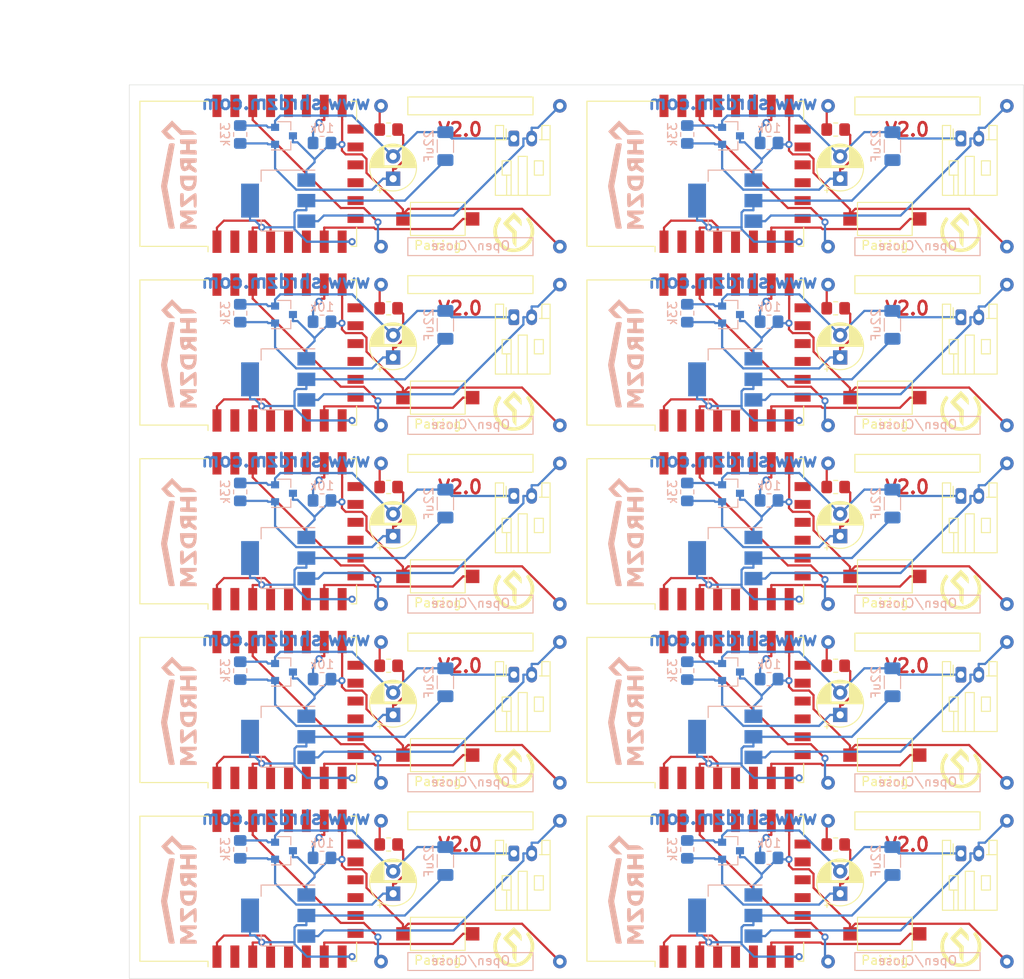
<source format=kicad_pcb>
(kicad_pcb (version 20171130) (host pcbnew "(5.1.9)-1")
  (layers (0 F.Cu signal) (31 B.Cu signal) (34 B.Paste user) (35 F.Paste user) (36 B.SilkS user) (37 F.SilkS user) (38 B.Mask user) (39 F.Mask user) (44 Edge.Cuts user))
  (net 0 "")
  (net 1 "Net-(C1-Pad1)")
  (net 2 GND)
  (net 3 +3V3)
  (net 4 "Net-(J1-Pad2)")
  (net 5 "Net-(Q1-Pad3)")
  (net 6 "Net-(R2-Pad1)")
  (net 7 "Net-(SW2-Pad1)")
  (net 8 "Net-(SW3-Pad1)")
  (net 9 "Net-(U2-Pad1)")
  (net 10 "Net-(U2-Pad2)")
  (net 11 "Net-(U2-Pad5)")
  (net 12 "Net-(U2-Pad6)")
  (net 13 "Net-(U2-Pad9)")
  (net 14 "Net-(U2-Pad10)")
  (net 15 "Net-(U2-Pad11)")
  (net 16 "Net-(U2-Pad12)")
  (net 17 "Net-(U2-Pad13)")
  (net 18 "Net-(U2-Pad14)")
  (net 19 "Net-(U2-Pad17)")
  (net 20 "Net-(U2-Pad18)")
  (net 21 "Net-(U2-Pad19)")
  (net 22 "Net-(U2-Pad21)")
  (net 23 "Net-(U2-Pad22)")
  (net 24 "Net-(R3-Pad1)")
  (module "SHRDZM:Magnetic Reed Relay" (layer B.Cu) (at 114.15 134.1)
    (fp_text reference SW2 hide)
    (fp_text value Open/Close (at 0 -0.1 180) (layer B.SilkS) (effects (justify mirror)))
    (pad 1 thru_hole circle (at -10 0) (size 1.524 1.524) (drill 0.762) (layers *.Cu *.Mask) (net 7 "Net-(SW2-Pad1)"))
    (pad 2 thru_hole circle (at 10 0) (size 1.524 1.524) (drill 0.762) (layers *.Cu *.Mask) (net 5 "Net-(Q1-Pad3)"))
  )
  (module "SHRDZM:Magnetic Reed Relay" (layer F.Cu) (at 64.15 118.35 180)
    (fp_text reference SW1 hide)
    (fp_text value Trigger)
    (pad 1 thru_hole circle (at -10 0 180) (size 1.524 1.524) (drill 0.762) (layers *.Cu *.Mask) (net 4 "Net-(J1-Pad2)"))
    (pad 2 thru_hole circle (at 10 0 180) (size 1.524 1.524) (drill 0.762) (layers *.Cu *.Mask) (net 24 "Net-(R3-Pad1)"))
  )
  (module Resistor_SMD:R_0805_2012Metric_Pad1.20x1.40mm_HandSolder (layer B.Cu) (at 47.55 122.5)
    (fp_text reference R2 hide)
    (fp_text value 10k (at 0 -1.65) (layer B.SilkS) (effects (justify mirror)))
    (pad 2 smd roundrect (at 1 0) (size 1.2 1.4) (layers B.Cu B.Paste B.Mask) (roundrect_rratio 0.2083325) (net 5 "Net-(Q1-Pad3)"))
    (pad 1 smd roundrect (at -1 0) (size 1.2 1.4) (layers B.Cu B.Paste B.Mask) (roundrect_rratio 0.2083325) (net 6 "Net-(R2-Pad1)"))
  )
  (module Connector_JST:JST_PH_S2B-PH-K_1x02_P2.00mm_Horizontal (layer F.Cu) (at 69 122)
    (fp_text reference J1 hide)
    (fp_text value 9V)
    (pad 1 thru_hole roundrect (at 0 0) (size 1.2 1.75) (drill 0.75) (layers *.Cu *.Mask) (roundrect_rratio 0.2083325) (net 2 GND))
    (pad 2 thru_hole oval (at 2 0) (size 1.2 1.75) (drill 0.75) (layers *.Cu *.Mask) (net 4 "Net-(J1-Pad2)"))
  )
  (module Resistor_SMD:R_0805_2012Metric_Pad1.20x1.40mm_HandSolder (layer F.Cu) (at 105 121)
    (fp_text reference R3 hide)
    (fp_text value 1k8)
    (pad 2 smd roundrect (at 1 0) (size 1.2 1.4) (layers F.Cu F.Paste F.Mask) (roundrect_rratio 0.2083325) (net 1 "Net-(C1-Pad1)"))
    (pad 1 smd roundrect (at -1 0) (size 1.2 1.4) (layers F.Cu F.Paste F.Mask) (roundrect_rratio 0.2083325) (net 24 "Net-(R3-Pad1)"))
  )
  (module "SHRDZM:SHRDZM 12x4" (layer B.Cu) (at 31.5 126 270)
    (fp_text reference G2 hide)
    (fp_text value LOGO hide)
  )
  (module "SHRDZM:Magnetic Reed Relay" (layer F.Cu) (at 114.15 118.35 180)
    (fp_text reference SW1 hide)
    (fp_text value Trigger)
    (pad 2 thru_hole circle (at 10 0 180) (size 1.524 1.524) (drill 0.762) (layers *.Cu *.Mask) (net 24 "Net-(R3-Pad1)"))
    (pad 1 thru_hole circle (at -10 0 180) (size 1.524 1.524) (drill 0.762) (layers *.Cu *.Mask) (net 4 "Net-(J1-Pad2)"))
  )
  (module "SHRDZM:SHRDZM 12x4" (layer B.Cu) (at 81.5 126 270)
    (fp_text reference G2 hide)
    (fp_text value LOGO hide)
  )
  (module "SHRDZM:SHRDZM Symbol 5x5" (layer F.Cu) (at 119 132.5)
    (fp_text reference G1 hide)
    (fp_text value LOGO hide)
  )
  (module "SHRDZM:Magnetic Reed Relay" (layer B.Cu) (at 64.15 134.1)
    (fp_text reference SW2 hide)
    (fp_text value Open/Close (at 0 -0.1 180) (layer B.SilkS) (effects (justify mirror)))
    (pad 2 thru_hole circle (at 10 0) (size 1.524 1.524) (drill 0.762) (layers *.Cu *.Mask) (net 5 "Net-(Q1-Pad3)"))
    (pad 1 thru_hole circle (at -10 0) (size 1.524 1.524) (drill 0.762) (layers *.Cu *.Mask) (net 7 "Net-(SW2-Pad1)"))
  )
  (module RF_Module:ESP-12E (layer F.Cu) (at 89.3 125.95 90)
    (fp_text reference U2 hide)
    (fp_text value ESP-12F)
    (pad 22 smd rect (at 7.6 -3.5 90) (size 2.5 1) (layers F.Cu F.Paste F.Mask) (net 23 "Net-(U2-Pad22)"))
    (pad 21 smd rect (at 7.6 -1.5 90) (size 2.5 1) (layers F.Cu F.Paste F.Mask) (net 22 "Net-(U2-Pad21)"))
    (pad 20 smd rect (at 7.6 0.5 90) (size 2.5 1) (layers F.Cu F.Paste F.Mask) (net 7 "Net-(SW2-Pad1)"))
    (pad 19 smd rect (at 7.6 2.5 90) (size 2.5 1) (layers F.Cu F.Paste F.Mask) (net 21 "Net-(U2-Pad19)"))
    (pad 18 smd rect (at 7.6 4.5 90) (size 2.5 1) (layers F.Cu F.Paste F.Mask) (net 20 "Net-(U2-Pad18)"))
    (pad 17 smd rect (at 7.6 6.5 90) (size 2.5 1) (layers F.Cu F.Paste F.Mask) (net 19 "Net-(U2-Pad17)"))
    (pad 16 smd rect (at 7.6 8.5 90) (size 2.5 1) (layers F.Cu F.Paste F.Mask) (net 6 "Net-(R2-Pad1)"))
    (pad 15 smd rect (at 7.6 10.5 90) (size 2.5 1) (layers F.Cu F.Paste F.Mask) (net 5 "Net-(Q1-Pad3)"))
    (pad 14 smd rect (at 5 12 90) (size 1 1.8) (layers F.Cu F.Paste F.Mask) (net 18 "Net-(U2-Pad14)"))
    (pad 13 smd rect (at 3 12 90) (size 1 1.8) (layers F.Cu F.Paste F.Mask) (net 17 "Net-(U2-Pad13)"))
    (pad 12 smd rect (at 1 12 90) (size 1 1.8) (layers F.Cu F.Paste F.Mask) (net 16 "Net-(U2-Pad12)"))
    (pad 11 smd rect (at -1 12 90) (size 1 1.8) (layers F.Cu F.Paste F.Mask) (net 15 "Net-(U2-Pad11)"))
    (pad 10 smd rect (at -3 12 90) (size 1 1.8) (layers F.Cu F.Paste F.Mask) (net 14 "Net-(U2-Pad10)"))
    (pad 9 smd rect (at -5 12 90) (size 1 1.8) (layers F.Cu F.Paste F.Mask) (net 13 "Net-(U2-Pad9)"))
    (pad 8 smd rect (at -7.6 10.5 90) (size 2.5 1) (layers F.Cu F.Paste F.Mask) (net 3 +3V3))
    (pad 7 smd rect (at -7.6 8.5 90) (size 2.5 1) (layers F.Cu F.Paste F.Mask) (net 8 "Net-(SW3-Pad1)"))
    (pad 6 smd rect (at -7.6 6.5 90) (size 2.5 1) (layers F.Cu F.Paste F.Mask) (net 12 "Net-(U2-Pad6)"))
    (pad 5 smd rect (at -7.6 4.5 90) (size 2.5 1) (layers F.Cu F.Paste F.Mask) (net 11 "Net-(U2-Pad5)"))
    (pad 4 smd rect (at -7.6 2.5 90) (size 2.5 1) (layers F.Cu F.Paste F.Mask) (net 9 "Net-(U2-Pad1)"))
    (pad 3 smd rect (at -7.6 0.5 90) (size 2.5 1) (layers F.Cu F.Paste F.Mask) (net 3 +3V3))
    (pad 2 smd rect (at -7.6 -1.5 90) (size 2.5 1) (layers F.Cu F.Paste F.Mask) (net 10 "Net-(U2-Pad2)"))
    (pad 1 smd rect (at -7.6 -3.5 90) (size 2.5 1) (layers F.Cu F.Paste F.Mask) (net 9 "Net-(U2-Pad1)"))
  )
  (module RF_Module:ESP-12E (layer F.Cu) (at 39.3 125.95 90)
    (fp_text reference U2 hide)
    (fp_text value ESP-12F)
    (pad 1 smd rect (at -7.6 -3.5 90) (size 2.5 1) (layers F.Cu F.Paste F.Mask) (net 9 "Net-(U2-Pad1)"))
    (pad 2 smd rect (at -7.6 -1.5 90) (size 2.5 1) (layers F.Cu F.Paste F.Mask) (net 10 "Net-(U2-Pad2)"))
    (pad 3 smd rect (at -7.6 0.5 90) (size 2.5 1) (layers F.Cu F.Paste F.Mask) (net 3 +3V3))
    (pad 4 smd rect (at -7.6 2.5 90) (size 2.5 1) (layers F.Cu F.Paste F.Mask) (net 9 "Net-(U2-Pad1)"))
    (pad 5 smd rect (at -7.6 4.5 90) (size 2.5 1) (layers F.Cu F.Paste F.Mask) (net 11 "Net-(U2-Pad5)"))
    (pad 6 smd rect (at -7.6 6.5 90) (size 2.5 1) (layers F.Cu F.Paste F.Mask) (net 12 "Net-(U2-Pad6)"))
    (pad 7 smd rect (at -7.6 8.5 90) (size 2.5 1) (layers F.Cu F.Paste F.Mask) (net 8 "Net-(SW3-Pad1)"))
    (pad 8 smd rect (at -7.6 10.5 90) (size 2.5 1) (layers F.Cu F.Paste F.Mask) (net 3 +3V3))
    (pad 9 smd rect (at -5 12 90) (size 1 1.8) (layers F.Cu F.Paste F.Mask) (net 13 "Net-(U2-Pad9)"))
    (pad 10 smd rect (at -3 12 90) (size 1 1.8) (layers F.Cu F.Paste F.Mask) (net 14 "Net-(U2-Pad10)"))
    (pad 11 smd rect (at -1 12 90) (size 1 1.8) (layers F.Cu F.Paste F.Mask) (net 15 "Net-(U2-Pad11)"))
    (pad 12 smd rect (at 1 12 90) (size 1 1.8) (layers F.Cu F.Paste F.Mask) (net 16 "Net-(U2-Pad12)"))
    (pad 13 smd rect (at 3 12 90) (size 1 1.8) (layers F.Cu F.Paste F.Mask) (net 17 "Net-(U2-Pad13)"))
    (pad 14 smd rect (at 5 12 90) (size 1 1.8) (layers F.Cu F.Paste F.Mask) (net 18 "Net-(U2-Pad14)"))
    (pad 15 smd rect (at 7.6 10.5 90) (size 2.5 1) (layers F.Cu F.Paste F.Mask) (net 5 "Net-(Q1-Pad3)"))
    (pad 16 smd rect (at 7.6 8.5 90) (size 2.5 1) (layers F.Cu F.Paste F.Mask) (net 6 "Net-(R2-Pad1)"))
    (pad 17 smd rect (at 7.6 6.5 90) (size 2.5 1) (layers F.Cu F.Paste F.Mask) (net 19 "Net-(U2-Pad17)"))
    (pad 18 smd rect (at 7.6 4.5 90) (size 2.5 1) (layers F.Cu F.Paste F.Mask) (net 20 "Net-(U2-Pad18)"))
    (pad 19 smd rect (at 7.6 2.5 90) (size 2.5 1) (layers F.Cu F.Paste F.Mask) (net 21 "Net-(U2-Pad19)"))
    (pad 20 smd rect (at 7.6 0.5 90) (size 2.5 1) (layers F.Cu F.Paste F.Mask) (net 7 "Net-(SW2-Pad1)"))
    (pad 21 smd rect (at 7.6 -1.5 90) (size 2.5 1) (layers F.Cu F.Paste F.Mask) (net 22 "Net-(U2-Pad21)"))
    (pad 22 smd rect (at 7.6 -3.5 90) (size 2.5 1) (layers F.Cu F.Paste F.Mask) (net 23 "Net-(U2-Pad22)"))
  )
  (module Capacitor_THT:CP_Radial_D5.0mm_P2.50mm (layer F.Cu) (at 105.5 126.5 90)
    (fp_text reference C1 hide)
    (fp_text value 100uF)
    (pad 1 thru_hole rect (at 0 0 90) (size 1.6 1.6) (drill 0.8) (layers *.Cu *.Mask) (net 1 "Net-(C1-Pad1)"))
    (pad 2 thru_hole circle (at 2.5 0 90) (size 1.6 1.6) (drill 0.8) (layers *.Cu *.Mask) (net 2 GND))
  )
  (module Resistor_SMD:R_0805_2012Metric_Pad1.20x1.40mm_HandSolder (layer B.Cu) (at 97.55 122.5)
    (fp_text reference R2 hide)
    (fp_text value 10k (at 0 -1.65) (layer B.SilkS) (effects (justify mirror)))
    (pad 1 smd roundrect (at -1 0) (size 1.2 1.4) (layers B.Cu B.Paste B.Mask) (roundrect_rratio 0.2083325) (net 6 "Net-(R2-Pad1)"))
    (pad 2 smd roundrect (at 1 0) (size 1.2 1.4) (layers B.Cu B.Paste B.Mask) (roundrect_rratio 0.2083325) (net 5 "Net-(Q1-Pad3)"))
  )
  (module Capacitor_THT:CP_Radial_D5.0mm_P2.50mm (layer F.Cu) (at 55.5 126.5 90)
    (fp_text reference C1 hide)
    (fp_text value 100uF)
    (pad 2 thru_hole circle (at 2.5 0 90) (size 1.6 1.6) (drill 0.8) (layers *.Cu *.Mask) (net 2 GND))
    (pad 1 thru_hole rect (at 0 0 90) (size 1.6 1.6) (drill 0.8) (layers *.Cu *.Mask) (net 1 "Net-(C1-Pad1)"))
  )
  (module Resistor_SMD:R_0805_2012Metric_Pad1.20x1.40mm_HandSolder (layer B.Cu) (at 88.4 121.55 90)
    (fp_text reference R1 hide)
    (fp_text value 33k (at 0 -1.65 270) (layer B.SilkS) (effects (justify mirror)))
    (pad 2 smd roundrect (at 1 0 90) (size 1.2 1.4) (layers B.Cu B.Paste B.Mask) (roundrect_rratio 0.2083325) (net 2 GND))
    (pad 1 smd roundrect (at -1 0 90) (size 1.2 1.4) (layers B.Cu B.Paste B.Mask) (roundrect_rratio 0.2083325) (net 1 "Net-(C1-Pad1)"))
  )
  (module Capacitor_SMD:C_1206_3216Metric_Pad1.33x1.80mm_HandSolder (layer B.Cu) (at 111.35 122.85 90)
    (fp_text reference C2 hide)
    (fp_text value 22uF (at 0 -1.85 270) (layer B.SilkS) (effects (justify mirror)))
    (pad 2 smd roundrect (at 1.5625 0 90) (size 1.325 1.8) (layers B.Cu B.Paste B.Mask) (roundrect_rratio 0.1886784905660377) (net 2 GND))
    (pad 1 smd roundrect (at -1.5625 0 90) (size 1.325 1.8) (layers B.Cu B.Paste B.Mask) (roundrect_rratio 0.1886784905660377) (net 3 +3V3))
  )
  (module Package_TO_SOT_SMD:SOT-23 (layer B.Cu) (at 93.3 121.7)
    (fp_text reference Q1 hide)
    (fp_text value NTR4003NT1G)
    (pad 3 smd rect (at 1 0) (size 0.9 0.8) (layers B.Cu B.Paste B.Mask) (net 5 "Net-(Q1-Pad3)"))
    (pad 2 smd rect (at -1 -0.95) (size 0.9 0.8) (layers B.Cu B.Paste B.Mask) (net 2 GND))
    (pad 1 smd rect (at -1 0.95) (size 0.9 0.8) (layers B.Cu B.Paste B.Mask) (net 1 "Net-(C1-Pad1)"))
  )
  (module Button_Switch_SMD:SW_SPST_CK_RS282G05A3 (layer F.Cu) (at 60.5 131 180)
    (fp_text reference SW3 hide)
    (fp_text value Pairing (at 0 -2.95) (layer F.SilkS))
    (pad 1 smd rect (at -3.9 0 180) (size 1.5 1.5) (layers F.Cu F.Paste F.Mask) (net 8 "Net-(SW3-Pad1)"))
    (pad 2 smd rect (at 3.9 0 180) (size 1.5 1.5) (layers F.Cu F.Paste F.Mask) (net 5 "Net-(Q1-Pad3)"))
  )
  (module Package_TO_SOT_SMD:SOT-223-3_TabPin2 (layer B.Cu) (at 42.65 128.95 180)
    (fp_text reference U1 hide)
    (fp_text value AMS1117-3.3)
    (pad 2 smd rect (at 3.15 0 180) (size 2 3.8) (layers B.Cu B.Paste B.Mask) (net 3 +3V3))
    (pad 2 smd rect (at -3.15 0 180) (size 2 1.5) (layers B.Cu B.Paste B.Mask) (net 3 +3V3))
    (pad 3 smd rect (at -3.15 -2.3 180) (size 2 1.5) (layers B.Cu B.Paste B.Mask) (net 4 "Net-(J1-Pad2)"))
    (pad 1 smd rect (at -3.15 2.3 180) (size 2 1.5) (layers B.Cu B.Paste B.Mask) (net 5 "Net-(Q1-Pad3)"))
  )
  (module Resistor_SMD:R_0805_2012Metric_Pad1.20x1.40mm_HandSolder (layer B.Cu) (at 38.4 121.55 90)
    (fp_text reference R1 hide)
    (fp_text value 33k (at 0 -1.65 270) (layer B.SilkS) (effects (justify mirror)))
    (pad 1 smd roundrect (at -1 0 90) (size 1.2 1.4) (layers B.Cu B.Paste B.Mask) (roundrect_rratio 0.2083325) (net 1 "Net-(C1-Pad1)"))
    (pad 2 smd roundrect (at 1 0 90) (size 1.2 1.4) (layers B.Cu B.Paste B.Mask) (roundrect_rratio 0.2083325) (net 2 GND))
  )
  (module Resistor_SMD:R_0805_2012Metric_Pad1.20x1.40mm_HandSolder (layer F.Cu) (at 55 121)
    (fp_text reference R3 hide)
    (fp_text value 1k8)
    (pad 1 smd roundrect (at -1 0) (size 1.2 1.4) (layers F.Cu F.Paste F.Mask) (roundrect_rratio 0.2083325) (net 24 "Net-(R3-Pad1)"))
    (pad 2 smd roundrect (at 1 0) (size 1.2 1.4) (layers F.Cu F.Paste F.Mask) (roundrect_rratio 0.2083325) (net 1 "Net-(C1-Pad1)"))
  )
  (module Package_TO_SOT_SMD:SOT-223-3_TabPin2 (layer B.Cu) (at 92.65 128.95 180)
    (fp_text reference U1 hide)
    (fp_text value AMS1117-3.3)
    (pad 1 smd rect (at -3.15 2.3 180) (size 2 1.5) (layers B.Cu B.Paste B.Mask) (net 5 "Net-(Q1-Pad3)"))
    (pad 3 smd rect (at -3.15 -2.3 180) (size 2 1.5) (layers B.Cu B.Paste B.Mask) (net 4 "Net-(J1-Pad2)"))
    (pad 2 smd rect (at -3.15 0 180) (size 2 1.5) (layers B.Cu B.Paste B.Mask) (net 3 +3V3))
    (pad 2 smd rect (at 3.15 0 180) (size 2 3.8) (layers B.Cu B.Paste B.Mask) (net 3 +3V3))
  )
  (module "SHRDZM:SHRDZM Symbol 5x5" (layer F.Cu) (at 69 132.5)
    (fp_text reference G1 hide)
    (fp_text value LOGO hide)
  )
  (module Button_Switch_SMD:SW_SPST_CK_RS282G05A3 (layer F.Cu) (at 110.5 131 180)
    (fp_text reference SW3 hide)
    (fp_text value Pairing (at 0 -2.95) (layer F.SilkS))
    (pad 2 smd rect (at 3.9 0 180) (size 1.5 1.5) (layers F.Cu F.Paste F.Mask) (net 5 "Net-(Q1-Pad3)"))
    (pad 1 smd rect (at -3.9 0 180) (size 1.5 1.5) (layers F.Cu F.Paste F.Mask) (net 8 "Net-(SW3-Pad1)"))
  )
  (module Capacitor_SMD:C_1206_3216Metric_Pad1.33x1.80mm_HandSolder (layer B.Cu) (at 61.35 122.85 90)
    (fp_text reference C2 hide)
    (fp_text value 22uF (at 0 -1.85 270) (layer B.SilkS) (effects (justify mirror)))
    (pad 1 smd roundrect (at -1.5625 0 90) (size 1.325 1.8) (layers B.Cu B.Paste B.Mask) (roundrect_rratio 0.1886784905660377) (net 3 +3V3))
    (pad 2 smd roundrect (at 1.5625 0 90) (size 1.325 1.8) (layers B.Cu B.Paste B.Mask) (roundrect_rratio 0.1886784905660377) (net 2 GND))
  )
  (module Package_TO_SOT_SMD:SOT-23 (layer B.Cu) (at 43.3 121.7)
    (fp_text reference Q1 hide)
    (fp_text value NTR4003NT1G)
    (pad 1 smd rect (at -1 0.95) (size 0.9 0.8) (layers B.Cu B.Paste B.Mask) (net 1 "Net-(C1-Pad1)"))
    (pad 2 smd rect (at -1 -0.95) (size 0.9 0.8) (layers B.Cu B.Paste B.Mask) (net 2 GND))
    (pad 3 smd rect (at 1 0) (size 0.9 0.8) (layers B.Cu B.Paste B.Mask) (net 5 "Net-(Q1-Pad3)"))
  )
  (module Connector_JST:JST_PH_S2B-PH-K_1x02_P2.00mm_Horizontal (layer F.Cu) (at 119 122)
    (fp_text reference J1 hide)
    (fp_text value 9V)
    (pad 2 thru_hole oval (at 2 0) (size 1.2 1.75) (drill 0.75) (layers *.Cu *.Mask) (net 4 "Net-(J1-Pad2)"))
    (pad 1 thru_hole roundrect (at 0 0) (size 1.2 1.75) (drill 0.75) (layers *.Cu *.Mask) (roundrect_rratio 0.2083325) (net 2 GND))
  )
  (module Resistor_SMD:R_0805_2012Metric_Pad1.20x1.40mm_HandSolder (layer F.Cu) (at 55 101)
    (fp_text reference R3 hide)
    (fp_text value 1k8)
    (pad 2 smd roundrect (at 1 0) (size 1.2 1.4) (layers F.Cu F.Paste F.Mask) (roundrect_rratio 0.2083325) (net 1 "Net-(C1-Pad1)"))
    (pad 1 smd roundrect (at -1 0) (size 1.2 1.4) (layers F.Cu F.Paste F.Mask) (roundrect_rratio 0.2083325) (net 24 "Net-(R3-Pad1)"))
  )
  (module Package_TO_SOT_SMD:SOT-23 (layer B.Cu) (at 43.3 101.7)
    (fp_text reference Q1 hide)
    (fp_text value NTR4003NT1G)
    (pad 3 smd rect (at 1 0) (size 0.9 0.8) (layers B.Cu B.Paste B.Mask) (net 5 "Net-(Q1-Pad3)"))
    (pad 2 smd rect (at -1 -0.95) (size 0.9 0.8) (layers B.Cu B.Paste B.Mask) (net 2 GND))
    (pad 1 smd rect (at -1 0.95) (size 0.9 0.8) (layers B.Cu B.Paste B.Mask) (net 1 "Net-(C1-Pad1)"))
  )
  (module Connector_JST:JST_PH_S2B-PH-K_1x02_P2.00mm_Horizontal (layer F.Cu) (at 119 102)
    (fp_text reference J1 hide)
    (fp_text value 9V)
    (pad 1 thru_hole roundrect (at 0 0) (size 1.2 1.75) (drill 0.75) (layers *.Cu *.Mask) (roundrect_rratio 0.2083325) (net 2 GND))
    (pad 2 thru_hole oval (at 2 0) (size 1.2 1.75) (drill 0.75) (layers *.Cu *.Mask) (net 4 "Net-(J1-Pad2)"))
  )
  (module Button_Switch_SMD:SW_SPST_CK_RS282G05A3 (layer F.Cu) (at 110.5 111 180)
    (fp_text reference SW3 hide)
    (fp_text value Pairing (at 0 -2.95) (layer F.SilkS))
    (pad 1 smd rect (at -3.9 0 180) (size 1.5 1.5) (layers F.Cu F.Paste F.Mask) (net 8 "Net-(SW3-Pad1)"))
    (pad 2 smd rect (at 3.9 0 180) (size 1.5 1.5) (layers F.Cu F.Paste F.Mask) (net 5 "Net-(Q1-Pad3)"))
  )
  (module "SHRDZM:SHRDZM Symbol 5x5" (layer F.Cu) (at 69 112.5)
    (fp_text reference G1 hide)
    (fp_text value LOGO hide)
  )
  (module Resistor_SMD:R_0805_2012Metric_Pad1.20x1.40mm_HandSolder (layer B.Cu) (at 38.4 101.55 90)
    (fp_text reference R1 hide)
    (fp_text value 33k (at 0 -1.65 270) (layer B.SilkS) (effects (justify mirror)))
    (pad 2 smd roundrect (at 1 0 90) (size 1.2 1.4) (layers B.Cu B.Paste B.Mask) (roundrect_rratio 0.2083325) (net 2 GND))
    (pad 1 smd roundrect (at -1 0 90) (size 1.2 1.4) (layers B.Cu B.Paste B.Mask) (roundrect_rratio 0.2083325) (net 1 "Net-(C1-Pad1)"))
  )
  (module Capacitor_SMD:C_1206_3216Metric_Pad1.33x1.80mm_HandSolder (layer B.Cu) (at 61.35 102.85 90)
    (fp_text reference C2 hide)
    (fp_text value 22uF (at 0 -1.85 270) (layer B.SilkS) (effects (justify mirror)))
    (pad 2 smd roundrect (at 1.5625 0 90) (size 1.325 1.8) (layers B.Cu B.Paste B.Mask) (roundrect_rratio 0.1886784905660377) (net 2 GND))
    (pad 1 smd roundrect (at -1.5625 0 90) (size 1.325 1.8) (layers B.Cu B.Paste B.Mask) (roundrect_rratio 0.1886784905660377) (net 3 +3V3))
  )
  (module Package_TO_SOT_SMD:SOT-223-3_TabPin2 (layer B.Cu) (at 92.65 108.95 180)
    (fp_text reference U1 hide)
    (fp_text value AMS1117-3.3)
    (pad 2 smd rect (at 3.15 0 180) (size 2 3.8) (layers B.Cu B.Paste B.Mask) (net 3 +3V3))
    (pad 2 smd rect (at -3.15 0 180) (size 2 1.5) (layers B.Cu B.Paste B.Mask) (net 3 +3V3))
    (pad 3 smd rect (at -3.15 -2.3 180) (size 2 1.5) (layers B.Cu B.Paste B.Mask) (net 4 "Net-(J1-Pad2)"))
    (pad 1 smd rect (at -3.15 2.3 180) (size 2 1.5) (layers B.Cu B.Paste B.Mask) (net 5 "Net-(Q1-Pad3)"))
  )
  (module "SHRDZM:Magnetic Reed Relay" (layer B.Cu) (at 114.15 114.1)
    (fp_text reference SW2 hide)
    (fp_text value Open/Close (at 0 -0.1 180) (layer B.SilkS) (effects (justify mirror)))
    (pad 2 thru_hole circle (at 10 0) (size 1.524 1.524) (drill 0.762) (layers *.Cu *.Mask) (net 5 "Net-(Q1-Pad3)"))
    (pad 1 thru_hole circle (at -10 0) (size 1.524 1.524) (drill 0.762) (layers *.Cu *.Mask) (net 7 "Net-(SW2-Pad1)"))
  )
  (module "SHRDZM:Magnetic Reed Relay" (layer F.Cu) (at 64.15 98.35 180)
    (fp_text reference SW1 hide)
    (fp_text value Trigger)
    (pad 2 thru_hole circle (at 10 0 180) (size 1.524 1.524) (drill 0.762) (layers *.Cu *.Mask) (net 24 "Net-(R3-Pad1)"))
    (pad 1 thru_hole circle (at -10 0 180) (size 1.524 1.524) (drill 0.762) (layers *.Cu *.Mask) (net 4 "Net-(J1-Pad2)"))
  )
  (module Resistor_SMD:R_0805_2012Metric_Pad1.20x1.40mm_HandSolder (layer B.Cu) (at 47.55 102.5)
    (fp_text reference R2 hide)
    (fp_text value 10k (at 0 -1.65) (layer B.SilkS) (effects (justify mirror)))
    (pad 1 smd roundrect (at -1 0) (size 1.2 1.4) (layers B.Cu B.Paste B.Mask) (roundrect_rratio 0.2083325) (net 6 "Net-(R2-Pad1)"))
    (pad 2 smd roundrect (at 1 0) (size 1.2 1.4) (layers B.Cu B.Paste B.Mask) (roundrect_rratio 0.2083325) (net 5 "Net-(Q1-Pad3)"))
  )
  (module Connector_JST:JST_PH_S2B-PH-K_1x02_P2.00mm_Horizontal (layer F.Cu) (at 69 102)
    (fp_text reference J1 hide)
    (fp_text value 9V)
    (pad 2 thru_hole oval (at 2 0) (size 1.2 1.75) (drill 0.75) (layers *.Cu *.Mask) (net 4 "Net-(J1-Pad2)"))
    (pad 1 thru_hole roundrect (at 0 0) (size 1.2 1.75) (drill 0.75) (layers *.Cu *.Mask) (roundrect_rratio 0.2083325) (net 2 GND))
  )
  (module Resistor_SMD:R_0805_2012Metric_Pad1.20x1.40mm_HandSolder (layer F.Cu) (at 105 101)
    (fp_text reference R3 hide)
    (fp_text value 1k8)
    (pad 1 smd roundrect (at -1 0) (size 1.2 1.4) (layers F.Cu F.Paste F.Mask) (roundrect_rratio 0.2083325) (net 24 "Net-(R3-Pad1)"))
    (pad 2 smd roundrect (at 1 0) (size 1.2 1.4) (layers F.Cu F.Paste F.Mask) (roundrect_rratio 0.2083325) (net 1 "Net-(C1-Pad1)"))
  )
  (module "SHRDZM:SHRDZM Symbol 5x5" (layer F.Cu) (at 119 112.5)
    (fp_text reference G1 hide)
    (fp_text value LOGO hide)
  )
  (module "SHRDZM:Magnetic Reed Relay" (layer B.Cu) (at 64.15 114.1)
    (fp_text reference SW2 hide)
    (fp_text value Open/Close (at 0 -0.1 180) (layer B.SilkS) (effects (justify mirror)))
    (pad 1 thru_hole circle (at -10 0) (size 1.524 1.524) (drill 0.762) (layers *.Cu *.Mask) (net 7 "Net-(SW2-Pad1)"))
    (pad 2 thru_hole circle (at 10 0) (size 1.524 1.524) (drill 0.762) (layers *.Cu *.Mask) (net 5 "Net-(Q1-Pad3)"))
  )
  (module RF_Module:ESP-12E (layer F.Cu) (at 89.3 105.95 90)
    (fp_text reference U2 hide)
    (fp_text value ESP-12F)
    (pad 1 smd rect (at -7.6 -3.5 90) (size 2.5 1) (layers F.Cu F.Paste F.Mask) (net 9 "Net-(U2-Pad1)"))
    (pad 2 smd rect (at -7.6 -1.5 90) (size 2.5 1) (layers F.Cu F.Paste F.Mask) (net 10 "Net-(U2-Pad2)"))
    (pad 3 smd rect (at -7.6 0.5 90) (size 2.5 1) (layers F.Cu F.Paste F.Mask) (net 3 +3V3))
    (pad 4 smd rect (at -7.6 2.5 90) (size 2.5 1) (layers F.Cu F.Paste F.Mask) (net 9 "Net-(U2-Pad1)"))
    (pad 5 smd rect (at -7.6 4.5 90) (size 2.5 1) (layers F.Cu F.Paste F.Mask) (net 11 "Net-(U2-Pad5)"))
    (pad 6 smd rect (at -7.6 6.5 90) (size 2.5 1) (layers F.Cu F.Paste F.Mask) (net 12 "Net-(U2-Pad6)"))
    (pad 7 smd rect (at -7.6 8.5 90) (size 2.5 1) (layers F.Cu F.Paste F.Mask) (net 8 "Net-(SW3-Pad1)"))
    (pad 8 smd rect (at -7.6 10.5 90) (size 2.5 1) (layers F.Cu F.Paste F.Mask) (net 3 +3V3))
    (pad 9 smd rect (at -5 12 90) (size 1 1.8) (layers F.Cu F.Paste F.Mask) (net 13 "Net-(U2-Pad9)"))
    (pad 10 smd rect (at -3 12 90) (size 1 1.8) (layers F.Cu F.Paste F.Mask) (net 14 "Net-(U2-Pad10)"))
    (pad 11 smd rect (at -1 12 90) (size 1 1.8) (layers F.Cu F.Paste F.Mask) (net 15 "Net-(U2-Pad11)"))
    (pad 12 smd rect (at 1 12 90) (size 1 1.8) (layers F.Cu F.Paste F.Mask) (net 16 "Net-(U2-Pad12)"))
    (pad 13 smd rect (at 3 12 90) (size 1 1.8) (layers F.Cu F.Paste F.Mask) (net 17 "Net-(U2-Pad13)"))
    (pad 14 smd rect (at 5 12 90) (size 1 1.8) (layers F.Cu F.Paste F.Mask) (net 18 "Net-(U2-Pad14)"))
    (pad 15 smd rect (at 7.6 10.5 90) (size 2.5 1) (layers F.Cu F.Paste F.Mask) (net 5 "Net-(Q1-Pad3)"))
    (pad 16 smd rect (at 7.6 8.5 90) (size 2.5 1) (layers F.Cu F.Paste F.Mask) (net 6 "Net-(R2-Pad1)"))
    (pad 17 smd rect (at 7.6 6.5 90) (size 2.5 1) (layers F.Cu F.Paste F.Mask) (net 19 "Net-(U2-Pad17)"))
    (pad 18 smd rect (at 7.6 4.5 90) (size 2.5 1) (layers F.Cu F.Paste F.Mask) (net 20 "Net-(U2-Pad18)"))
    (pad 19 smd rect (at 7.6 2.5 90) (size 2.5 1) (layers F.Cu F.Paste F.Mask) (net 21 "Net-(U2-Pad19)"))
    (pad 20 smd rect (at 7.6 0.5 90) (size 2.5 1) (layers F.Cu F.Paste F.Mask) (net 7 "Net-(SW2-Pad1)"))
    (pad 21 smd rect (at 7.6 -1.5 90) (size 2.5 1) (layers F.Cu F.Paste F.Mask) (net 22 "Net-(U2-Pad21)"))
    (pad 22 smd rect (at 7.6 -3.5 90) (size 2.5 1) (layers F.Cu F.Paste F.Mask) (net 23 "Net-(U2-Pad22)"))
  )
  (module Resistor_SMD:R_0805_2012Metric_Pad1.20x1.40mm_HandSolder (layer B.Cu) (at 88.4 101.55 90)
    (fp_text reference R1 hide)
    (fp_text value 33k (at 0 -1.65 270) (layer B.SilkS) (effects (justify mirror)))
    (pad 1 smd roundrect (at -1 0 90) (size 1.2 1.4) (layers B.Cu B.Paste B.Mask) (roundrect_rratio 0.2083325) (net 1 "Net-(C1-Pad1)"))
    (pad 2 smd roundrect (at 1 0 90) (size 1.2 1.4) (layers B.Cu B.Paste B.Mask) (roundrect_rratio 0.2083325) (net 2 GND))
  )
  (module Capacitor_THT:CP_Radial_D5.0mm_P2.50mm (layer F.Cu) (at 105.5 106.5 90)
    (fp_text reference C1 hide)
    (fp_text value 100uF)
    (pad 2 thru_hole circle (at 2.5 0 90) (size 1.6 1.6) (drill 0.8) (layers *.Cu *.Mask) (net 2 GND))
    (pad 1 thru_hole rect (at 0 0 90) (size 1.6 1.6) (drill 0.8) (layers *.Cu *.Mask) (net 1 "Net-(C1-Pad1)"))
  )
  (module "SHRDZM:SHRDZM 12x4" (layer B.Cu) (at 31.5 106 270)
    (fp_text reference G2 hide)
    (fp_text value LOGO hide)
  )
  (module Capacitor_SMD:C_1206_3216Metric_Pad1.33x1.80mm_HandSolder (layer B.Cu) (at 111.35 102.85 90)
    (fp_text reference C2 hide)
    (fp_text value 22uF (at 0 -1.85 270) (layer B.SilkS) (effects (justify mirror)))
    (pad 1 smd roundrect (at -1.5625 0 90) (size 1.325 1.8) (layers B.Cu B.Paste B.Mask) (roundrect_rratio 0.1886784905660377) (net 3 +3V3))
    (pad 2 smd roundrect (at 1.5625 0 90) (size 1.325 1.8) (layers B.Cu B.Paste B.Mask) (roundrect_rratio 0.1886784905660377) (net 2 GND))
  )
  (module Package_TO_SOT_SMD:SOT-23 (layer B.Cu) (at 93.3 101.7)
    (fp_text reference Q1 hide)
    (fp_text value NTR4003NT1G)
    (pad 1 smd rect (at -1 0.95) (size 0.9 0.8) (layers B.Cu B.Paste B.Mask) (net 1 "Net-(C1-Pad1)"))
    (pad 2 smd rect (at -1 -0.95) (size 0.9 0.8) (layers B.Cu B.Paste B.Mask) (net 2 GND))
    (pad 3 smd rect (at 1 0) (size 0.9 0.8) (layers B.Cu B.Paste B.Mask) (net 5 "Net-(Q1-Pad3)"))
  )
  (module "SHRDZM:Magnetic Reed Relay" (layer F.Cu) (at 114.15 98.35 180)
    (fp_text reference SW1 hide)
    (fp_text value Trigger)
    (pad 1 thru_hole circle (at -10 0 180) (size 1.524 1.524) (drill 0.762) (layers *.Cu *.Mask) (net 4 "Net-(J1-Pad2)"))
    (pad 2 thru_hole circle (at 10 0 180) (size 1.524 1.524) (drill 0.762) (layers *.Cu *.Mask) (net 24 "Net-(R3-Pad1)"))
  )
  (module "SHRDZM:SHRDZM 12x4" (layer B.Cu) (at 81.5 106 270)
    (fp_text reference G2 hide)
    (fp_text value LOGO hide)
  )
  (module Resistor_SMD:R_0805_2012Metric_Pad1.20x1.40mm_HandSolder (layer B.Cu) (at 97.55 102.5)
    (fp_text reference R2 hide)
    (fp_text value 10k (at 0 -1.65) (layer B.SilkS) (effects (justify mirror)))
    (pad 2 smd roundrect (at 1 0) (size 1.2 1.4) (layers B.Cu B.Paste B.Mask) (roundrect_rratio 0.2083325) (net 5 "Net-(Q1-Pad3)"))
    (pad 1 smd roundrect (at -1 0) (size 1.2 1.4) (layers B.Cu B.Paste B.Mask) (roundrect_rratio 0.2083325) (net 6 "Net-(R2-Pad1)"))
  )
  (module Button_Switch_SMD:SW_SPST_CK_RS282G05A3 (layer F.Cu) (at 60.5 111 180)
    (fp_text reference SW3 hide)
    (fp_text value Pairing (at 0 -2.95) (layer F.SilkS))
    (pad 2 smd rect (at 3.9 0 180) (size 1.5 1.5) (layers F.Cu F.Paste F.Mask) (net 5 "Net-(Q1-Pad3)"))
    (pad 1 smd rect (at -3.9 0 180) (size 1.5 1.5) (layers F.Cu F.Paste F.Mask) (net 8 "Net-(SW3-Pad1)"))
  )
  (module Capacitor_THT:CP_Radial_D5.0mm_P2.50mm (layer F.Cu) (at 55.5 106.5 90)
    (fp_text reference C1 hide)
    (fp_text value 100uF)
    (pad 1 thru_hole rect (at 0 0 90) (size 1.6 1.6) (drill 0.8) (layers *.Cu *.Mask) (net 1 "Net-(C1-Pad1)"))
    (pad 2 thru_hole circle (at 2.5 0 90) (size 1.6 1.6) (drill 0.8) (layers *.Cu *.Mask) (net 2 GND))
  )
  (module RF_Module:ESP-12E (layer F.Cu) (at 39.3 105.95 90)
    (fp_text reference U2 hide)
    (fp_text value ESP-12F)
    (pad 22 smd rect (at 7.6 -3.5 90) (size 2.5 1) (layers F.Cu F.Paste F.Mask) (net 23 "Net-(U2-Pad22)"))
    (pad 21 smd rect (at 7.6 -1.5 90) (size 2.5 1) (layers F.Cu F.Paste F.Mask) (net 22 "Net-(U2-Pad21)"))
    (pad 20 smd rect (at 7.6 0.5 90) (size 2.5 1) (layers F.Cu F.Paste F.Mask) (net 7 "Net-(SW2-Pad1)"))
    (pad 19 smd rect (at 7.6 2.5 90) (size 2.5 1) (layers F.Cu F.Paste F.Mask) (net 21 "Net-(U2-Pad19)"))
    (pad 18 smd rect (at 7.6 4.5 90) (size 2.5 1) (layers F.Cu F.Paste F.Mask) (net 20 "Net-(U2-Pad18)"))
    (pad 17 smd rect (at 7.6 6.5 90) (size 2.5 1) (layers F.Cu F.Paste F.Mask) (net 19 "Net-(U2-Pad17)"))
    (pad 16 smd rect (at 7.6 8.5 90) (size 2.5 1) (layers F.Cu F.Paste F.Mask) (net 6 "Net-(R2-Pad1)"))
    (pad 15 smd rect (at 7.6 10.5 90) (size 2.5 1) (layers F.Cu F.Paste F.Mask) (net 5 "Net-(Q1-Pad3)"))
    (pad 14 smd rect (at 5 12 90) (size 1 1.8) (layers F.Cu F.Paste F.Mask) (net 18 "Net-(U2-Pad14)"))
    (pad 13 smd rect (at 3 12 90) (size 1 1.8) (layers F.Cu F.Paste F.Mask) (net 17 "Net-(U2-Pad13)"))
    (pad 12 smd rect (at 1 12 90) (size 1 1.8) (layers F.Cu F.Paste F.Mask) (net 16 "Net-(U2-Pad12)"))
    (pad 11 smd rect (at -1 12 90) (size 1 1.8) (layers F.Cu F.Paste F.Mask) (net 15 "Net-(U2-Pad11)"))
    (pad 10 smd rect (at -3 12 90) (size 1 1.8) (layers F.Cu F.Paste F.Mask) (net 14 "Net-(U2-Pad10)"))
    (pad 9 smd rect (at -5 12 90) (size 1 1.8) (layers F.Cu F.Paste F.Mask) (net 13 "Net-(U2-Pad9)"))
    (pad 8 smd rect (at -7.6 10.5 90) (size 2.5 1) (layers F.Cu F.Paste F.Mask) (net 3 +3V3))
    (pad 7 smd rect (at -7.6 8.5 90) (size 2.5 1) (layers F.Cu F.Paste F.Mask) (net 8 "Net-(SW3-Pad1)"))
    (pad 6 smd rect (at -7.6 6.5 90) (size 2.5 1) (layers F.Cu F.Paste F.Mask) (net 12 "Net-(U2-Pad6)"))
    (pad 5 smd rect (at -7.6 4.5 90) (size 2.5 1) (layers F.Cu F.Paste F.Mask) (net 11 "Net-(U2-Pad5)"))
    (pad 4 smd rect (at -7.6 2.5 90) (size 2.5 1) (layers F.Cu F.Paste F.Mask) (net 9 "Net-(U2-Pad1)"))
    (pad 3 smd rect (at -7.6 0.5 90) (size 2.5 1) (layers F.Cu F.Paste F.Mask) (net 3 +3V3))
    (pad 2 smd rect (at -7.6 -1.5 90) (size 2.5 1) (layers F.Cu F.Paste F.Mask) (net 10 "Net-(U2-Pad2)"))
    (pad 1 smd rect (at -7.6 -3.5 90) (size 2.5 1) (layers F.Cu F.Paste F.Mask) (net 9 "Net-(U2-Pad1)"))
  )
  (module Package_TO_SOT_SMD:SOT-223-3_TabPin2 (layer B.Cu) (at 42.65 108.95 180)
    (fp_text reference U1 hide)
    (fp_text value AMS1117-3.3)
    (pad 1 smd rect (at -3.15 2.3 180) (size 2 1.5) (layers B.Cu B.Paste B.Mask) (net 5 "Net-(Q1-Pad3)"))
    (pad 3 smd rect (at -3.15 -2.3 180) (size 2 1.5) (layers B.Cu B.Paste B.Mask) (net 4 "Net-(J1-Pad2)"))
    (pad 2 smd rect (at -3.15 0 180) (size 2 1.5) (layers B.Cu B.Paste B.Mask) (net 3 +3V3))
    (pad 2 smd rect (at 3.15 0 180) (size 2 3.8) (layers B.Cu B.Paste B.Mask) (net 3 +3V3))
  )
  (module Connector_JST:JST_PH_S2B-PH-K_1x02_P2.00mm_Horizontal (layer F.Cu) (at 119 82)
    (fp_text reference J1 hide)
    (fp_text value 9V)
    (pad 2 thru_hole oval (at 2 0) (size 1.2 1.75) (drill 0.75) (layers *.Cu *.Mask) (net 4 "Net-(J1-Pad2)"))
    (pad 1 thru_hole roundrect (at 0 0) (size 1.2 1.75) (drill 0.75) (layers *.Cu *.Mask) (roundrect_rratio 0.2083325) (net 2 GND))
  )
  (module Button_Switch_SMD:SW_SPST_CK_RS282G05A3 (layer F.Cu) (at 110.5 91 180)
    (fp_text reference SW3 hide)
    (fp_text value Pairing (at 0 -2.95) (layer F.SilkS))
    (pad 2 smd rect (at 3.9 0 180) (size 1.5 1.5) (layers F.Cu F.Paste F.Mask) (net 5 "Net-(Q1-Pad3)"))
    (pad 1 smd rect (at -3.9 0 180) (size 1.5 1.5) (layers F.Cu F.Paste F.Mask) (net 8 "Net-(SW3-Pad1)"))
  )
  (module Resistor_SMD:R_0805_2012Metric_Pad1.20x1.40mm_HandSolder (layer F.Cu) (at 55 81)
    (fp_text reference R3 hide)
    (fp_text value 1k8)
    (pad 1 smd roundrect (at -1 0) (size 1.2 1.4) (layers F.Cu F.Paste F.Mask) (roundrect_rratio 0.2083325) (net 24 "Net-(R3-Pad1)"))
    (pad 2 smd roundrect (at 1 0) (size 1.2 1.4) (layers F.Cu F.Paste F.Mask) (roundrect_rratio 0.2083325) (net 1 "Net-(C1-Pad1)"))
  )
  (module "SHRDZM:SHRDZM Symbol 5x5" (layer F.Cu) (at 69 92.5)
    (fp_text reference G1 hide)
    (fp_text value LOGO hide)
  )
  (module Package_TO_SOT_SMD:SOT-23 (layer B.Cu) (at 43.3 81.7)
    (fp_text reference Q1 hide)
    (fp_text value NTR4003NT1G)
    (pad 1 smd rect (at -1 0.95) (size 0.9 0.8) (layers B.Cu B.Paste B.Mask) (net 1 "Net-(C1-Pad1)"))
    (pad 2 smd rect (at -1 -0.95) (size 0.9 0.8) (layers B.Cu B.Paste B.Mask) (net 2 GND))
    (pad 3 smd rect (at 1 0) (size 0.9 0.8) (layers B.Cu B.Paste B.Mask) (net 5 "Net-(Q1-Pad3)"))
  )
  (module Resistor_SMD:R_0805_2012Metric_Pad1.20x1.40mm_HandSolder (layer B.Cu) (at 38.4 81.55 90)
    (fp_text reference R1 hide)
    (fp_text value 33k (at 0 -1.65 270) (layer B.SilkS) (effects (justify mirror)))
    (pad 1 smd roundrect (at -1 0 90) (size 1.2 1.4) (layers B.Cu B.Paste B.Mask) (roundrect_rratio 0.2083325) (net 1 "Net-(C1-Pad1)"))
    (pad 2 smd roundrect (at 1 0 90) (size 1.2 1.4) (layers B.Cu B.Paste B.Mask) (roundrect_rratio 0.2083325) (net 2 GND))
  )
  (module Package_TO_SOT_SMD:SOT-223-3_TabPin2 (layer B.Cu) (at 92.65 88.95 180)
    (fp_text reference U1 hide)
    (fp_text value AMS1117-3.3)
    (pad 1 smd rect (at -3.15 2.3 180) (size 2 1.5) (layers B.Cu B.Paste B.Mask) (net 5 "Net-(Q1-Pad3)"))
    (pad 3 smd rect (at -3.15 -2.3 180) (size 2 1.5) (layers B.Cu B.Paste B.Mask) (net 4 "Net-(J1-Pad2)"))
    (pad 2 smd rect (at -3.15 0 180) (size 2 1.5) (layers B.Cu B.Paste B.Mask) (net 3 +3V3))
    (pad 2 smd rect (at 3.15 0 180) (size 2 3.8) (layers B.Cu B.Paste B.Mask) (net 3 +3V3))
  )
  (module RF_Module:ESP-12E (layer F.Cu) (at 89.3 85.95 90)
    (fp_text reference U2 hide)
    (fp_text value ESP-12F)
    (pad 22 smd rect (at 7.6 -3.5 90) (size 2.5 1) (layers F.Cu F.Paste F.Mask) (net 23 "Net-(U2-Pad22)"))
    (pad 21 smd rect (at 7.6 -1.5 90) (size 2.5 1) (layers F.Cu F.Paste F.Mask) (net 22 "Net-(U2-Pad21)"))
    (pad 20 smd rect (at 7.6 0.5 90) (size 2.5 1) (layers F.Cu F.Paste F.Mask) (net 7 "Net-(SW2-Pad1)"))
    (pad 19 smd rect (at 7.6 2.5 90) (size 2.5 1) (layers F.Cu F.Paste F.Mask) (net 21 "Net-(U2-Pad19)"))
    (pad 18 smd rect (at 7.6 4.5 90) (size 2.5 1) (layers F.Cu F.Paste F.Mask) (net 20 "Net-(U2-Pad18)"))
    (pad 17 smd rect (at 7.6 6.5 90) (size 2.5 1) (layers F.Cu F.Paste F.Mask) (net 19 "Net-(U2-Pad17)"))
    (pad 16 smd rect (at 7.6 8.5 90) (size 2.5 1) (layers F.Cu F.Paste F.Mask) (net 6 "Net-(R2-Pad1)"))
    (pad 15 smd rect (at 7.6 10.5 90) (size 2.5 1) (layers F.Cu F.Paste F.Mask) (net 5 "Net-(Q1-Pad3)"))
    (pad 14 smd rect (at 5 12 90) (size 1 1.8) (layers F.Cu F.Paste F.Mask) (net 18 "Net-(U2-Pad14)"))
    (pad 13 smd rect (at 3 12 90) (size 1 1.8) (layers F.Cu F.Paste F.Mask) (net 17 "Net-(U2-Pad13)"))
    (pad 12 smd rect (at 1 12 90) (size 1 1.8) (layers F.Cu F.Paste F.Mask) (net 16 "Net-(U2-Pad12)"))
    (pad 11 smd rect (at -1 12 90) (size 1 1.8) (layers F.Cu F.Paste F.Mask) (net 15 "Net-(U2-Pad11)"))
    (pad 10 smd rect (at -3 12 90) (size 1 1.8) (layers F.Cu F.Paste F.Mask) (net 14 "Net-(U2-Pad10)"))
    (pad 9 smd rect (at -5 12 90) (size 1 1.8) (layers F.Cu F.Paste F.Mask) (net 13 "Net-(U2-Pad9)"))
    (pad 8 smd rect (at -7.6 10.5 90) (size 2.5 1) (layers F.Cu F.Paste F.Mask) (net 3 +3V3))
    (pad 7 smd rect (at -7.6 8.5 90) (size 2.5 1) (layers F.Cu F.Paste F.Mask) (net 8 "Net-(SW3-Pad1)"))
    (pad 6 smd rect (at -7.6 6.5 90) (size 2.5 1) (layers F.Cu F.Paste F.Mask) (net 12 "Net-(U2-Pad6)"))
    (pad 5 smd rect (at -7.6 4.5 90) (size 2.5 1) (layers F.Cu F.Paste F.Mask) (net 11 "Net-(U2-Pad5)"))
    (pad 4 smd rect (at -7.6 2.5 90) (size 2.5 1) (layers F.Cu F.Paste F.Mask) (net 9 "Net-(U2-Pad1)"))
    (pad 3 smd rect (at -7.6 0.5 90) (size 2.5 1) (layers F.Cu F.Paste F.Mask) (net 3 +3V3))
    (pad 2 smd rect (at -7.6 -1.5 90) (size 2.5 1) (layers F.Cu F.Paste F.Mask) (net 10 "Net-(U2-Pad2)"))
    (pad 1 smd rect (at -7.6 -3.5 90) (size 2.5 1) (layers F.Cu F.Paste F.Mask) (net 9 "Net-(U2-Pad1)"))
  )
  (module "SHRDZM:SHRDZM 12x4" (layer B.Cu) (at 81.5 86 270)
    (fp_text reference G2 hide)
    (fp_text value LOGO hide)
  )
  (module Resistor_SMD:R_0805_2012Metric_Pad1.20x1.40mm_HandSolder (layer B.Cu) (at 88.4 81.55 90)
    (fp_text reference R1 hide)
    (fp_text value 33k (at 0 -1.65 270) (layer B.SilkS) (effects (justify mirror)))
    (pad 2 smd roundrect (at 1 0 90) (size 1.2 1.4) (layers B.Cu B.Paste B.Mask) (roundrect_rratio 0.2083325) (net 2 GND))
    (pad 1 smd roundrect (at -1 0 90) (size 1.2 1.4) (layers B.Cu B.Paste B.Mask) (roundrect_rratio 0.2083325) (net 1 "Net-(C1-Pad1)"))
  )
  (module "SHRDZM:Magnetic Reed Relay" (layer F.Cu) (at 64.15 78.35 180)
    (fp_text reference SW1 hide)
    (fp_text value Trigger)
    (pad 1 thru_hole circle (at -10 0 180) (size 1.524 1.524) (drill 0.762) (layers *.Cu *.Mask) (net 4 "Net-(J1-Pad2)"))
    (pad 2 thru_hole circle (at 10 0 180) (size 1.524 1.524) (drill 0.762) (layers *.Cu *.Mask) (net 24 "Net-(R3-Pad1)"))
  )
  (module Capacitor_THT:CP_Radial_D5.0mm_P2.50mm (layer F.Cu) (at 105.5 86.5 90)
    (fp_text reference C1 hide)
    (fp_text value 100uF)
    (pad 1 thru_hole rect (at 0 0 90) (size 1.6 1.6) (drill 0.8) (layers *.Cu *.Mask) (net 1 "Net-(C1-Pad1)"))
    (pad 2 thru_hole circle (at 2.5 0 90) (size 1.6 1.6) (drill 0.8) (layers *.Cu *.Mask) (net 2 GND))
  )
  (module Resistor_SMD:R_0805_2012Metric_Pad1.20x1.40mm_HandSolder (layer F.Cu) (at 105 81)
    (fp_text reference R3 hide)
    (fp_text value 1k8)
    (pad 2 smd roundrect (at 1 0) (size 1.2 1.4) (layers F.Cu F.Paste F.Mask) (roundrect_rratio 0.2083325) (net 1 "Net-(C1-Pad1)"))
    (pad 1 smd roundrect (at -1 0) (size 1.2 1.4) (layers F.Cu F.Paste F.Mask) (roundrect_rratio 0.2083325) (net 24 "Net-(R3-Pad1)"))
  )
  (module Resistor_SMD:R_0805_2012Metric_Pad1.20x1.40mm_HandSolder (layer B.Cu) (at 47.55 82.5)
    (fp_text reference R2 hide)
    (fp_text value 10k (at 0 -1.65) (layer B.SilkS) (effects (justify mirror)))
    (pad 2 smd roundrect (at 1 0) (size 1.2 1.4) (layers B.Cu B.Paste B.Mask) (roundrect_rratio 0.2083325) (net 5 "Net-(Q1-Pad3)"))
    (pad 1 smd roundrect (at -1 0) (size 1.2 1.4) (layers B.Cu B.Paste B.Mask) (roundrect_rratio 0.2083325) (net 6 "Net-(R2-Pad1)"))
  )
  (module Capacitor_SMD:C_1206_3216Metric_Pad1.33x1.80mm_HandSolder (layer B.Cu) (at 61.35 82.85 90)
    (fp_text reference C2 hide)
    (fp_text value 22uF (at 0 -1.85 270) (layer B.SilkS) (effects (justify mirror)))
    (pad 1 smd roundrect (at -1.5625 0 90) (size 1.325 1.8) (layers B.Cu B.Paste B.Mask) (roundrect_rratio 0.1886784905660377) (net 3 +3V3))
    (pad 2 smd roundrect (at 1.5625 0 90) (size 1.325 1.8) (layers B.Cu B.Paste B.Mask) (roundrect_rratio 0.1886784905660377) (net 2 GND))
  )
  (module Connector_JST:JST_PH_S2B-PH-K_1x02_P2.00mm_Horizontal (layer F.Cu) (at 69 82)
    (fp_text reference J1 hide)
    (fp_text value 9V)
    (pad 1 thru_hole roundrect (at 0 0) (size 1.2 1.75) (drill 0.75) (layers *.Cu *.Mask) (roundrect_rratio 0.2083325) (net 2 GND))
    (pad 2 thru_hole oval (at 2 0) (size 1.2 1.75) (drill 0.75) (layers *.Cu *.Mask) (net 4 "Net-(J1-Pad2)"))
  )
  (module Capacitor_SMD:C_1206_3216Metric_Pad1.33x1.80mm_HandSolder (layer B.Cu) (at 111.35 82.85 90)
    (fp_text reference C2 hide)
    (fp_text value 22uF (at 0 -1.85 270) (layer B.SilkS) (effects (justify mirror)))
    (pad 2 smd roundrect (at 1.5625 0 90) (size 1.325 1.8) (layers B.Cu B.Paste B.Mask) (roundrect_rratio 0.1886784905660377) (net 2 GND))
    (pad 1 smd roundrect (at -1.5625 0 90) (size 1.325 1.8) (layers B.Cu B.Paste B.Mask) (roundrect_rratio 0.1886784905660377) (net 3 +3V3))
  )
  (module "SHRDZM:Magnetic Reed Relay" (layer B.Cu) (at 114.15 94.1)
    (fp_text reference SW2 hide)
    (fp_text value Open/Close (at 0 -0.1 180) (layer B.SilkS) (effects (justify mirror)))
    (pad 1 thru_hole circle (at -10 0) (size 1.524 1.524) (drill 0.762) (layers *.Cu *.Mask) (net 7 "Net-(SW2-Pad1)"))
    (pad 2 thru_hole circle (at 10 0) (size 1.524 1.524) (drill 0.762) (layers *.Cu *.Mask) (net 5 "Net-(Q1-Pad3)"))
  )
  (module Resistor_SMD:R_0805_2012Metric_Pad1.20x1.40mm_HandSolder (layer B.Cu) (at 97.55 82.5)
    (fp_text reference R2 hide)
    (fp_text value 10k (at 0 -1.65) (layer B.SilkS) (effects (justify mirror)))
    (pad 1 smd roundrect (at -1 0) (size 1.2 1.4) (layers B.Cu B.Paste B.Mask) (roundrect_rratio 0.2083325) (net 6 "Net-(R2-Pad1)"))
    (pad 2 smd roundrect (at 1 0) (size 1.2 1.4) (layers B.Cu B.Paste B.Mask) (roundrect_rratio 0.2083325) (net 5 "Net-(Q1-Pad3)"))
  )
  (module Package_TO_SOT_SMD:SOT-23 (layer B.Cu) (at 93.3 81.7)
    (fp_text reference Q1 hide)
    (fp_text value NTR4003NT1G)
    (pad 3 smd rect (at 1 0) (size 0.9 0.8) (layers B.Cu B.Paste B.Mask) (net 5 "Net-(Q1-Pad3)"))
    (pad 2 smd rect (at -1 -0.95) (size 0.9 0.8) (layers B.Cu B.Paste B.Mask) (net 2 GND))
    (pad 1 smd rect (at -1 0.95) (size 0.9 0.8) (layers B.Cu B.Paste B.Mask) (net 1 "Net-(C1-Pad1)"))
  )
  (module "SHRDZM:SHRDZM Symbol 5x5" (layer F.Cu) (at 119 92.5)
    (fp_text reference G1 hide)
    (fp_text value LOGO hide)
  )
  (module "SHRDZM:Magnetic Reed Relay" (layer F.Cu) (at 114.15 78.35 180)
    (fp_text reference SW1 hide)
    (fp_text value Trigger)
    (pad 2 thru_hole circle (at 10 0 180) (size 1.524 1.524) (drill 0.762) (layers *.Cu *.Mask) (net 24 "Net-(R3-Pad1)"))
    (pad 1 thru_hole circle (at -10 0 180) (size 1.524 1.524) (drill 0.762) (layers *.Cu *.Mask) (net 4 "Net-(J1-Pad2)"))
  )
  (module "SHRDZM:Magnetic Reed Relay" (layer B.Cu) (at 64.15 94.1)
    (fp_text reference SW2 hide)
    (fp_text value Open/Close (at 0 -0.1 180) (layer B.SilkS) (effects (justify mirror)))
    (pad 2 thru_hole circle (at 10 0) (size 1.524 1.524) (drill 0.762) (layers *.Cu *.Mask) (net 5 "Net-(Q1-Pad3)"))
    (pad 1 thru_hole circle (at -10 0) (size 1.524 1.524) (drill 0.762) (layers *.Cu *.Mask) (net 7 "Net-(SW2-Pad1)"))
  )
  (module "SHRDZM:SHRDZM 12x4" (layer B.Cu) (at 31.5 86 270)
    (fp_text reference G2 hide)
    (fp_text value LOGO hide)
  )
  (module Package_TO_SOT_SMD:SOT-223-3_TabPin2 (layer B.Cu) (at 42.65 88.95 180)
    (fp_text reference U1 hide)
    (fp_text value AMS1117-3.3)
    (pad 2 smd rect (at 3.15 0 180) (size 2 3.8) (layers B.Cu B.Paste B.Mask) (net 3 +3V3))
    (pad 2 smd rect (at -3.15 0 180) (size 2 1.5) (layers B.Cu B.Paste B.Mask) (net 3 +3V3))
    (pad 3 smd rect (at -3.15 -2.3 180) (size 2 1.5) (layers B.Cu B.Paste B.Mask) (net 4 "Net-(J1-Pad2)"))
    (pad 1 smd rect (at -3.15 2.3 180) (size 2 1.5) (layers B.Cu B.Paste B.Mask) (net 5 "Net-(Q1-Pad3)"))
  )
  (module Button_Switch_SMD:SW_SPST_CK_RS282G05A3 (layer F.Cu) (at 60.5 91 180)
    (fp_text reference SW3 hide)
    (fp_text value Pairing (at 0 -2.95) (layer F.SilkS))
    (pad 1 smd rect (at -3.9 0 180) (size 1.5 1.5) (layers F.Cu F.Paste F.Mask) (net 8 "Net-(SW3-Pad1)"))
    (pad 2 smd rect (at 3.9 0 180) (size 1.5 1.5) (layers F.Cu F.Paste F.Mask) (net 5 "Net-(Q1-Pad3)"))
  )
  (module Capacitor_THT:CP_Radial_D5.0mm_P2.50mm (layer F.Cu) (at 55.5 86.5 90)
    (fp_text reference C1 hide)
    (fp_text value 100uF)
    (pad 2 thru_hole circle (at 2.5 0 90) (size 1.6 1.6) (drill 0.8) (layers *.Cu *.Mask) (net 2 GND))
    (pad 1 thru_hole rect (at 0 0 90) (size 1.6 1.6) (drill 0.8) (layers *.Cu *.Mask) (net 1 "Net-(C1-Pad1)"))
  )
  (module RF_Module:ESP-12E (layer F.Cu) (at 39.3 85.95 90)
    (fp_text reference U2 hide)
    (fp_text value ESP-12F)
    (pad 1 smd rect (at -7.6 -3.5 90) (size 2.5 1) (layers F.Cu F.Paste F.Mask) (net 9 "Net-(U2-Pad1)"))
    (pad 2 smd rect (at -7.6 -1.5 90) (size 2.5 1) (layers F.Cu F.Paste F.Mask) (net 10 "Net-(U2-Pad2)"))
    (pad 3 smd rect (at -7.6 0.5 90) (size 2.5 1) (layers F.Cu F.Paste F.Mask) (net 3 +3V3))
    (pad 4 smd rect (at -7.6 2.5 90) (size 2.5 1) (layers F.Cu F.Paste F.Mask) (net 9 "Net-(U2-Pad1)"))
    (pad 5 smd rect (at -7.6 4.5 90) (size 2.5 1) (layers F.Cu F.Paste F.Mask) (net 11 "Net-(U2-Pad5)"))
    (pad 6 smd rect (at -7.6 6.5 90) (size 2.5 1) (layers F.Cu F.Paste F.Mask) (net 12 "Net-(U2-Pad6)"))
    (pad 7 smd rect (at -7.6 8.5 90) (size 2.5 1) (layers F.Cu F.Paste F.Mask) (net 8 "Net-(SW3-Pad1)"))
    (pad 8 smd rect (at -7.6 10.5 90) (size 2.5 1) (layers F.Cu F.Paste F.Mask) (net 3 +3V3))
    (pad 9 smd rect (at -5 12 90) (size 1 1.8) (layers F.Cu F.Paste F.Mask) (net 13 "Net-(U2-Pad9)"))
    (pad 10 smd rect (at -3 12 90) (size 1 1.8) (layers F.Cu F.Paste F.Mask) (net 14 "Net-(U2-Pad10)"))
    (pad 11 smd rect (at -1 12 90) (size 1 1.8) (layers F.Cu F.Paste F.Mask) (net 15 "Net-(U2-Pad11)"))
    (pad 12 smd rect (at 1 12 90) (size 1 1.8) (layers F.Cu F.Paste F.Mask) (net 16 "Net-(U2-Pad12)"))
    (pad 13 smd rect (at 3 12 90) (size 1 1.8) (layers F.Cu F.Paste F.Mask) (net 17 "Net-(U2-Pad13)"))
    (pad 14 smd rect (at 5 12 90) (size 1 1.8) (layers F.Cu F.Paste F.Mask) (net 18 "Net-(U2-Pad14)"))
    (pad 15 smd rect (at 7.6 10.5 90) (size 2.5 1) (layers F.Cu F.Paste F.Mask) (net 5 "Net-(Q1-Pad3)"))
    (pad 16 smd rect (at 7.6 8.5 90) (size 2.5 1) (layers F.Cu F.Paste F.Mask) (net 6 "Net-(R2-Pad1)"))
    (pad 17 smd rect (at 7.6 6.5 90) (size 2.5 1) (layers F.Cu F.Paste F.Mask) (net 19 "Net-(U2-Pad17)"))
    (pad 18 smd rect (at 7.6 4.5 90) (size 2.5 1) (layers F.Cu F.Paste F.Mask) (net 20 "Net-(U2-Pad18)"))
    (pad 19 smd rect (at 7.6 2.5 90) (size 2.5 1) (layers F.Cu F.Paste F.Mask) (net 21 "Net-(U2-Pad19)"))
    (pad 20 smd rect (at 7.6 0.5 90) (size 2.5 1) (layers F.Cu F.Paste F.Mask) (net 7 "Net-(SW2-Pad1)"))
    (pad 21 smd rect (at 7.6 -1.5 90) (size 2.5 1) (layers F.Cu F.Paste F.Mask) (net 22 "Net-(U2-Pad21)"))
    (pad 22 smd rect (at 7.6 -3.5 90) (size 2.5 1) (layers F.Cu F.Paste F.Mask) (net 23 "Net-(U2-Pad22)"))
  )
  (module "SHRDZM:Magnetic Reed Relay" (layer F.Cu) (at 114.15 58.35 180)
    (fp_text reference SW1 hide)
    (fp_text value Trigger)
    (pad 1 thru_hole circle (at -10 0 180) (size 1.524 1.524) (drill 0.762) (layers *.Cu *.Mask) (net 4 "Net-(J1-Pad2)"))
    (pad 2 thru_hole circle (at 10 0 180) (size 1.524 1.524) (drill 0.762) (layers *.Cu *.Mask) (net 24 "Net-(R3-Pad1)"))
  )
  (module Resistor_SMD:R_0805_2012Metric_Pad1.20x1.40mm_HandSolder (layer B.Cu) (at 97.55 62.5)
    (fp_text reference R2 hide)
    (fp_text value 10k (at 0 -1.65) (layer B.SilkS) (effects (justify mirror)))
    (pad 2 smd roundrect (at 1 0) (size 1.2 1.4) (layers B.Cu B.Paste B.Mask) (roundrect_rratio 0.2083325) (net 5 "Net-(Q1-Pad3)"))
    (pad 1 smd roundrect (at -1 0) (size 1.2 1.4) (layers B.Cu B.Paste B.Mask) (roundrect_rratio 0.2083325) (net 6 "Net-(R2-Pad1)"))
  )
  (module Package_TO_SOT_SMD:SOT-23 (layer B.Cu) (at 93.3 61.7)
    (fp_text reference Q1 hide)
    (fp_text value NTR4003NT1G)
    (pad 1 smd rect (at -1 0.95) (size 0.9 0.8) (layers B.Cu B.Paste B.Mask) (net 1 "Net-(C1-Pad1)"))
    (pad 2 smd rect (at -1 -0.95) (size 0.9 0.8) (layers B.Cu B.Paste B.Mask) (net 2 GND))
    (pad 3 smd rect (at 1 0) (size 0.9 0.8) (layers B.Cu B.Paste B.Mask) (net 5 "Net-(Q1-Pad3)"))
  )
  (module "SHRDZM:SHRDZM Symbol 5x5" (layer F.Cu) (at 119 72.5)
    (fp_text reference G1 hide)
    (fp_text value LOGO hide)
  )
  (module Capacitor_SMD:C_1206_3216Metric_Pad1.33x1.80mm_HandSolder (layer B.Cu) (at 111.35 62.85 90)
    (fp_text reference C2 hide)
    (fp_text value 22uF (at 0 -1.85 270) (layer B.SilkS) (effects (justify mirror)))
    (pad 1 smd roundrect (at -1.5625 0 90) (size 1.325 1.8) (layers B.Cu B.Paste B.Mask) (roundrect_rratio 0.1886784905660377) (net 3 +3V3))
    (pad 2 smd roundrect (at 1.5625 0 90) (size 1.325 1.8) (layers B.Cu B.Paste B.Mask) (roundrect_rratio 0.1886784905660377) (net 2 GND))
  )
  (module Connector_JST:JST_PH_S2B-PH-K_1x02_P2.00mm_Horizontal (layer F.Cu) (at 119 62)
    (fp_text reference J1 hide)
    (fp_text value 9V)
    (pad 1 thru_hole roundrect (at 0 0) (size 1.2 1.75) (drill 0.75) (layers *.Cu *.Mask) (roundrect_rratio 0.2083325) (net 2 GND))
    (pad 2 thru_hole oval (at 2 0) (size 1.2 1.75) (drill 0.75) (layers *.Cu *.Mask) (net 4 "Net-(J1-Pad2)"))
  )
  (module Capacitor_THT:CP_Radial_D5.0mm_P2.50mm (layer F.Cu) (at 105.5 66.5 90)
    (fp_text reference C1 hide)
    (fp_text value 100uF)
    (pad 2 thru_hole circle (at 2.5 0 90) (size 1.6 1.6) (drill 0.8) (layers *.Cu *.Mask) (net 2 GND))
    (pad 1 thru_hole rect (at 0 0 90) (size 1.6 1.6) (drill 0.8) (layers *.Cu *.Mask) (net 1 "Net-(C1-Pad1)"))
  )
  (module "SHRDZM:Magnetic Reed Relay" (layer B.Cu) (at 114.15 74.1)
    (fp_text reference SW2 hide)
    (fp_text value Open/Close (at 0 -0.1 180) (layer B.SilkS) (effects (justify mirror)))
    (pad 2 thru_hole circle (at 10 0) (size 1.524 1.524) (drill 0.762) (layers *.Cu *.Mask) (net 5 "Net-(Q1-Pad3)"))
    (pad 1 thru_hole circle (at -10 0) (size 1.524 1.524) (drill 0.762) (layers *.Cu *.Mask) (net 7 "Net-(SW2-Pad1)"))
  )
  (module Button_Switch_SMD:SW_SPST_CK_RS282G05A3 (layer F.Cu) (at 110.5 71 180)
    (fp_text reference SW3 hide)
    (fp_text value Pairing (at 0 -2.95) (layer F.SilkS))
    (pad 1 smd rect (at -3.9 0 180) (size 1.5 1.5) (layers F.Cu F.Paste F.Mask) (net 8 "Net-(SW3-Pad1)"))
    (pad 2 smd rect (at 3.9 0 180) (size 1.5 1.5) (layers F.Cu F.Paste F.Mask) (net 5 "Net-(Q1-Pad3)"))
  )
  (module Resistor_SMD:R_0805_2012Metric_Pad1.20x1.40mm_HandSolder (layer F.Cu) (at 55 61)
    (fp_text reference R3 hide)
    (fp_text value 1k8)
    (pad 2 smd roundrect (at 1 0) (size 1.2 1.4) (layers F.Cu F.Paste F.Mask) (roundrect_rratio 0.2083325) (net 1 "Net-(C1-Pad1)"))
    (pad 1 smd roundrect (at -1 0) (size 1.2 1.4) (layers F.Cu F.Paste F.Mask) (roundrect_rratio 0.2083325) (net 24 "Net-(R3-Pad1)"))
  )
  (module Package_TO_SOT_SMD:SOT-223-3_TabPin2 (layer B.Cu) (at 92.65 68.95 180)
    (fp_text reference U1 hide)
    (fp_text value AMS1117-3.3)
    (pad 2 smd rect (at 3.15 0 180) (size 2 3.8) (layers B.Cu B.Paste B.Mask) (net 3 +3V3))
    (pad 2 smd rect (at -3.15 0 180) (size 2 1.5) (layers B.Cu B.Paste B.Mask) (net 3 +3V3))
    (pad 3 smd rect (at -3.15 -2.3 180) (size 2 1.5) (layers B.Cu B.Paste B.Mask) (net 4 "Net-(J1-Pad2)"))
    (pad 1 smd rect (at -3.15 2.3 180) (size 2 1.5) (layers B.Cu B.Paste B.Mask) (net 5 "Net-(Q1-Pad3)"))
  )
  (module RF_Module:ESP-12E (layer F.Cu) (at 89.3 65.95 90)
    (fp_text reference U2 hide)
    (fp_text value ESP-12F)
    (pad 1 smd rect (at -7.6 -3.5 90) (size 2.5 1) (layers F.Cu F.Paste F.Mask) (net 9 "Net-(U2-Pad1)"))
    (pad 2 smd rect (at -7.6 -1.5 90) (size 2.5 1) (layers F.Cu F.Paste F.Mask) (net 10 "Net-(U2-Pad2)"))
    (pad 3 smd rect (at -7.6 0.5 90) (size 2.5 1) (layers F.Cu F.Paste F.Mask) (net 3 +3V3))
    (pad 4 smd rect (at -7.6 2.5 90) (size 2.5 1) (layers F.Cu F.Paste F.Mask) (net 9 "Net-(U2-Pad1)"))
    (pad 5 smd rect (at -7.6 4.5 90) (size 2.5 1) (layers F.Cu F.Paste F.Mask) (net 11 "Net-(U2-Pad5)"))
    (pad 6 smd rect (at -7.6 6.5 90) (size 2.5 1) (layers F.Cu F.Paste F.Mask) (net 12 "Net-(U2-Pad6)"))
    (pad 7 smd rect (at -7.6 8.5 90) (size 2.5 1) (layers F.Cu F.Paste F.Mask) (net 8 "Net-(SW3-Pad1)"))
    (pad 8 smd rect (at -7.6 10.5 90) (size 2.5 1) (layers F.Cu F.Paste F.Mask) (net 3 +3V3))
    (pad 9 smd rect (at -5 12 90) (size 1 1.8) (layers F.Cu F.Paste F.Mask) (net 13 "Net-(U2-Pad9)"))
    (pad 10 smd rect (at -3 12 90) (size 1 1.8) (layers F.Cu F.Paste F.Mask) (net 14 "Net-(U2-Pad10)"))
    (pad 11 smd rect (at -1 12 90) (size 1 1.8) (layers F.Cu F.Paste F.Mask) (net 15 "Net-(U2-Pad11)"))
    (pad 12 smd rect (at 1 12 90) (size 1 1.8) (layers F.Cu F.Paste F.Mask) (net 16 "Net-(U2-Pad12)"))
    (pad 13 smd rect (at 3 12 90) (size 1 1.8) (layers F.Cu F.Paste F.Mask) (net 17 "Net-(U2-Pad13)"))
    (pad 14 smd rect (at 5 12 90) (size 1 1.8) (layers F.Cu F.Paste F.Mask) (net 18 "Net-(U2-Pad14)"))
    (pad 15 smd rect (at 7.6 10.5 90) (size 2.5 1) (layers F.Cu F.Paste F.Mask) (net 5 "Net-(Q1-Pad3)"))
    (pad 16 smd rect (at 7.6 8.5 90) (size 2.5 1) (layers F.Cu F.Paste F.Mask) (net 6 "Net-(R2-Pad1)"))
    (pad 17 smd rect (at 7.6 6.5 90) (size 2.5 1) (layers F.Cu F.Paste F.Mask) (net 19 "Net-(U2-Pad17)"))
    (pad 18 smd rect (at 7.6 4.5 90) (size 2.5 1) (layers F.Cu F.Paste F.Mask) (net 20 "Net-(U2-Pad18)"))
    (pad 19 smd rect (at 7.6 2.5 90) (size 2.5 1) (layers F.Cu F.Paste F.Mask) (net 21 "Net-(U2-Pad19)"))
    (pad 20 smd rect (at 7.6 0.5 90) (size 2.5 1) (layers F.Cu F.Paste F.Mask) (net 7 "Net-(SW2-Pad1)"))
    (pad 21 smd rect (at 7.6 -1.5 90) (size 2.5 1) (layers F.Cu F.Paste F.Mask) (net 22 "Net-(U2-Pad21)"))
    (pad 22 smd rect (at 7.6 -3.5 90) (size 2.5 1) (layers F.Cu F.Paste F.Mask) (net 23 "Net-(U2-Pad22)"))
  )
  (module Resistor_SMD:R_0805_2012Metric_Pad1.20x1.40mm_HandSolder (layer B.Cu) (at 88.4 61.55 90)
    (fp_text reference R1 hide)
    (fp_text value 33k (at 0 -1.65 270) (layer B.SilkS) (effects (justify mirror)))
    (pad 1 smd roundrect (at -1 0 90) (size 1.2 1.4) (layers B.Cu B.Paste B.Mask) (roundrect_rratio 0.2083325) (net 1 "Net-(C1-Pad1)"))
    (pad 2 smd roundrect (at 1 0 90) (size 1.2 1.4) (layers B.Cu B.Paste B.Mask) (roundrect_rratio 0.2083325) (net 2 GND))
  )
  (module "SHRDZM:SHRDZM 12x4" (layer B.Cu) (at 81.5 66 270)
    (fp_text reference G2 hide)
    (fp_text value LOGO hide)
  )
  (module Resistor_SMD:R_0805_2012Metric_Pad1.20x1.40mm_HandSolder (layer F.Cu) (at 105 61)
    (fp_text reference R3 hide)
    (fp_text value 1k8)
    (pad 1 smd roundrect (at -1 0) (size 1.2 1.4) (layers F.Cu F.Paste F.Mask) (roundrect_rratio 0.2083325) (net 24 "Net-(R3-Pad1)"))
    (pad 2 smd roundrect (at 1 0) (size 1.2 1.4) (layers F.Cu F.Paste F.Mask) (roundrect_rratio 0.2083325) (net 1 "Net-(C1-Pad1)"))
  )
  (module "SHRDZM:Magnetic Reed Relay" (layer F.Cu) (at 64.15 58.35 180)
    (fp_text reference SW1 hide)
    (fp_text value Trigger)
    (pad 2 thru_hole circle (at 10 0 180) (size 1.524 1.524) (drill 0.762) (layers *.Cu *.Mask) (net 24 "Net-(R3-Pad1)"))
    (pad 1 thru_hole circle (at -10 0 180) (size 1.524 1.524) (drill 0.762) (layers *.Cu *.Mask) (net 4 "Net-(J1-Pad2)"))
  )
  (module Resistor_SMD:R_0805_2012Metric_Pad1.20x1.40mm_HandSolder (layer B.Cu) (at 47.55 62.5)
    (fp_text reference R2 hide)
    (fp_text value 10k (at 0 -1.65) (layer B.SilkS) (effects (justify mirror)))
    (pad 1 smd roundrect (at -1 0) (size 1.2 1.4) (layers B.Cu B.Paste B.Mask) (roundrect_rratio 0.2083325) (net 6 "Net-(R2-Pad1)"))
    (pad 2 smd roundrect (at 1 0) (size 1.2 1.4) (layers B.Cu B.Paste B.Mask) (roundrect_rratio 0.2083325) (net 5 "Net-(Q1-Pad3)"))
  )
  (module Package_TO_SOT_SMD:SOT-23 (layer B.Cu) (at 43.3 61.7)
    (fp_text reference Q1 hide)
    (fp_text value NTR4003NT1G)
    (pad 3 smd rect (at 1 0) (size 0.9 0.8) (layers B.Cu B.Paste B.Mask) (net 5 "Net-(Q1-Pad3)"))
    (pad 2 smd rect (at -1 -0.95) (size 0.9 0.8) (layers B.Cu B.Paste B.Mask) (net 2 GND))
    (pad 1 smd rect (at -1 0.95) (size 0.9 0.8) (layers B.Cu B.Paste B.Mask) (net 1 "Net-(C1-Pad1)"))
  )
  (module "SHRDZM:SHRDZM Symbol 5x5" (layer F.Cu) (at 69 72.5)
    (fp_text reference G1 hide)
    (fp_text value LOGO hide)
  )
  (module Resistor_SMD:R_0805_2012Metric_Pad1.20x1.40mm_HandSolder (layer B.Cu) (at 38.4 61.55 90)
    (fp_text reference R1 hide)
    (fp_text value 33k (at 0 -1.65 270) (layer B.SilkS) (effects (justify mirror)))
    (pad 2 smd roundrect (at 1 0 90) (size 1.2 1.4) (layers B.Cu B.Paste B.Mask) (roundrect_rratio 0.2083325) (net 2 GND))
    (pad 1 smd roundrect (at -1 0 90) (size 1.2 1.4) (layers B.Cu B.Paste B.Mask) (roundrect_rratio 0.2083325) (net 1 "Net-(C1-Pad1)"))
  )
  (module Capacitor_SMD:C_1206_3216Metric_Pad1.33x1.80mm_HandSolder (layer B.Cu) (at 61.35 62.85 90)
    (fp_text reference C2 hide)
    (fp_text value 22uF (at 0 -1.85 270) (layer B.SilkS) (effects (justify mirror)))
    (pad 2 smd roundrect (at 1.5625 0 90) (size 1.325 1.8) (layers B.Cu B.Paste B.Mask) (roundrect_rratio 0.1886784905660377) (net 2 GND))
    (pad 1 smd roundrect (at -1.5625 0 90) (size 1.325 1.8) (layers B.Cu B.Paste B.Mask) (roundrect_rratio 0.1886784905660377) (net 3 +3V3))
  )
  (module Connector_JST:JST_PH_S2B-PH-K_1x02_P2.00mm_Horizontal (layer F.Cu) (at 69 62)
    (fp_text reference J1 hide)
    (fp_text value 9V)
    (pad 2 thru_hole oval (at 2 0) (size 1.2 1.75) (drill 0.75) (layers *.Cu *.Mask) (net 4 "Net-(J1-Pad2)"))
    (pad 1 thru_hole roundrect (at 0 0) (size 1.2 1.75) (drill 0.75) (layers *.Cu *.Mask) (roundrect_rratio 0.2083325) (net 2 GND))
  )
  (module Capacitor_THT:CP_Radial_D5.0mm_P2.50mm (layer F.Cu) (at 55.5 66.5 90)
    (fp_text reference C1 hide)
    (fp_text value 100uF)
    (pad 1 thru_hole rect (at 0 0 90) (size 1.6 1.6) (drill 0.8) (layers *.Cu *.Mask) (net 1 "Net-(C1-Pad1)"))
    (pad 2 thru_hole circle (at 2.5 0 90) (size 1.6 1.6) (drill 0.8) (layers *.Cu *.Mask) (net 2 GND))
  )
  (module "SHRDZM:SHRDZM 12x4" (layer B.Cu) (at 31.5 66 270)
    (fp_text reference G2 hide)
    (fp_text value LOGO hide)
  )
  (module Package_TO_SOT_SMD:SOT-223-3_TabPin2 (layer B.Cu) (at 42.65 68.95 180)
    (fp_text reference U1 hide)
    (fp_text value AMS1117-3.3)
    (pad 1 smd rect (at -3.15 2.3 180) (size 2 1.5) (layers B.Cu B.Paste B.Mask) (net 5 "Net-(Q1-Pad3)"))
    (pad 3 smd rect (at -3.15 -2.3 180) (size 2 1.5) (layers B.Cu B.Paste B.Mask) (net 4 "Net-(J1-Pad2)"))
    (pad 2 smd rect (at -3.15 0 180) (size 2 1.5) (layers B.Cu B.Paste B.Mask) (net 3 +3V3))
    (pad 2 smd rect (at 3.15 0 180) (size 2 3.8) (layers B.Cu B.Paste B.Mask) (net 3 +3V3))
  )
  (module "SHRDZM:Magnetic Reed Relay" (layer B.Cu) (at 64.15 74.1)
    (fp_text reference SW2 hide)
    (fp_text value Open/Close (at 0 -0.1 180) (layer B.SilkS) (effects (justify mirror)))
    (pad 1 thru_hole circle (at -10 0) (size 1.524 1.524) (drill 0.762) (layers *.Cu *.Mask) (net 7 "Net-(SW2-Pad1)"))
    (pad 2 thru_hole circle (at 10 0) (size 1.524 1.524) (drill 0.762) (layers *.Cu *.Mask) (net 5 "Net-(Q1-Pad3)"))
  )
  (module Button_Switch_SMD:SW_SPST_CK_RS282G05A3 (layer F.Cu) (at 60.5 71 180)
    (fp_text reference SW3 hide)
    (fp_text value Pairing (at 0 -2.95) (layer F.SilkS))
    (pad 2 smd rect (at 3.9 0 180) (size 1.5 1.5) (layers F.Cu F.Paste F.Mask) (net 5 "Net-(Q1-Pad3)"))
    (pad 1 smd rect (at -3.9 0 180) (size 1.5 1.5) (layers F.Cu F.Paste F.Mask) (net 8 "Net-(SW3-Pad1)"))
  )
  (module RF_Module:ESP-12E (layer F.Cu) (at 39.3 65.95 90)
    (fp_text reference U2 hide)
    (fp_text value ESP-12F)
    (pad 22 smd rect (at 7.6 -3.5 90) (size 2.5 1) (layers F.Cu F.Paste F.Mask) (net 23 "Net-(U2-Pad22)"))
    (pad 21 smd rect (at 7.6 -1.5 90) (size 2.5 1) (layers F.Cu F.Paste F.Mask) (net 22 "Net-(U2-Pad21)"))
    (pad 20 smd rect (at 7.6 0.5 90) (size 2.5 1) (layers F.Cu F.Paste F.Mask) (net 7 "Net-(SW2-Pad1)"))
    (pad 19 smd rect (at 7.6 2.5 90) (size 2.5 1) (layers F.Cu F.Paste F.Mask) (net 21 "Net-(U2-Pad19)"))
    (pad 18 smd rect (at 7.6 4.5 90) (size 2.5 1) (layers F.Cu F.Paste F.Mask) (net 20 "Net-(U2-Pad18)"))
    (pad 17 smd rect (at 7.6 6.5 90) (size 2.5 1) (layers F.Cu F.Paste F.Mask) (net 19 "Net-(U2-Pad17)"))
    (pad 16 smd rect (at 7.6 8.5 90) (size 2.5 1) (layers F.Cu F.Paste F.Mask) (net 6 "Net-(R2-Pad1)"))
    (pad 15 smd rect (at 7.6 10.5 90) (size 2.5 1) (layers F.Cu F.Paste F.Mask) (net 5 "Net-(Q1-Pad3)"))
    (pad 14 smd rect (at 5 12 90) (size 1 1.8) (layers F.Cu F.Paste F.Mask) (net 18 "Net-(U2-Pad14)"))
    (pad 13 smd rect (at 3 12 90) (size 1 1.8) (layers F.Cu F.Paste F.Mask) (net 17 "Net-(U2-Pad13)"))
    (pad 12 smd rect (at 1 12 90) (size 1 1.8) (layers F.Cu F.Paste F.Mask) (net 16 "Net-(U2-Pad12)"))
    (pad 11 smd rect (at -1 12 90) (size 1 1.8) (layers F.Cu F.Paste F.Mask) (net 15 "Net-(U2-Pad11)"))
    (pad 10 smd rect (at -3 12 90) (size 1 1.8) (layers F.Cu F.Paste F.Mask) (net 14 "Net-(U2-Pad10)"))
    (pad 9 smd rect (at -5 12 90) (size 1 1.8) (layers F.Cu F.Paste F.Mask) (net 13 "Net-(U2-Pad9)"))
    (pad 8 smd rect (at -7.6 10.5 90) (size 2.5 1) (layers F.Cu F.Paste F.Mask) (net 3 +3V3))
    (pad 7 smd rect (at -7.6 8.5 90) (size 2.5 1) (layers F.Cu F.Paste F.Mask) (net 8 "Net-(SW3-Pad1)"))
    (pad 6 smd rect (at -7.6 6.5 90) (size 2.5 1) (layers F.Cu F.Paste F.Mask) (net 12 "Net-(U2-Pad6)"))
    (pad 5 smd rect (at -7.6 4.5 90) (size 2.5 1) (layers F.Cu F.Paste F.Mask) (net 11 "Net-(U2-Pad5)"))
    (pad 4 smd rect (at -7.6 2.5 90) (size 2.5 1) (layers F.Cu F.Paste F.Mask) (net 9 "Net-(U2-Pad1)"))
    (pad 3 smd rect (at -7.6 0.5 90) (size 2.5 1) (layers F.Cu F.Paste F.Mask) (net 3 +3V3))
    (pad 2 smd rect (at -7.6 -1.5 90) (size 2.5 1) (layers F.Cu F.Paste F.Mask) (net 10 "Net-(U2-Pad2)"))
    (pad 1 smd rect (at -7.6 -3.5 90) (size 2.5 1) (layers F.Cu F.Paste F.Mask) (net 9 "Net-(U2-Pad1)"))
  )
  (module Resistor_SMD:R_0805_2012Metric_Pad1.20x1.40mm_HandSolder (layer F.Cu) (at 105 41)
    (fp_text reference R3 hide)
    (fp_text value 1k8)
    (pad 2 smd roundrect (at 1 0) (size 1.2 1.4) (layers F.Cu F.Paste F.Mask) (roundrect_rratio 0.2083325) (net 1 "Net-(C1-Pad1)"))
    (pad 1 smd roundrect (at -1 0) (size 1.2 1.4) (layers F.Cu F.Paste F.Mask) (roundrect_rratio 0.2083325) (net 24 "Net-(R3-Pad1)"))
  )
  (module "SHRDZM:Magnetic Reed Relay" (layer F.Cu) (at 114.15 38.35 180)
    (fp_text reference SW1 hide)
    (fp_text value Trigger)
    (pad 2 thru_hole circle (at 10 0 180) (size 1.524 1.524) (drill 0.762) (layers *.Cu *.Mask) (net 24 "Net-(R3-Pad1)"))
    (pad 1 thru_hole circle (at -10 0 180) (size 1.524 1.524) (drill 0.762) (layers *.Cu *.Mask) (net 4 "Net-(J1-Pad2)"))
  )
  (module Resistor_SMD:R_0805_2012Metric_Pad1.20x1.40mm_HandSolder (layer B.Cu) (at 97.55 42.5)
    (fp_text reference R2 hide)
    (fp_text value 10k (at 0 -1.65) (layer B.SilkS) (effects (justify mirror)))
    (pad 1 smd roundrect (at -1 0) (size 1.2 1.4) (layers B.Cu B.Paste B.Mask) (roundrect_rratio 0.2083325) (net 6 "Net-(R2-Pad1)"))
    (pad 2 smd roundrect (at 1 0) (size 1.2 1.4) (layers B.Cu B.Paste B.Mask) (roundrect_rratio 0.2083325) (net 5 "Net-(Q1-Pad3)"))
  )
  (module Package_TO_SOT_SMD:SOT-23 (layer B.Cu) (at 93.3 41.7)
    (fp_text reference Q1 hide)
    (fp_text value NTR4003NT1G)
    (pad 3 smd rect (at 1 0) (size 0.9 0.8) (layers B.Cu B.Paste B.Mask) (net 5 "Net-(Q1-Pad3)"))
    (pad 2 smd rect (at -1 -0.95) (size 0.9 0.8) (layers B.Cu B.Paste B.Mask) (net 2 GND))
    (pad 1 smd rect (at -1 0.95) (size 0.9 0.8) (layers B.Cu B.Paste B.Mask) (net 1 "Net-(C1-Pad1)"))
  )
  (module "SHRDZM:SHRDZM Symbol 5x5" (layer F.Cu) (at 119 52.5)
    (fp_text reference G1 hide)
    (fp_text value LOGO hide)
  )
  (module Resistor_SMD:R_0805_2012Metric_Pad1.20x1.40mm_HandSolder (layer B.Cu) (at 88.4 41.55 90)
    (fp_text reference R1 hide)
    (fp_text value 33k (at 0 -1.65 270) (layer B.SilkS) (effects (justify mirror)))
    (pad 2 smd roundrect (at 1 0 90) (size 1.2 1.4) (layers B.Cu B.Paste B.Mask) (roundrect_rratio 0.2083325) (net 2 GND))
    (pad 1 smd roundrect (at -1 0 90) (size 1.2 1.4) (layers B.Cu B.Paste B.Mask) (roundrect_rratio 0.2083325) (net 1 "Net-(C1-Pad1)"))
  )
  (module Capacitor_SMD:C_1206_3216Metric_Pad1.33x1.80mm_HandSolder (layer B.Cu) (at 111.35 42.85 90)
    (fp_text reference C2 hide)
    (fp_text value 22uF (at 0 -1.85 270) (layer B.SilkS) (effects (justify mirror)))
    (pad 2 smd roundrect (at 1.5625 0 90) (size 1.325 1.8) (layers B.Cu B.Paste B.Mask) (roundrect_rratio 0.1886784905660377) (net 2 GND))
    (pad 1 smd roundrect (at -1.5625 0 90) (size 1.325 1.8) (layers B.Cu B.Paste B.Mask) (roundrect_rratio 0.1886784905660377) (net 3 +3V3))
  )
  (module Connector_JST:JST_PH_S2B-PH-K_1x02_P2.00mm_Horizontal (layer F.Cu) (at 119 42)
    (fp_text reference J1 hide)
    (fp_text value 9V)
    (pad 2 thru_hole oval (at 2 0) (size 1.2 1.75) (drill 0.75) (layers *.Cu *.Mask) (net 4 "Net-(J1-Pad2)"))
    (pad 1 thru_hole roundrect (at 0 0) (size 1.2 1.75) (drill 0.75) (layers *.Cu *.Mask) (roundrect_rratio 0.2083325) (net 2 GND))
  )
  (module Capacitor_THT:CP_Radial_D5.0mm_P2.50mm (layer F.Cu) (at 105.5 46.5 90)
    (fp_text reference C1 hide)
    (fp_text value 100uF)
    (pad 1 thru_hole rect (at 0 0 90) (size 1.6 1.6) (drill 0.8) (layers *.Cu *.Mask) (net 1 "Net-(C1-Pad1)"))
    (pad 2 thru_hole circle (at 2.5 0 90) (size 1.6 1.6) (drill 0.8) (layers *.Cu *.Mask) (net 2 GND))
  )
  (module "SHRDZM:SHRDZM 12x4" (layer B.Cu) (at 81.5 46 270)
    (fp_text reference G2 hide)
    (fp_text value LOGO hide)
  )
  (module Package_TO_SOT_SMD:SOT-223-3_TabPin2 (layer B.Cu) (at 92.65 48.95 180)
    (fp_text reference U1 hide)
    (fp_text value AMS1117-3.3)
    (pad 1 smd rect (at -3.15 2.3 180) (size 2 1.5) (layers B.Cu B.Paste B.Mask) (net 5 "Net-(Q1-Pad3)"))
    (pad 3 smd rect (at -3.15 -2.3 180) (size 2 1.5) (layers B.Cu B.Paste B.Mask) (net 4 "Net-(J1-Pad2)"))
    (pad 2 smd rect (at -3.15 0 180) (size 2 1.5) (layers B.Cu B.Paste B.Mask) (net 3 +3V3))
    (pad 2 smd rect (at 3.15 0 180) (size 2 3.8) (layers B.Cu B.Paste B.Mask) (net 3 +3V3))
  )
  (module "SHRDZM:Magnetic Reed Relay" (layer B.Cu) (at 114.15 54.1)
    (fp_text reference SW2 hide)
    (fp_text value Open/Close (at 0 -0.1 180) (layer B.SilkS) (effects (justify mirror)))
    (pad 1 thru_hole circle (at -10 0) (size 1.524 1.524) (drill 0.762) (layers *.Cu *.Mask) (net 7 "Net-(SW2-Pad1)"))
    (pad 2 thru_hole circle (at 10 0) (size 1.524 1.524) (drill 0.762) (layers *.Cu *.Mask) (net 5 "Net-(Q1-Pad3)"))
  )
  (module Button_Switch_SMD:SW_SPST_CK_RS282G05A3 (layer F.Cu) (at 110.5 51 180)
    (fp_text reference SW3 hide)
    (fp_text value Pairing (at 0 -2.95) (layer F.SilkS))
    (pad 2 smd rect (at 3.9 0 180) (size 1.5 1.5) (layers F.Cu F.Paste F.Mask) (net 5 "Net-(Q1-Pad3)"))
    (pad 1 smd rect (at -3.9 0 180) (size 1.5 1.5) (layers F.Cu F.Paste F.Mask) (net 8 "Net-(SW3-Pad1)"))
  )
  (module RF_Module:ESP-12E (layer F.Cu) (at 89.3 45.95 90)
    (fp_text reference U2 hide)
    (fp_text value ESP-12F)
    (pad 22 smd rect (at 7.6 -3.5 90) (size 2.5 1) (layers F.Cu F.Paste F.Mask) (net 23 "Net-(U2-Pad22)"))
    (pad 21 smd rect (at 7.6 -1.5 90) (size 2.5 1) (layers F.Cu F.Paste F.Mask) (net 22 "Net-(U2-Pad21)"))
    (pad 20 smd rect (at 7.6 0.5 90) (size 2.5 1) (layers F.Cu F.Paste F.Mask) (net 7 "Net-(SW2-Pad1)"))
    (pad 19 smd rect (at 7.6 2.5 90) (size 2.5 1) (layers F.Cu F.Paste F.Mask) (net 21 "Net-(U2-Pad19)"))
    (pad 18 smd rect (at 7.6 4.5 90) (size 2.5 1) (layers F.Cu F.Paste F.Mask) (net 20 "Net-(U2-Pad18)"))
    (pad 17 smd rect (at 7.6 6.5 90) (size 2.5 1) (layers F.Cu F.Paste F.Mask) (net 19 "Net-(U2-Pad17)"))
    (pad 16 smd rect (at 7.6 8.5 90) (size 2.5 1) (layers F.Cu F.Paste F.Mask) (net 6 "Net-(R2-Pad1)"))
    (pad 15 smd rect (at 7.6 10.5 90) (size 2.5 1) (layers F.Cu F.Paste F.Mask) (net 5 "Net-(Q1-Pad3)"))
    (pad 14 smd rect (at 5 12 90) (size 1 1.8) (layers F.Cu F.Paste F.Mask) (net 18 "Net-(U2-Pad14)"))
    (pad 13 smd rect (at 3 12 90) (size 1 1.8) (layers F.Cu F.Paste F.Mask) (net 17 "Net-(U2-Pad13)"))
    (pad 12 smd rect (at 1 12 90) (size 1 1.8) (layers F.Cu F.Paste F.Mask) (net 16 "Net-(U2-Pad12)"))
    (pad 11 smd rect (at -1 12 90) (size 1 1.8) (layers F.Cu F.Paste F.Mask) (net 15 "Net-(U2-Pad11)"))
    (pad 10 smd rect (at -3 12 90) (size 1 1.8) (layers F.Cu F.Paste F.Mask) (net 14 "Net-(U2-Pad10)"))
    (pad 9 smd rect (at -5 12 90) (size 1 1.8) (layers F.Cu F.Paste F.Mask) (net 13 "Net-(U2-Pad9)"))
    (pad 8 smd rect (at -7.6 10.5 90) (size 2.5 1) (layers F.Cu F.Paste F.Mask) (net 3 +3V3))
    (pad 7 smd rect (at -7.6 8.5 90) (size 2.5 1) (layers F.Cu F.Paste F.Mask) (net 8 "Net-(SW3-Pad1)"))
    (pad 6 smd rect (at -7.6 6.5 90) (size 2.5 1) (layers F.Cu F.Paste F.Mask) (net 12 "Net-(U2-Pad6)"))
    (pad 5 smd rect (at -7.6 4.5 90) (size 2.5 1) (layers F.Cu F.Paste F.Mask) (net 11 "Net-(U2-Pad5)"))
    (pad 4 smd rect (at -7.6 2.5 90) (size 2.5 1) (layers F.Cu F.Paste F.Mask) (net 9 "Net-(U2-Pad1)"))
    (pad 3 smd rect (at -7.6 0.5 90) (size 2.5 1) (layers F.Cu F.Paste F.Mask) (net 3 +3V3))
    (pad 2 smd rect (at -7.6 -1.5 90) (size 2.5 1) (layers F.Cu F.Paste F.Mask) (net 10 "Net-(U2-Pad2)"))
    (pad 1 smd rect (at -7.6 -3.5 90) (size 2.5 1) (layers F.Cu F.Paste F.Mask) (net 9 "Net-(U2-Pad1)"))
  )
  (module "SHRDZM:SHRDZM 12x4" (layer B.Cu) (at 31.5 46 270)
    (fp_text reference G2 hide)
    (fp_text value LOGO hide)
  )
  (module "SHRDZM:SHRDZM Symbol 5x5" (layer F.Cu) (at 69 52.5)
    (fp_text reference G1 hide)
    (fp_text value LOGO hide)
  )
  (module Capacitor_THT:CP_Radial_D5.0mm_P2.50mm (layer F.Cu) (at 55.5 46.5 90)
    (fp_text reference C1 hide)
    (fp_text value 100uF)
    (pad 2 thru_hole circle (at 2.5 0 90) (size 1.6 1.6) (drill 0.8) (layers *.Cu *.Mask) (net 2 GND))
    (pad 1 thru_hole rect (at 0 0 90) (size 1.6 1.6) (drill 0.8) (layers *.Cu *.Mask) (net 1 "Net-(C1-Pad1)"))
  )
  (module Capacitor_SMD:C_1206_3216Metric_Pad1.33x1.80mm_HandSolder (layer B.Cu) (at 61.35 42.85 90)
    (fp_text reference C2 hide)
    (fp_text value 22uF (at 0 -1.85 270) (layer B.SilkS) (effects (justify mirror)))
    (pad 1 smd roundrect (at -1.5625 0 90) (size 1.325 1.8) (layers B.Cu B.Paste B.Mask) (roundrect_rratio 0.1886784905660377) (net 3 +3V3))
    (pad 2 smd roundrect (at 1.5625 0 90) (size 1.325 1.8) (layers B.Cu B.Paste B.Mask) (roundrect_rratio 0.1886784905660377) (net 2 GND))
  )
  (module Connector_JST:JST_PH_S2B-PH-K_1x02_P2.00mm_Horizontal (layer F.Cu) (at 69 42)
    (fp_text reference J1 hide)
    (fp_text value 9V)
    (pad 1 thru_hole roundrect (at 0 0) (size 1.2 1.75) (drill 0.75) (layers *.Cu *.Mask) (roundrect_rratio 0.2083325) (net 2 GND))
    (pad 2 thru_hole oval (at 2 0) (size 1.2 1.75) (drill 0.75) (layers *.Cu *.Mask) (net 4 "Net-(J1-Pad2)"))
  )
  (module Package_TO_SOT_SMD:SOT-23 (layer B.Cu) (at 43.3 41.7)
    (fp_text reference Q1 hide)
    (fp_text value NTR4003NT1G)
    (pad 1 smd rect (at -1 0.95) (size 0.9 0.8) (layers B.Cu B.Paste B.Mask) (net 1 "Net-(C1-Pad1)"))
    (pad 2 smd rect (at -1 -0.95) (size 0.9 0.8) (layers B.Cu B.Paste B.Mask) (net 2 GND))
    (pad 3 smd rect (at 1 0) (size 0.9 0.8) (layers B.Cu B.Paste B.Mask) (net 5 "Net-(Q1-Pad3)"))
  )
  (module Resistor_SMD:R_0805_2012Metric_Pad1.20x1.40mm_HandSolder (layer B.Cu) (at 38.4 41.55 90)
    (fp_text reference R1 hide)
    (fp_text value 33k (at 0 -1.65 270) (layer B.SilkS) (effects (justify mirror)))
    (pad 1 smd roundrect (at -1 0 90) (size 1.2 1.4) (layers B.Cu B.Paste B.Mask) (roundrect_rratio 0.2083325) (net 1 "Net-(C1-Pad1)"))
    (pad 2 smd roundrect (at 1 0 90) (size 1.2 1.4) (layers B.Cu B.Paste B.Mask) (roundrect_rratio 0.2083325) (net 2 GND))
  )
  (module Resistor_SMD:R_0805_2012Metric_Pad1.20x1.40mm_HandSolder (layer B.Cu) (at 47.55 42.5)
    (fp_text reference R2 hide)
    (fp_text value 10k (at 0 -1.65) (layer B.SilkS) (effects (justify mirror)))
    (pad 2 smd roundrect (at 1 0) (size 1.2 1.4) (layers B.Cu B.Paste B.Mask) (roundrect_rratio 0.2083325) (net 5 "Net-(Q1-Pad3)"))
    (pad 1 smd roundrect (at -1 0) (size 1.2 1.4) (layers B.Cu B.Paste B.Mask) (roundrect_rratio 0.2083325) (net 6 "Net-(R2-Pad1)"))
  )
  (module "SHRDZM:Magnetic Reed Relay" (layer F.Cu) (at 64.15 38.35 180)
    (fp_text reference SW1 hide)
    (fp_text value Trigger)
    (pad 1 thru_hole circle (at -10 0 180) (size 1.524 1.524) (drill 0.762) (layers *.Cu *.Mask) (net 4 "Net-(J1-Pad2)"))
    (pad 2 thru_hole circle (at 10 0 180) (size 1.524 1.524) (drill 0.762) (layers *.Cu *.Mask) (net 24 "Net-(R3-Pad1)"))
  )
  (module "SHRDZM:Magnetic Reed Relay" (layer B.Cu) (at 64.15 54.1)
    (fp_text reference SW2 hide)
    (fp_text value Open/Close (at 0 -0.1 180) (layer B.SilkS) (effects (justify mirror)))
    (pad 2 thru_hole circle (at 10 0) (size 1.524 1.524) (drill 0.762) (layers *.Cu *.Mask) (net 5 "Net-(Q1-Pad3)"))
    (pad 1 thru_hole circle (at -10 0) (size 1.524 1.524) (drill 0.762) (layers *.Cu *.Mask) (net 7 "Net-(SW2-Pad1)"))
  )
  (module Button_Switch_SMD:SW_SPST_CK_RS282G05A3 (layer F.Cu) (at 60.5 51 180)
    (fp_text reference SW3 hide)
    (fp_text value Pairing (at 0 -2.95) (layer F.SilkS))
    (pad 1 smd rect (at -3.9 0 180) (size 1.5 1.5) (layers F.Cu F.Paste F.Mask) (net 8 "Net-(SW3-Pad1)"))
    (pad 2 smd rect (at 3.9 0 180) (size 1.5 1.5) (layers F.Cu F.Paste F.Mask) (net 5 "Net-(Q1-Pad3)"))
  )
  (module Package_TO_SOT_SMD:SOT-223-3_TabPin2 (layer B.Cu) (at 42.65 48.95 180)
    (fp_text reference U1 hide)
    (fp_text value AMS1117-3.3)
    (pad 2 smd rect (at 3.15 0 180) (size 2 3.8) (layers B.Cu B.Paste B.Mask) (net 3 +3V3))
    (pad 2 smd rect (at -3.15 0 180) (size 2 1.5) (layers B.Cu B.Paste B.Mask) (net 3 +3V3))
    (pad 3 smd rect (at -3.15 -2.3 180) (size 2 1.5) (layers B.Cu B.Paste B.Mask) (net 4 "Net-(J1-Pad2)"))
    (pad 1 smd rect (at -3.15 2.3 180) (size 2 1.5) (layers B.Cu B.Paste B.Mask) (net 5 "Net-(Q1-Pad3)"))
  )
  (module RF_Module:ESP-12E (layer F.Cu) (at 39.3 45.95 90)
    (fp_text reference U2 hide)
    (fp_text value ESP-12F)
    (pad 1 smd rect (at -7.6 -3.5 90) (size 2.5 1) (layers F.Cu F.Paste F.Mask) (net 9 "Net-(U2-Pad1)"))
    (pad 2 smd rect (at -7.6 -1.5 90) (size 2.5 1) (layers F.Cu F.Paste F.Mask) (net 10 "Net-(U2-Pad2)"))
    (pad 3 smd rect (at -7.6 0.5 90) (size 2.5 1) (layers F.Cu F.Paste F.Mask) (net 3 +3V3))
    (pad 4 smd rect (at -7.6 2.5 90) (size 2.5 1) (layers F.Cu F.Paste F.Mask) (net 9 "Net-(U2-Pad1)"))
    (pad 5 smd rect (at -7.6 4.5 90) (size 2.5 1) (layers F.Cu F.Paste F.Mask) (net 11 "Net-(U2-Pad5)"))
    (pad 6 smd rect (at -7.6 6.5 90) (size 2.5 1) (layers F.Cu F.Paste F.Mask) (net 12 "Net-(U2-Pad6)"))
    (pad 7 smd rect (at -7.6 8.5 90) (size 2.5 1) (layers F.Cu F.Paste F.Mask) (net 8 "Net-(SW3-Pad1)"))
    (pad 8 smd rect (at -7.6 10.5 90) (size 2.5 1) (layers F.Cu F.Paste F.Mask) (net 3 +3V3))
    (pad 9 smd rect (at -5 12 90) (size 1 1.8) (layers F.Cu F.Paste F.Mask) (net 13 "Net-(U2-Pad9)"))
    (pad 10 smd rect (at -3 12 90) (size 1 1.8) (layers F.Cu F.Paste F.Mask) (net 14 "Net-(U2-Pad10)"))
    (pad 11 smd rect (at -1 12 90) (size 1 1.8) (layers F.Cu F.Paste F.Mask) (net 15 "Net-(U2-Pad11)"))
    (pad 12 smd rect (at 1 12 90) (size 1 1.8) (layers F.Cu F.Paste F.Mask) (net 16 "Net-(U2-Pad12)"))
    (pad 13 smd rect (at 3 12 90) (size 1 1.8) (layers F.Cu F.Paste F.Mask) (net 17 "Net-(U2-Pad13)"))
    (pad 14 smd rect (at 5 12 90) (size 1 1.8) (layers F.Cu F.Paste F.Mask) (net 18 "Net-(U2-Pad14)"))
    (pad 15 smd rect (at 7.6 10.5 90) (size 2.5 1) (layers F.Cu F.Paste F.Mask) (net 5 "Net-(Q1-Pad3)"))
    (pad 16 smd rect (at 7.6 8.5 90) (size 2.5 1) (layers F.Cu F.Paste F.Mask) (net 6 "Net-(R2-Pad1)"))
    (pad 17 smd rect (at 7.6 6.5 90) (size 2.5 1) (layers F.Cu F.Paste F.Mask) (net 19 "Net-(U2-Pad17)"))
    (pad 18 smd rect (at 7.6 4.5 90) (size 2.5 1) (layers F.Cu F.Paste F.Mask) (net 20 "Net-(U2-Pad18)"))
    (pad 19 smd rect (at 7.6 2.5 90) (size 2.5 1) (layers F.Cu F.Paste F.Mask) (net 21 "Net-(U2-Pad19)"))
    (pad 20 smd rect (at 7.6 0.5 90) (size 2.5 1) (layers F.Cu F.Paste F.Mask) (net 7 "Net-(SW2-Pad1)"))
    (pad 21 smd rect (at 7.6 -1.5 90) (size 2.5 1) (layers F.Cu F.Paste F.Mask) (net 22 "Net-(U2-Pad21)"))
    (pad 22 smd rect (at 7.6 -3.5 90) (size 2.5 1) (layers F.Cu F.Paste F.Mask) (net 23 "Net-(U2-Pad22)"))
  )
  (module Resistor_SMD:R_0805_2012Metric_Pad1.20x1.40mm_HandSolder (layer F.Cu) (at 55 41)
    (fp_text reference R3 hide)
    (fp_text value 1k8)
    (pad 1 smd roundrect (at -1 0) (size 1.2 1.4) (layers F.Cu F.Paste F.Mask) (roundrect_rratio 0.2083325) (net 24 "Net-(R3-Pad1)"))
    (pad 2 smd roundrect (at 1 0) (size 1.2 1.4) (layers F.Cu F.Paste F.Mask) (roundrect_rratio 0.2083325) (net 1 "Net-(C1-Pad1)"))
  )
  (gr_line (start 26 136) (end 26 36) (layer Edge.Cuts) (width 0.05))
  (gr_line (start 126 136) (end 26 136) (layer Edge.Cuts) (width 0.05))
  (gr_line (start 126 36) (end 126 136) (layer Edge.Cuts) (width 0.05))
  (gr_line (start 26 36) (end 126 36) (layer Edge.Cuts) (width 0.05))
  (gr_text www.shrdzm.com (at 93.5 118) (layer B.Cu) (effects (font (size 1.5 1.5) (thickness 0.3)) (justify mirror)))
  (gr_text www.shrdzm.com (at 43.5 118) (layer B.Cu) (effects (font (size 1.5 1.5) (thickness 0.3)) (justify mirror)))
  (gr_text V2.0 (at 113 121) (layer F.Cu) (effects (font (size 1.5 1.5) (thickness 0.3))))
  (gr_text V2.0 (at 63 121) (layer F.Cu) (effects (font (size 1.5 1.5) (thickness 0.3))))
  (gr_text V2.0 (at 113 101) (layer F.Cu) (effects (font (size 1.5 1.5) (thickness 0.3))))
  (gr_text www.shrdzm.com (at 43.5 98) (layer B.Cu) (effects (font (size 1.5 1.5) (thickness 0.3)) (justify mirror)))
  (gr_text V2.0 (at 63 101) (layer F.Cu) (effects (font (size 1.5 1.5) (thickness 0.3))))
  (gr_text www.shrdzm.com (at 93.5 98) (layer B.Cu) (effects (font (size 1.5 1.5) (thickness 0.3)) (justify mirror)))
  (gr_text www.shrdzm.com (at 43.5 78) (layer B.Cu) (effects (font (size 1.5 1.5) (thickness 0.3)) (justify mirror)))
  (gr_text V2.0 (at 63 81) (layer F.Cu) (effects (font (size 1.5 1.5) (thickness 0.3))))
  (gr_text www.shrdzm.com (at 93.5 78) (layer B.Cu) (effects (font (size 1.5 1.5) (thickness 0.3)) (justify mirror)))
  (gr_text V2.0 (at 113 81) (layer F.Cu) (effects (font (size 1.5 1.5) (thickness 0.3))))
  (gr_text www.shrdzm.com (at 43.5 58) (layer B.Cu) (effects (font (size 1.5 1.5) (thickness 0.3)) (justify mirror)))
  (gr_text V2.0 (at 63 61) (layer F.Cu) (effects (font (size 1.5 1.5) (thickness 0.3))))
  (gr_text V2.0 (at 113 61) (layer F.Cu) (effects (font (size 1.5 1.5) (thickness 0.3))))
  (gr_text www.shrdzm.com (at 93.5 58) (layer B.Cu) (effects (font (size 1.5 1.5) (thickness 0.3)) (justify mirror)))
  (gr_text www.shrdzm.com (at 93.5 38) (layer B.Cu) (effects (font (size 1.5 1.5) (thickness 0.3)) (justify mirror)))
  (gr_text V2.0 (at 113 41) (layer F.Cu) (effects (font (size 1.5 1.5) (thickness 0.3))))
  (gr_text www.shrdzm.com (at 43.5 38) (layer B.Cu) (effects (font (size 1.5 1.5) (thickness 0.3)) (justify mirror)))
  (gr_text V2.0 (at 63 41) (layer F.Cu) (effects (font (size 1.5 1.5) (thickness 0.3))))
  (segment (start 55.5 46.5) (end 54.3747 46.5) (width 0.25) (layer B.Cu) (net 1))
  (segment (start 54.3747 46.5) (end 53.1493 47.7254) (width 0.25) (layer B.Cu) (net 1))
  (segment (start 53.1493 47.7254) (end 44.6652 47.7254) (width 0.25) (layer B.Cu) (net 1))
  (segment (start 44.6652 47.7254) (end 42.3 45.3602) (width 0.25) (layer B.Cu) (net 1))
  (segment (start 42.3 45.3602) (end 42.3 42.65) (width 0.25) (layer B.Cu) (net 1))
  (segment (start 41.9124 42.65) (end 42.3 42.65) (width 0.25) (layer B.Cu) (net 1))
  (segment (start 41.9124 42.65) (end 41.5247 42.65) (width 0.25) (layer B.Cu) (net 1))
  (segment (start 38.4 42.55) (end 41.4247 42.55) (width 0.25) (layer B.Cu) (net 1))
  (segment (start 41.4247 42.55) (end 41.5247 42.65) (width 0.25) (layer B.Cu) (net 1))
  (segment (start 55.5 46.5) (end 55.5 45.3747) (width 0.25) (layer F.Cu) (net 1))
  (segment (start 56 41) (end 56.6253 41.6253) (width 0.25) (layer F.Cu) (net 1))
  (segment (start 56.6253 41.6253) (end 56.6253 44.5308) (width 0.25) (layer F.Cu) (net 1))
  (segment (start 56.6253 44.5308) (end 55.7814 45.3747) (width 0.25) (layer F.Cu) (net 1))
  (segment (start 55.7814 45.3747) (end 55.5 45.3747) (width 0.25) (layer F.Cu) (net 1))
  (segment (start 105.5 46.5) (end 104.3747 46.5) (width 0.25) (layer B.Cu) (net 1))
  (segment (start 106.6253 44.5308) (end 105.7814 45.3747) (width 0.25) (layer F.Cu) (net 1))
  (segment (start 92.3 45.3602) (end 92.3 42.65) (width 0.25) (layer B.Cu) (net 1))
  (segment (start 105.5 46.5) (end 105.5 45.3747) (width 0.25) (layer F.Cu) (net 1))
  (segment (start 103.1493 47.7254) (end 94.6652 47.7254) (width 0.25) (layer B.Cu) (net 1))
  (segment (start 88.4 42.55) (end 91.4247 42.55) (width 0.25) (layer B.Cu) (net 1))
  (segment (start 91.9124 42.65) (end 92.3 42.65) (width 0.25) (layer B.Cu) (net 1))
  (segment (start 91.4247 42.55) (end 91.5247 42.65) (width 0.25) (layer B.Cu) (net 1))
  (segment (start 104.3747 46.5) (end 103.1493 47.7254) (width 0.25) (layer B.Cu) (net 1))
  (segment (start 91.9124 42.65) (end 91.5247 42.65) (width 0.25) (layer B.Cu) (net 1))
  (segment (start 94.6652 47.7254) (end 92.3 45.3602) (width 0.25) (layer B.Cu) (net 1))
  (segment (start 106.6253 41.6253) (end 106.6253 44.5308) (width 0.25) (layer F.Cu) (net 1))
  (segment (start 106 41) (end 106.6253 41.6253) (width 0.25) (layer F.Cu) (net 1))
  (segment (start 105.7814 45.3747) (end 105.5 45.3747) (width 0.25) (layer F.Cu) (net 1))
  (segment (start 105.5 66.5) (end 104.3747 66.5) (width 0.25) (layer B.Cu) (net 1))
  (segment (start 106.6253 64.5308) (end 105.7814 65.3747) (width 0.25) (layer F.Cu) (net 1))
  (segment (start 92.3 65.3602) (end 92.3 62.65) (width 0.25) (layer B.Cu) (net 1))
  (segment (start 105.5 66.5) (end 105.5 65.3747) (width 0.25) (layer F.Cu) (net 1))
  (segment (start 91.9124 62.65) (end 92.3 62.65) (width 0.25) (layer B.Cu) (net 1))
  (segment (start 103.1493 67.7254) (end 94.6652 67.7254) (width 0.25) (layer B.Cu) (net 1))
  (segment (start 88.4 62.55) (end 91.4247 62.55) (width 0.25) (layer B.Cu) (net 1))
  (segment (start 91.4247 62.55) (end 91.5247 62.65) (width 0.25) (layer B.Cu) (net 1))
  (segment (start 104.3747 66.5) (end 103.1493 67.7254) (width 0.25) (layer B.Cu) (net 1))
  (segment (start 106 61) (end 106.6253 61.6253) (width 0.25) (layer F.Cu) (net 1))
  (segment (start 91.9124 62.65) (end 91.5247 62.65) (width 0.25) (layer B.Cu) (net 1))
  (segment (start 94.6652 67.7254) (end 92.3 65.3602) (width 0.25) (layer B.Cu) (net 1))
  (segment (start 106.6253 61.6253) (end 106.6253 64.5308) (width 0.25) (layer F.Cu) (net 1))
  (segment (start 105.7814 65.3747) (end 105.5 65.3747) (width 0.25) (layer F.Cu) (net 1))
  (segment (start 55.5 66.5) (end 54.3747 66.5) (width 0.25) (layer B.Cu) (net 1))
  (segment (start 56.6253 64.5308) (end 55.7814 65.3747) (width 0.25) (layer F.Cu) (net 1))
  (segment (start 42.3 65.3602) (end 42.3 62.65) (width 0.25) (layer B.Cu) (net 1))
  (segment (start 55.5 66.5) (end 55.5 65.3747) (width 0.25) (layer F.Cu) (net 1))
  (segment (start 53.1493 67.7254) (end 44.6652 67.7254) (width 0.25) (layer B.Cu) (net 1))
  (segment (start 38.4 62.55) (end 41.4247 62.55) (width 0.25) (layer B.Cu) (net 1))
  (segment (start 41.9124 62.65) (end 42.3 62.65) (width 0.25) (layer B.Cu) (net 1))
  (segment (start 41.4247 62.55) (end 41.5247 62.65) (width 0.25) (layer B.Cu) (net 1))
  (segment (start 54.3747 66.5) (end 53.1493 67.7254) (width 0.25) (layer B.Cu) (net 1))
  (segment (start 41.9124 62.65) (end 41.5247 62.65) (width 0.25) (layer B.Cu) (net 1))
  (segment (start 44.6652 67.7254) (end 42.3 65.3602) (width 0.25) (layer B.Cu) (net 1))
  (segment (start 56.6253 61.6253) (end 56.6253 64.5308) (width 0.25) (layer F.Cu) (net 1))
  (segment (start 56 61) (end 56.6253 61.6253) (width 0.25) (layer F.Cu) (net 1))
  (segment (start 55.7814 65.3747) (end 55.5 65.3747) (width 0.25) (layer F.Cu) (net 1))
  (segment (start 105.5 86.5) (end 104.3747 86.5) (width 0.25) (layer B.Cu) (net 1))
  (segment (start 92.3 85.3602) (end 92.3 82.65) (width 0.25) (layer B.Cu) (net 1))
  (segment (start 106.6253 84.5308) (end 105.7814 85.3747) (width 0.25) (layer F.Cu) (net 1))
  (segment (start 105.5 86.5) (end 105.5 85.3747) (width 0.25) (layer F.Cu) (net 1))
  (segment (start 91.9124 82.65) (end 92.3 82.65) (width 0.25) (layer B.Cu) (net 1))
  (segment (start 103.1493 87.7254) (end 94.6652 87.7254) (width 0.25) (layer B.Cu) (net 1))
  (segment (start 91.4247 82.55) (end 91.5247 82.65) (width 0.25) (layer B.Cu) (net 1))
  (segment (start 106 81) (end 106.6253 81.6253) (width 0.25) (layer F.Cu) (net 1))
  (segment (start 91.9124 82.65) (end 91.5247 82.65) (width 0.25) (layer B.Cu) (net 1))
  (segment (start 94.6652 87.7254) (end 92.3 85.3602) (width 0.25) (layer B.Cu) (net 1))
  (segment (start 104.3747 86.5) (end 103.1493 87.7254) (width 0.25) (layer B.Cu) (net 1))
  (segment (start 88.4 82.55) (end 91.4247 82.55) (width 0.25) (layer B.Cu) (net 1))
  (segment (start 53.1493 87.7254) (end 44.6652 87.7254) (width 0.25) (layer B.Cu) (net 1))
  (segment (start 55.5 86.5) (end 54.3747 86.5) (width 0.25) (layer B.Cu) (net 1))
  (segment (start 38.4 82.55) (end 41.4247 82.55) (width 0.25) (layer B.Cu) (net 1))
  (segment (start 56.6253 84.5308) (end 55.7814 85.3747) (width 0.25) (layer F.Cu) (net 1))
  (segment (start 41.9124 82.65) (end 42.3 82.65) (width 0.25) (layer B.Cu) (net 1))
  (segment (start 41.9124 82.65) (end 41.5247 82.65) (width 0.25) (layer B.Cu) (net 1))
  (segment (start 106.6253 81.6253) (end 106.6253 84.5308) (width 0.25) (layer F.Cu) (net 1))
  (segment (start 105.7814 85.3747) (end 105.5 85.3747) (width 0.25) (layer F.Cu) (net 1))
  (segment (start 41.4247 82.55) (end 41.5247 82.65) (width 0.25) (layer B.Cu) (net 1))
  (segment (start 54.3747 86.5) (end 53.1493 87.7254) (width 0.25) (layer B.Cu) (net 1))
  (segment (start 55.5 86.5) (end 55.5 85.3747) (width 0.25) (layer F.Cu) (net 1))
  (segment (start 42.3 85.3602) (end 42.3 82.65) (width 0.25) (layer B.Cu) (net 1))
  (segment (start 56 81) (end 56.6253 81.6253) (width 0.25) (layer F.Cu) (net 1))
  (segment (start 44.6652 87.7254) (end 42.3 85.3602) (width 0.25) (layer B.Cu) (net 1))
  (segment (start 56.6253 81.6253) (end 56.6253 84.5308) (width 0.25) (layer F.Cu) (net 1))
  (segment (start 55.7814 85.3747) (end 55.5 85.3747) (width 0.25) (layer F.Cu) (net 1))
  (segment (start 92.3 105.3602) (end 92.3 102.65) (width 0.25) (layer B.Cu) (net 1))
  (segment (start 105.5 106.5) (end 104.3747 106.5) (width 0.25) (layer B.Cu) (net 1))
  (segment (start 91.4247 102.55) (end 91.5247 102.65) (width 0.25) (layer B.Cu) (net 1))
  (segment (start 91.9124 102.65) (end 92.3 102.65) (width 0.25) (layer B.Cu) (net 1))
  (segment (start 106.6253 104.5308) (end 105.7814 105.3747) (width 0.25) (layer F.Cu) (net 1))
  (segment (start 105.5 106.5) (end 105.5 105.3747) (width 0.25) (layer F.Cu) (net 1))
  (segment (start 106 101) (end 106.6253 101.6253) (width 0.25) (layer F.Cu) (net 1))
  (segment (start 103.1493 107.7254) (end 94.6652 107.7254) (width 0.25) (layer B.Cu) (net 1))
  (segment (start 91.9124 102.65) (end 91.5247 102.65) (width 0.25) (layer B.Cu) (net 1))
  (segment (start 53.1493 107.7254) (end 44.6652 107.7254) (width 0.25) (layer B.Cu) (net 1))
  (segment (start 104.3747 106.5) (end 103.1493 107.7254) (width 0.25) (layer B.Cu) (net 1))
  (segment (start 38.4 102.55) (end 41.4247 102.55) (width 0.25) (layer B.Cu) (net 1))
  (segment (start 56.6253 104.5308) (end 55.7814 105.3747) (width 0.25) (layer F.Cu) (net 1))
  (segment (start 55.5 106.5) (end 54.3747 106.5) (width 0.25) (layer B.Cu) (net 1))
  (segment (start 41.9124 102.65) (end 42.3 102.65) (width 0.25) (layer B.Cu) (net 1))
  (segment (start 94.6652 107.7254) (end 92.3 105.3602) (width 0.25) (layer B.Cu) (net 1))
  (segment (start 88.4 102.55) (end 91.4247 102.55) (width 0.25) (layer B.Cu) (net 1))
  (segment (start 41.9124 102.65) (end 41.5247 102.65) (width 0.25) (layer B.Cu) (net 1))
  (segment (start 106.6253 101.6253) (end 106.6253 104.5308) (width 0.25) (layer F.Cu) (net 1))
  (segment (start 42.3 105.3602) (end 42.3 102.65) (width 0.25) (layer B.Cu) (net 1))
  (segment (start 55.5 106.5) (end 55.5 105.3747) (width 0.25) (layer F.Cu) (net 1))
  (segment (start 54.3747 106.5) (end 53.1493 107.7254) (width 0.25) (layer B.Cu) (net 1))
  (segment (start 41.4247 102.55) (end 41.5247 102.65) (width 0.25) (layer B.Cu) (net 1))
  (segment (start 105.7814 105.3747) (end 105.5 105.3747) (width 0.25) (layer F.Cu) (net 1))
  (segment (start 56 101) (end 56.6253 101.6253) (width 0.25) (layer F.Cu) (net 1))
  (segment (start 55.7814 105.3747) (end 55.5 105.3747) (width 0.25) (layer F.Cu) (net 1))
  (segment (start 44.6652 107.7254) (end 42.3 105.3602) (width 0.25) (layer B.Cu) (net 1))
  (segment (start 56.6253 101.6253) (end 56.6253 104.5308) (width 0.25) (layer F.Cu) (net 1))
  (segment (start 91.4247 122.55) (end 91.5247 122.65) (width 0.25) (layer B.Cu) (net 1))
  (segment (start 103.1493 127.7254) (end 94.6652 127.7254) (width 0.25) (layer B.Cu) (net 1))
  (segment (start 91.9124 122.65) (end 91.5247 122.65) (width 0.25) (layer B.Cu) (net 1))
  (segment (start 105.5 126.5) (end 104.3747 126.5) (width 0.25) (layer B.Cu) (net 1))
  (segment (start 91.9124 122.65) (end 92.3 122.65) (width 0.25) (layer B.Cu) (net 1))
  (segment (start 105.5 126.5) (end 105.5 125.3747) (width 0.25) (layer F.Cu) (net 1))
  (segment (start 106 121) (end 106.6253 121.6253) (width 0.25) (layer F.Cu) (net 1))
  (segment (start 106.6253 124.5308) (end 105.7814 125.3747) (width 0.25) (layer F.Cu) (net 1))
  (segment (start 92.3 125.3602) (end 92.3 122.65) (width 0.25) (layer B.Cu) (net 1))
  (segment (start 53.1493 127.7254) (end 44.6652 127.7254) (width 0.25) (layer B.Cu) (net 1))
  (segment (start 41.9124 122.65) (end 42.3 122.65) (width 0.25) (layer B.Cu) (net 1))
  (segment (start 42.3 125.3602) (end 42.3 122.65) (width 0.25) (layer B.Cu) (net 1))
  (segment (start 94.6652 127.7254) (end 92.3 125.3602) (width 0.25) (layer B.Cu) (net 1))
  (segment (start 38.4 122.55) (end 41.4247 122.55) (width 0.25) (layer B.Cu) (net 1))
  (segment (start 55.5 126.5) (end 54.3747 126.5) (width 0.25) (layer B.Cu) (net 1))
  (segment (start 41.9124 122.65) (end 41.5247 122.65) (width 0.25) (layer B.Cu) (net 1))
  (segment (start 55.5 126.5) (end 55.5 125.3747) (width 0.25) (layer F.Cu) (net 1))
  (segment (start 106.6253 121.6253) (end 106.6253 124.5308) (width 0.25) (layer F.Cu) (net 1))
  (segment (start 88.4 122.55) (end 91.4247 122.55) (width 0.25) (layer B.Cu) (net 1))
  (segment (start 104.3747 126.5) (end 103.1493 127.7254) (width 0.25) (layer B.Cu) (net 1))
  (segment (start 56.6253 124.5308) (end 55.7814 125.3747) (width 0.25) (layer F.Cu) (net 1))
  (segment (start 105.7814 125.3747) (end 105.5 125.3747) (width 0.25) (layer F.Cu) (net 1))
  (segment (start 54.3747 126.5) (end 53.1493 127.7254) (width 0.25) (layer B.Cu) (net 1))
  (segment (start 41.4247 122.55) (end 41.5247 122.65) (width 0.25) (layer B.Cu) (net 1))
  (segment (start 56 121) (end 56.6253 121.6253) (width 0.25) (layer F.Cu) (net 1))
  (segment (start 56.6253 121.6253) (end 56.6253 124.5308) (width 0.25) (layer F.Cu) (net 1))
  (segment (start 44.6652 127.7254) (end 42.3 125.3602) (width 0.25) (layer B.Cu) (net 1))
  (segment (start 55.7814 125.3747) (end 55.5 125.3747) (width 0.25) (layer F.Cu) (net 1))
  (segment (start 42.3 40.75) (end 41.5247 40.75) (width 0.25) (layer B.Cu) (net 2))
  (segment (start 38.4 40.55) (end 41.3247 40.55) (width 0.25) (layer B.Cu) (net 2))
  (segment (start 41.3247 40.55) (end 41.5247 40.75) (width 0.25) (layer B.Cu) (net 2))
  (segment (start 55.5 44) (end 58.2125 41.2875) (width 0.25) (layer B.Cu) (net 2))
  (segment (start 58.2125 41.2875) (end 61.35 41.2875) (width 0.25) (layer B.Cu) (net 2))
  (segment (start 42.3 40.0247) (end 42.8882 39.4365) (width 0.25) (layer B.Cu) (net 2))
  (segment (start 42.8882 39.4365) (end 50.9365 39.4365) (width 0.25) (layer B.Cu) (net 2))
  (segment (start 50.9365 39.4365) (end 55.5 44) (width 0.25) (layer B.Cu) (net 2))
  (segment (start 42.3 40.75) (end 42.3 40.0247) (width 0.25) (layer B.Cu) (net 2))
  (segment (start 69 42) (end 62.0625 42) (width 0.25) (layer B.Cu) (net 2))
  (segment (start 62.0625 42) (end 61.35 41.2875) (width 0.25) (layer B.Cu) (net 2))
  (segment (start 92.3 40.0247) (end 92.8882 39.4365) (width 0.25) (layer B.Cu) (net 2))
  (segment (start 92.3 40.75) (end 92.3 40.0247) (width 0.25) (layer B.Cu) (net 2))
  (segment (start 92.3 40.75) (end 91.5247 40.75) (width 0.25) (layer B.Cu) (net 2))
  (segment (start 91.3247 40.55) (end 91.5247 40.75) (width 0.25) (layer B.Cu) (net 2))
  (segment (start 112.0625 42) (end 111.35 41.2875) (width 0.25) (layer B.Cu) (net 2))
  (segment (start 108.2125 41.2875) (end 111.35 41.2875) (width 0.25) (layer B.Cu) (net 2))
  (segment (start 100.9365 39.4365) (end 105.5 44) (width 0.25) (layer B.Cu) (net 2))
  (segment (start 105.5 44) (end 108.2125 41.2875) (width 0.25) (layer B.Cu) (net 2))
  (segment (start 119 42) (end 112.0625 42) (width 0.25) (layer B.Cu) (net 2))
  (segment (start 88.4 40.55) (end 91.3247 40.55) (width 0.25) (layer B.Cu) (net 2))
  (segment (start 92.8882 39.4365) (end 100.9365 39.4365) (width 0.25) (layer B.Cu) (net 2))
  (segment (start 92.3 60.0247) (end 92.8882 59.4365) (width 0.25) (layer B.Cu) (net 2))
  (segment (start 91.3247 60.55) (end 91.5247 60.75) (width 0.25) (layer B.Cu) (net 2))
  (segment (start 112.0625 62) (end 111.35 61.2875) (width 0.25) (layer B.Cu) (net 2))
  (segment (start 108.2125 61.2875) (end 111.35 61.2875) (width 0.25) (layer B.Cu) (net 2))
  (segment (start 92.3 60.75) (end 91.5247 60.75) (width 0.25) (layer B.Cu) (net 2))
  (segment (start 92.3 60.75) (end 92.3 60.0247) (width 0.25) (layer B.Cu) (net 2))
  (segment (start 92.8882 59.4365) (end 100.9365 59.4365) (width 0.25) (layer B.Cu) (net 2))
  (segment (start 88.4 60.55) (end 91.3247 60.55) (width 0.25) (layer B.Cu) (net 2))
  (segment (start 105.5 64) (end 108.2125 61.2875) (width 0.25) (layer B.Cu) (net 2))
  (segment (start 119 62) (end 112.0625 62) (width 0.25) (layer B.Cu) (net 2))
  (segment (start 100.9365 59.4365) (end 105.5 64) (width 0.25) (layer B.Cu) (net 2))
  (segment (start 42.3 60.0247) (end 42.8882 59.4365) (width 0.25) (layer B.Cu) (net 2))
  (segment (start 42.3 60.75) (end 42.3 60.0247) (width 0.25) (layer B.Cu) (net 2))
  (segment (start 42.3 60.75) (end 41.5247 60.75) (width 0.25) (layer B.Cu) (net 2))
  (segment (start 41.3247 60.55) (end 41.5247 60.75) (width 0.25) (layer B.Cu) (net 2))
  (segment (start 62.0625 62) (end 61.35 61.2875) (width 0.25) (layer B.Cu) (net 2))
  (segment (start 58.2125 61.2875) (end 61.35 61.2875) (width 0.25) (layer B.Cu) (net 2))
  (segment (start 50.9365 59.4365) (end 55.5 64) (width 0.25) (layer B.Cu) (net 2))
  (segment (start 55.5 64) (end 58.2125 61.2875) (width 0.25) (layer B.Cu) (net 2))
  (segment (start 69 62) (end 62.0625 62) (width 0.25) (layer B.Cu) (net 2))
  (segment (start 38.4 60.55) (end 41.3247 60.55) (width 0.25) (layer B.Cu) (net 2))
  (segment (start 42.8882 59.4365) (end 50.9365 59.4365) (width 0.25) (layer B.Cu) (net 2))
  (segment (start 92.3 80.0247) (end 92.8882 79.4365) (width 0.25) (layer B.Cu) (net 2))
  (segment (start 92.8882 79.4365) (end 100.9365 79.4365) (width 0.25) (layer B.Cu) (net 2))
  (segment (start 105.5 84) (end 108.2125 81.2875) (width 0.25) (layer B.Cu) (net 2))
  (segment (start 92.3 80.75) (end 91.5247 80.75) (width 0.25) (layer B.Cu) (net 2))
  (segment (start 88.4 80.55) (end 91.3247 80.55) (width 0.25) (layer B.Cu) (net 2))
  (segment (start 91.3247 80.55) (end 91.5247 80.75) (width 0.25) (layer B.Cu) (net 2))
  (segment (start 112.0625 82) (end 111.35 81.2875) (width 0.25) (layer B.Cu) (net 2))
  (segment (start 108.2125 81.2875) (end 111.35 81.2875) (width 0.25) (layer B.Cu) (net 2))
  (segment (start 119 82) (end 112.0625 82) (width 0.25) (layer B.Cu) (net 2))
  (segment (start 92.3 80.75) (end 92.3 80.0247) (width 0.25) (layer B.Cu) (net 2))
  (segment (start 58.2125 81.2875) (end 61.35 81.2875) (width 0.25) (layer B.Cu) (net 2))
  (segment (start 50.9365 79.4365) (end 55.5 84) (width 0.25) (layer B.Cu) (net 2))
  (segment (start 42.3 80.75) (end 42.3 80.0247) (width 0.25) (layer B.Cu) (net 2))
  (segment (start 100.9365 79.4365) (end 105.5 84) (width 0.25) (layer B.Cu) (net 2))
  (segment (start 42.3 80.75) (end 41.5247 80.75) (width 0.25) (layer B.Cu) (net 2))
  (segment (start 42.3 80.0247) (end 42.8882 79.4365) (width 0.25) (layer B.Cu) (net 2))
  (segment (start 41.3247 80.55) (end 41.5247 80.75) (width 0.25) (layer B.Cu) (net 2))
  (segment (start 62.0625 82) (end 61.35 81.2875) (width 0.25) (layer B.Cu) (net 2))
  (segment (start 55.5 84) (end 58.2125 81.2875) (width 0.25) (layer B.Cu) (net 2))
  (segment (start 69 82) (end 62.0625 82) (width 0.25) (layer B.Cu) (net 2))
  (segment (start 42.8882 79.4365) (end 50.9365 79.4365) (width 0.25) (layer B.Cu) (net 2))
  (segment (start 38.4 80.55) (end 41.3247 80.55) (width 0.25) (layer B.Cu) (net 2))
  (segment (start 92.8882 99.4365) (end 100.9365 99.4365) (width 0.25) (layer B.Cu) (net 2))
  (segment (start 105.5 104) (end 108.2125 101.2875) (width 0.25) (layer B.Cu) (net 2))
  (segment (start 92.3 100.0247) (end 92.8882 99.4365) (width 0.25) (layer B.Cu) (net 2))
  (segment (start 88.4 100.55) (end 91.3247 100.55) (width 0.25) (layer B.Cu) (net 2))
  (segment (start 92.3 100.75) (end 91.5247 100.75) (width 0.25) (layer B.Cu) (net 2))
  (segment (start 91.3247 100.55) (end 91.5247 100.75) (width 0.25) (layer B.Cu) (net 2))
  (segment (start 42.3 100.75) (end 42.3 100.0247) (width 0.25) (layer B.Cu) (net 2))
  (segment (start 108.2125 101.2875) (end 111.35 101.2875) (width 0.25) (layer B.Cu) (net 2))
  (segment (start 112.0625 102) (end 111.35 101.2875) (width 0.25) (layer B.Cu) (net 2))
  (segment (start 119 102) (end 112.0625 102) (width 0.25) (layer B.Cu) (net 2))
  (segment (start 92.3 100.75) (end 92.3 100.0247) (width 0.25) (layer B.Cu) (net 2))
  (segment (start 50.9365 99.4365) (end 55.5 104) (width 0.25) (layer B.Cu) (net 2))
  (segment (start 58.2125 101.2875) (end 61.35 101.2875) (width 0.25) (layer B.Cu) (net 2))
  (segment (start 42.3 100.0247) (end 42.8882 99.4365) (width 0.25) (layer B.Cu) (net 2))
  (segment (start 42.3 100.75) (end 41.5247 100.75) (width 0.25) (layer B.Cu) (net 2))
  (segment (start 62.0625 102) (end 61.35 101.2875) (width 0.25) (layer B.Cu) (net 2))
  (segment (start 55.5 104) (end 58.2125 101.2875) (width 0.25) (layer B.Cu) (net 2))
  (segment (start 41.3247 100.55) (end 41.5247 100.75) (width 0.25) (layer B.Cu) (net 2))
  (segment (start 100.9365 99.4365) (end 105.5 104) (width 0.25) (layer B.Cu) (net 2))
  (segment (start 38.4 100.55) (end 41.3247 100.55) (width 0.25) (layer B.Cu) (net 2))
  (segment (start 42.8882 99.4365) (end 50.9365 99.4365) (width 0.25) (layer B.Cu) (net 2))
  (segment (start 69 102) (end 62.0625 102) (width 0.25) (layer B.Cu) (net 2))
  (segment (start 92.8882 119.4365) (end 100.9365 119.4365) (width 0.25) (layer B.Cu) (net 2))
  (segment (start 88.4 120.55) (end 91.3247 120.55) (width 0.25) (layer B.Cu) (net 2))
  (segment (start 105.5 124) (end 108.2125 121.2875) (width 0.25) (layer B.Cu) (net 2))
  (segment (start 92.3 120.0247) (end 92.8882 119.4365) (width 0.25) (layer B.Cu) (net 2))
  (segment (start 91.3247 120.55) (end 91.5247 120.75) (width 0.25) (layer B.Cu) (net 2))
  (segment (start 108.2125 121.2875) (end 111.35 121.2875) (width 0.25) (layer B.Cu) (net 2))
  (segment (start 112.0625 122) (end 111.35 121.2875) (width 0.25) (layer B.Cu) (net 2))
  (segment (start 92.3 120.75) (end 91.5247 120.75) (width 0.25) (layer B.Cu) (net 2))
  (segment (start 42.3 120.75) (end 42.3 120.0247) (width 0.25) (layer B.Cu) (net 2))
  (segment (start 119 122) (end 112.0625 122) (width 0.25) (layer B.Cu) (net 2))
  (segment (start 50.9365 119.4365) (end 55.5 124) (width 0.25) (layer B.Cu) (net 2))
  (segment (start 58.2125 121.2875) (end 61.35 121.2875) (width 0.25) (layer B.Cu) (net 2))
  (segment (start 92.3 120.75) (end 92.3 120.0247) (width 0.25) (layer B.Cu) (net 2))
  (segment (start 100.9365 119.4365) (end 105.5 124) (width 0.25) (layer B.Cu) (net 2))
  (segment (start 38.4 120.55) (end 41.3247 120.55) (width 0.25) (layer B.Cu) (net 2))
  (segment (start 62.0625 122) (end 61.35 121.2875) (width 0.25) (layer B.Cu) (net 2))
  (segment (start 55.5 124) (end 58.2125 121.2875) (width 0.25) (layer B.Cu) (net 2))
  (segment (start 42.3 120.0247) (end 42.8882 119.4365) (width 0.25) (layer B.Cu) (net 2))
  (segment (start 41.3247 120.55) (end 41.5247 120.75) (width 0.25) (layer B.Cu) (net 2))
  (segment (start 42.3 120.75) (end 41.5247 120.75) (width 0.25) (layer B.Cu) (net 2))
  (segment (start 42.8882 119.4365) (end 50.9365 119.4365) (width 0.25) (layer B.Cu) (net 2))
  (segment (start 69 122) (end 62.0625 122) (width 0.25) (layer B.Cu) (net 2))
  (segment (start 49.8 53.55) (end 50.9095 53.55) (width 0.25) (layer F.Cu) (net 3))
  (segment (start 44.4746 51.9359) (end 44.4746 52.1551) (width 0.25) (layer B.Cu) (net 3))
  (segment (start 44.4746 52.1551) (end 45.8694 53.5499) (width 0.25) (layer B.Cu) (net 3))
  (segment (start 45.8694 53.5499) (end 50.9095 53.5499) (width 0.25) (layer B.Cu) (net 3))
  (segment (start 50.9095 53.5499) (end 50.9095 53.55) (width 0.25) (layer B.Cu) (net 3))
  (segment (start 44.4746 51.9359) (end 44.4746 50.2754) (width 0.25) (layer B.Cu) (net 3))
  (segment (start 44.4746 50.2754) (end 44.7247 50.0253) (width 0.25) (layer B.Cu) (net 3))
  (segment (start 44.7247 50.0253) (end 45.8 50.0253) (width 0.25) (layer B.Cu) (net 3))
  (segment (start 40.8022 51.9359) (end 44.4746 51.9359) (width 0.25) (layer B.Cu) (net 3))
  (segment (start 45.8 48.95) (end 45.8 50.0253) (width 0.25) (layer B.Cu) (net 3))
  (segment (start 45.8 48.95) (end 56.8125 48.95) (width 0.25) (layer B.Cu) (net 3))
  (segment (start 56.8125 48.95) (end 61.35 44.4125) (width 0.25) (layer B.Cu) (net 3))
  (segment (start 40.8022 51.9359) (end 40.0416 51.1753) (width 0.25) (layer B.Cu) (net 3))
  (segment (start 40.0416 51.1753) (end 39.5 51.1753) (width 0.25) (layer B.Cu) (net 3))
  (segment (start 39.5 48.95) (end 39.5 51.1753) (width 0.25) (layer B.Cu) (net 3))
  (segment (start 39.8 51.9747) (end 40.7634 51.9747) (width 0.25) (layer F.Cu) (net 3))
  (segment (start 40.7634 51.9747) (end 40.8022 51.9359) (width 0.25) (layer F.Cu) (net 3))
  (segment (start 39.8 53.55) (end 39.8 51.9747) (width 0.25) (layer F.Cu) (net 3))
  (via (at 50.9095 53.55) (size 0.8) (layers F.Cu B.Cu) (net 3))
  (via (at 40.8022 51.9359) (size 0.8) (layers F.Cu B.Cu) (net 3))
  (via (at 100.9095 53.55) (size 0.8) (layers F.Cu B.Cu) (net 3))
  (via (at 90.8022 51.9359) (size 0.8) (layers F.Cu B.Cu) (net 3))
  (segment (start 90.8022 51.9359) (end 90.0416 51.1753) (width 0.25) (layer B.Cu) (net 3))
  (segment (start 100.9095 53.5499) (end 100.9095 53.55) (width 0.25) (layer B.Cu) (net 3))
  (segment (start 95.8 48.95) (end 106.8125 48.95) (width 0.25) (layer B.Cu) (net 3))
  (segment (start 99.8 53.55) (end 100.9095 53.55) (width 0.25) (layer F.Cu) (net 3))
  (segment (start 95.8694 53.5499) (end 100.9095 53.5499) (width 0.25) (layer B.Cu) (net 3))
  (segment (start 89.5 48.95) (end 89.5 51.1753) (width 0.25) (layer B.Cu) (net 3))
  (segment (start 90.7634 51.9747) (end 90.8022 51.9359) (width 0.25) (layer F.Cu) (net 3))
  (segment (start 94.4746 51.9359) (end 94.4746 52.1551) (width 0.25) (layer B.Cu) (net 3))
  (segment (start 94.4746 52.1551) (end 95.8694 53.5499) (width 0.25) (layer B.Cu) (net 3))
  (segment (start 94.7247 50.0253) (end 95.8 50.0253) (width 0.25) (layer B.Cu) (net 3))
  (segment (start 90.8022 51.9359) (end 94.4746 51.9359) (width 0.25) (layer B.Cu) (net 3))
  (segment (start 90.0416 51.1753) (end 89.5 51.1753) (width 0.25) (layer B.Cu) (net 3))
  (segment (start 106.8125 48.95) (end 111.35 44.4125) (width 0.25) (layer B.Cu) (net 3))
  (segment (start 89.8 51.9747) (end 90.7634 51.9747) (width 0.25) (layer F.Cu) (net 3))
  (segment (start 94.4746 51.9359) (end 94.4746 50.2754) (width 0.25) (layer B.Cu) (net 3))
  (segment (start 95.8 48.95) (end 95.8 50.0253) (width 0.25) (layer B.Cu) (net 3))
  (segment (start 89.8 53.55) (end 89.8 51.9747) (width 0.25) (layer F.Cu) (net 3))
  (segment (start 94.4746 50.2754) (end 94.7247 50.0253) (width 0.25) (layer B.Cu) (net 3))
  (segment (start 100.9095 73.5499) (end 100.9095 73.55) (width 0.25) (layer B.Cu) (net 3))
  (segment (start 90.8022 71.9359) (end 90.0416 71.1753) (width 0.25) (layer B.Cu) (net 3))
  (segment (start 95.8 68.95) (end 106.8125 68.95) (width 0.25) (layer B.Cu) (net 3))
  (segment (start 95.8694 73.5499) (end 100.9095 73.5499) (width 0.25) (layer B.Cu) (net 3))
  (segment (start 99.8 73.55) (end 100.9095 73.55) (width 0.25) (layer F.Cu) (net 3))
  (segment (start 90.7634 71.9747) (end 90.8022 71.9359) (width 0.25) (layer F.Cu) (net 3))
  (segment (start 94.7247 70.0253) (end 95.8 70.0253) (width 0.25) (layer B.Cu) (net 3))
  (segment (start 90.8022 71.9359) (end 94.4746 71.9359) (width 0.25) (layer B.Cu) (net 3))
  (segment (start 94.4746 70.2754) (end 94.7247 70.0253) (width 0.25) (layer B.Cu) (net 3))
  (segment (start 94.4746 72.1551) (end 95.8694 73.5499) (width 0.25) (layer B.Cu) (net 3))
  (segment (start 106.8125 68.95) (end 111.35 64.4125) (width 0.25) (layer B.Cu) (net 3))
  (segment (start 95.8 68.95) (end 95.8 70.0253) (width 0.25) (layer B.Cu) (net 3))
  (segment (start 89.8 73.55) (end 89.8 71.9747) (width 0.25) (layer F.Cu) (net 3))
  (segment (start 89.8 71.9747) (end 90.7634 71.9747) (width 0.25) (layer F.Cu) (net 3))
  (segment (start 90.0416 71.1753) (end 89.5 71.1753) (width 0.25) (layer B.Cu) (net 3))
  (segment (start 94.4746 71.9359) (end 94.4746 72.1551) (width 0.25) (layer B.Cu) (net 3))
  (segment (start 94.4746 71.9359) (end 94.4746 70.2754) (width 0.25) (layer B.Cu) (net 3))
  (segment (start 89.5 68.95) (end 89.5 71.1753) (width 0.25) (layer B.Cu) (net 3))
  (via (at 100.9095 73.55) (size 0.8) (layers F.Cu B.Cu) (net 3))
  (via (at 90.8022 71.9359) (size 0.8) (layers F.Cu B.Cu) (net 3))
  (via (at 50.9095 73.55) (size 0.8) (layers F.Cu B.Cu) (net 3))
  (via (at 40.8022 71.9359) (size 0.8) (layers F.Cu B.Cu) (net 3))
  (segment (start 40.8022 71.9359) (end 40.0416 71.1753) (width 0.25) (layer B.Cu) (net 3))
  (segment (start 50.9095 73.5499) (end 50.9095 73.55) (width 0.25) (layer B.Cu) (net 3))
  (segment (start 45.8 68.95) (end 56.8125 68.95) (width 0.25) (layer B.Cu) (net 3))
  (segment (start 49.8 73.55) (end 50.9095 73.55) (width 0.25) (layer F.Cu) (net 3))
  (segment (start 45.8694 73.5499) (end 50.9095 73.5499) (width 0.25) (layer B.Cu) (net 3))
  (segment (start 39.5 68.95) (end 39.5 71.1753) (width 0.25) (layer B.Cu) (net 3))
  (segment (start 40.7634 71.9747) (end 40.8022 71.9359) (width 0.25) (layer F.Cu) (net 3))
  (segment (start 44.4746 71.9359) (end 44.4746 72.1551) (width 0.25) (layer B.Cu) (net 3))
  (segment (start 44.4746 72.1551) (end 45.8694 73.5499) (width 0.25) (layer B.Cu) (net 3))
  (segment (start 44.7247 70.0253) (end 45.8 70.0253) (width 0.25) (layer B.Cu) (net 3))
  (segment (start 40.8022 71.9359) (end 44.4746 71.9359) (width 0.25) (layer B.Cu) (net 3))
  (segment (start 40.0416 71.1753) (end 39.5 71.1753) (width 0.25) (layer B.Cu) (net 3))
  (segment (start 56.8125 68.95) (end 61.35 64.4125) (width 0.25) (layer B.Cu) (net 3))
  (segment (start 39.8 71.9747) (end 40.7634 71.9747) (width 0.25) (layer F.Cu) (net 3))
  (segment (start 44.4746 71.9359) (end 44.4746 70.2754) (width 0.25) (layer B.Cu) (net 3))
  (segment (start 45.8 68.95) (end 45.8 70.0253) (width 0.25) (layer B.Cu) (net 3))
  (segment (start 39.8 73.55) (end 39.8 71.9747) (width 0.25) (layer F.Cu) (net 3))
  (segment (start 44.4746 70.2754) (end 44.7247 70.0253) (width 0.25) (layer B.Cu) (net 3))
  (segment (start 90.8022 91.9359) (end 90.0416 91.1753) (width 0.25) (layer B.Cu) (net 3))
  (segment (start 95.8 88.95) (end 106.8125 88.95) (width 0.25) (layer B.Cu) (net 3))
  (segment (start 100.9095 93.5499) (end 100.9095 93.55) (width 0.25) (layer B.Cu) (net 3))
  (segment (start 90.0416 91.1753) (end 89.5 91.1753) (width 0.25) (layer B.Cu) (net 3))
  (segment (start 95.8694 93.5499) (end 100.9095 93.5499) (width 0.25) (layer B.Cu) (net 3))
  (segment (start 90.7634 91.9747) (end 90.8022 91.9359) (width 0.25) (layer F.Cu) (net 3))
  (segment (start 94.4746 92.1551) (end 95.8694 93.5499) (width 0.25) (layer B.Cu) (net 3))
  (segment (start 89.8 93.55) (end 89.8 91.9747) (width 0.25) (layer F.Cu) (net 3))
  (segment (start 89.8 91.9747) (end 90.7634 91.9747) (width 0.25) (layer F.Cu) (net 3))
  (segment (start 90.8022 91.9359) (end 94.4746 91.9359) (width 0.25) (layer B.Cu) (net 3))
  (segment (start 95.8 88.95) (end 95.8 90.0253) (width 0.25) (layer B.Cu) (net 3))
  (segment (start 94.4746 90.2754) (end 94.7247 90.0253) (width 0.25) (layer B.Cu) (net 3))
  (segment (start 94.7247 90.0253) (end 95.8 90.0253) (width 0.25) (layer B.Cu) (net 3))
  (segment (start 99.8 93.55) (end 100.9095 93.55) (width 0.25) (layer F.Cu) (net 3))
  (segment (start 106.8125 88.95) (end 111.35 84.4125) (width 0.25) (layer B.Cu) (net 3))
  (segment (start 39.5 88.95) (end 39.5 91.1753) (width 0.25) (layer B.Cu) (net 3))
  (segment (start 40.7634 91.9747) (end 40.8022 91.9359) (width 0.25) (layer F.Cu) (net 3))
  (segment (start 45.8 88.95) (end 56.8125 88.95) (width 0.25) (layer B.Cu) (net 3))
  (segment (start 94.4746 91.9359) (end 94.4746 90.2754) (width 0.25) (layer B.Cu) (net 3))
  (segment (start 50.9095 93.5499) (end 50.9095 93.55) (width 0.25) (layer B.Cu) (net 3))
  (segment (start 49.8 93.55) (end 50.9095 93.55) (width 0.25) (layer F.Cu) (net 3))
  (segment (start 89.5 88.95) (end 89.5 91.1753) (width 0.25) (layer B.Cu) (net 3))
  (segment (start 45.8694 93.5499) (end 50.9095 93.5499) (width 0.25) (layer B.Cu) (net 3))
  (segment (start 40.8022 91.9359) (end 40.0416 91.1753) (width 0.25) (layer B.Cu) (net 3))
  (segment (start 94.4746 91.9359) (end 94.4746 92.1551) (width 0.25) (layer B.Cu) (net 3))
  (segment (start 44.4746 90.2754) (end 44.7247 90.0253) (width 0.25) (layer B.Cu) (net 3))
  (segment (start 40.0416 91.1753) (end 39.5 91.1753) (width 0.25) (layer B.Cu) (net 3))
  (segment (start 39.8 93.55) (end 39.8 91.9747) (width 0.25) (layer F.Cu) (net 3))
  (segment (start 56.8125 88.95) (end 61.35 84.4125) (width 0.25) (layer B.Cu) (net 3))
  (segment (start 44.7247 90.0253) (end 45.8 90.0253) (width 0.25) (layer B.Cu) (net 3))
  (segment (start 44.4746 91.9359) (end 44.4746 92.1551) (width 0.25) (layer B.Cu) (net 3))
  (segment (start 45.8 88.95) (end 45.8 90.0253) (width 0.25) (layer B.Cu) (net 3))
  (segment (start 40.8022 91.9359) (end 44.4746 91.9359) (width 0.25) (layer B.Cu) (net 3))
  (segment (start 44.4746 92.1551) (end 45.8694 93.5499) (width 0.25) (layer B.Cu) (net 3))
  (segment (start 39.8 91.9747) (end 40.7634 91.9747) (width 0.25) (layer F.Cu) (net 3))
  (segment (start 44.4746 91.9359) (end 44.4746 90.2754) (width 0.25) (layer B.Cu) (net 3))
  (via (at 40.8022 91.9359) (size 0.8) (layers F.Cu B.Cu) (net 3))
  (via (at 100.9095 93.55) (size 0.8) (layers F.Cu B.Cu) (net 3))
  (via (at 50.9095 93.55) (size 0.8) (layers F.Cu B.Cu) (net 3))
  (via (at 90.8022 91.9359) (size 0.8) (layers F.Cu B.Cu) (net 3))
  (via (at 40.8022 111.9359) (size 0.8) (layers F.Cu B.Cu) (net 3))
  (via (at 100.9095 113.55) (size 0.8) (layers F.Cu B.Cu) (net 3))
  (via (at 50.9095 113.55) (size 0.8) (layers F.Cu B.Cu) (net 3))
  (via (at 90.8022 111.9359) (size 0.8) (layers F.Cu B.Cu) (net 3))
  (segment (start 90.7634 111.9747) (end 90.8022 111.9359) (width 0.25) (layer F.Cu) (net 3))
  (segment (start 95.8694 113.5499) (end 100.9095 113.5499) (width 0.25) (layer B.Cu) (net 3))
  (segment (start 90.8022 111.9359) (end 90.0416 111.1753) (width 0.25) (layer B.Cu) (net 3))
  (segment (start 95.8 108.95) (end 106.8125 108.95) (width 0.25) (layer B.Cu) (net 3))
  (segment (start 100.9095 113.5499) (end 100.9095 113.55) (width 0.25) (layer B.Cu) (net 3))
  (segment (start 94.4746 112.1551) (end 95.8694 113.5499) (width 0.25) (layer B.Cu) (net 3))
  (segment (start 90.0416 111.1753) (end 89.5 111.1753) (width 0.25) (layer B.Cu) (net 3))
  (segment (start 89.8 113.55) (end 89.8 111.9747) (width 0.25) (layer F.Cu) (net 3))
  (segment (start 89.8 111.9747) (end 90.7634 111.9747) (width 0.25) (layer F.Cu) (net 3))
  (segment (start 90.8022 111.9359) (end 94.4746 111.9359) (width 0.25) (layer B.Cu) (net 3))
  (segment (start 94.4746 110.2754) (end 94.7247 110.0253) (width 0.25) (layer B.Cu) (net 3))
  (segment (start 39.5 108.95) (end 39.5 111.1753) (width 0.25) (layer B.Cu) (net 3))
  (segment (start 99.8 113.55) (end 100.9095 113.55) (width 0.25) (layer F.Cu) (net 3))
  (segment (start 40.7634 111.9747) (end 40.8022 111.9359) (width 0.25) (layer F.Cu) (net 3))
  (segment (start 95.8 108.95) (end 95.8 110.0253) (width 0.25) (layer B.Cu) (net 3))
  (segment (start 94.7247 110.0253) (end 95.8 110.0253) (width 0.25) (layer B.Cu) (net 3))
  (segment (start 106.8125 108.95) (end 111.35 104.4125) (width 0.25) (layer B.Cu) (net 3))
  (segment (start 89.5 108.95) (end 89.5 111.1753) (width 0.25) (layer B.Cu) (net 3))
  (segment (start 50.9095 113.5499) (end 50.9095 113.55) (width 0.25) (layer B.Cu) (net 3))
  (segment (start 94.4746 111.9359) (end 94.4746 112.1551) (width 0.25) (layer B.Cu) (net 3))
  (segment (start 49.8 113.55) (end 50.9095 113.55) (width 0.25) (layer F.Cu) (net 3))
  (segment (start 44.4746 110.2754) (end 44.7247 110.0253) (width 0.25) (layer B.Cu) (net 3))
  (segment (start 45.8 108.95) (end 56.8125 108.95) (width 0.25) (layer B.Cu) (net 3))
  (segment (start 94.4746 111.9359) (end 94.4746 110.2754) (width 0.25) (layer B.Cu) (net 3))
  (segment (start 40.0416 111.1753) (end 39.5 111.1753) (width 0.25) (layer B.Cu) (net 3))
  (segment (start 39.8 113.55) (end 39.8 111.9747) (width 0.25) (layer F.Cu) (net 3))
  (segment (start 56.8125 108.95) (end 61.35 104.4125) (width 0.25) (layer B.Cu) (net 3))
  (segment (start 40.8022 111.9359) (end 40.0416 111.1753) (width 0.25) (layer B.Cu) (net 3))
  (segment (start 45.8694 113.5499) (end 50.9095 113.5499) (width 0.25) (layer B.Cu) (net 3))
  (segment (start 44.7247 110.0253) (end 45.8 110.0253) (width 0.25) (layer B.Cu) (net 3))
  (segment (start 39.8 111.9747) (end 40.7634 111.9747) (width 0.25) (layer F.Cu) (net 3))
  (segment (start 44.4746 111.9359) (end 44.4746 112.1551) (width 0.25) (layer B.Cu) (net 3))
  (segment (start 45.8 108.95) (end 45.8 110.0253) (width 0.25) (layer B.Cu) (net 3))
  (segment (start 44.4746 112.1551) (end 45.8694 113.5499) (width 0.25) (layer B.Cu) (net 3))
  (segment (start 40.8022 111.9359) (end 44.4746 111.9359) (width 0.25) (layer B.Cu) (net 3))
  (segment (start 44.4746 111.9359) (end 44.4746 110.2754) (width 0.25) (layer B.Cu) (net 3))
  (segment (start 90.8022 131.9359) (end 90.0416 131.1753) (width 0.25) (layer B.Cu) (net 3))
  (segment (start 39.5 128.95) (end 39.5 131.1753) (width 0.25) (layer B.Cu) (net 3))
  (segment (start 90.0416 131.1753) (end 89.5 131.1753) (width 0.25) (layer B.Cu) (net 3))
  (segment (start 94.4746 132.1551) (end 95.8694 133.5499) (width 0.25) (layer B.Cu) (net 3))
  (segment (start 94.4746 130.2754) (end 94.7247 130.0253) (width 0.25) (layer B.Cu) (net 3))
  (segment (start 90.8022 131.9359) (end 94.4746 131.9359) (width 0.25) (layer B.Cu) (net 3))
  (segment (start 95.8694 133.5499) (end 100.9095 133.5499) (width 0.25) (layer B.Cu) (net 3))
  (segment (start 90.7634 131.9747) (end 90.8022 131.9359) (width 0.25) (layer F.Cu) (net 3))
  (segment (start 95.8 128.95) (end 106.8125 128.95) (width 0.25) (layer B.Cu) (net 3))
  (segment (start 89.8 133.55) (end 89.8 131.9747) (width 0.25) (layer F.Cu) (net 3))
  (segment (start 100.9095 133.5499) (end 100.9095 133.55) (width 0.25) (layer B.Cu) (net 3))
  (segment (start 89.8 131.9747) (end 90.7634 131.9747) (width 0.25) (layer F.Cu) (net 3))
  (segment (start 89.5 128.95) (end 89.5 131.1753) (width 0.25) (layer B.Cu) (net 3))
  (segment (start 40.7634 131.9747) (end 40.8022 131.9359) (width 0.25) (layer F.Cu) (net 3))
  (segment (start 95.8 128.95) (end 95.8 130.0253) (width 0.25) (layer B.Cu) (net 3))
  (segment (start 94.7247 130.0253) (end 95.8 130.0253) (width 0.25) (layer B.Cu) (net 3))
  (segment (start 50.9095 133.5499) (end 50.9095 133.55) (width 0.25) (layer B.Cu) (net 3))
  (segment (start 49.8 133.55) (end 50.9095 133.55) (width 0.25) (layer F.Cu) (net 3))
  (segment (start 106.8125 128.95) (end 111.35 124.4125) (width 0.25) (layer B.Cu) (net 3))
  (segment (start 99.8 133.55) (end 100.9095 133.55) (width 0.25) (layer F.Cu) (net 3))
  (segment (start 94.4746 131.9359) (end 94.4746 132.1551) (width 0.25) (layer B.Cu) (net 3))
  (segment (start 45.8 128.95) (end 56.8125 128.95) (width 0.25) (layer B.Cu) (net 3))
  (segment (start 45.8 128.95) (end 45.8 130.0253) (width 0.25) (layer B.Cu) (net 3))
  (segment (start 45.8694 133.5499) (end 50.9095 133.5499) (width 0.25) (layer B.Cu) (net 3))
  (segment (start 40.8022 131.9359) (end 40.0416 131.1753) (width 0.25) (layer B.Cu) (net 3))
  (segment (start 56.8125 128.95) (end 61.35 124.4125) (width 0.25) (layer B.Cu) (net 3))
  (segment (start 44.7247 130.0253) (end 45.8 130.0253) (width 0.25) (layer B.Cu) (net 3))
  (segment (start 39.8 131.9747) (end 40.7634 131.9747) (width 0.25) (layer F.Cu) (net 3))
  (segment (start 94.4746 131.9359) (end 94.4746 130.2754) (width 0.25) (layer B.Cu) (net 3))
  (segment (start 44.4746 132.1551) (end 45.8694 133.5499) (width 0.25) (layer B.Cu) (net 3))
  (segment (start 44.4746 131.9359) (end 44.4746 132.1551) (width 0.25) (layer B.Cu) (net 3))
  (segment (start 40.8022 131.9359) (end 44.4746 131.9359) (width 0.25) (layer B.Cu) (net 3))
  (segment (start 44.4746 130.2754) (end 44.7247 130.0253) (width 0.25) (layer B.Cu) (net 3))
  (segment (start 40.0416 131.1753) (end 39.5 131.1753) (width 0.25) (layer B.Cu) (net 3))
  (segment (start 39.8 133.55) (end 39.8 131.9747) (width 0.25) (layer F.Cu) (net 3))
  (segment (start 44.4746 131.9359) (end 44.4746 130.2754) (width 0.25) (layer B.Cu) (net 3))
  (via (at 40.8022 131.9359) (size 0.8) (layers F.Cu B.Cu) (net 3))
  (via (at 100.9095 133.55) (size 0.8) (layers F.Cu B.Cu) (net 3))
  (via (at 50.9095 133.55) (size 0.8) (layers F.Cu B.Cu) (net 3))
  (via (at 90.8022 131.9359) (size 0.8) (layers F.Cu B.Cu) (net 3))
  (segment (start 71 42) (end 70.0747 42) (width 0.25) (layer B.Cu) (net 4))
  (segment (start 45.8 51.25) (end 47.1253 51.25) (width 0.25) (layer B.Cu) (net 4))
  (segment (start 47.1253 51.25) (end 47.7552 50.6201) (width 0.25) (layer B.Cu) (net 4))
  (segment (start 47.7552 50.6201) (end 62.2642 50.6201) (width 0.25) (layer B.Cu) (net 4))
  (segment (start 62.2642 50.6201) (end 70.0747 42.8096) (width 0.25) (layer B.Cu) (net 4))
  (segment (start 70.0747 42.8096) (end 70.0747 42) (width 0.25) (layer B.Cu) (net 4))
  (segment (start 71 42) (end 71 40.7997) (width 0.25) (layer B.Cu) (net 4))
  (segment (start 74.15 38.35) (end 71.7003 40.7997) (width 0.25) (layer B.Cu) (net 4))
  (segment (start 71.7003 40.7997) (end 71 40.7997) (width 0.25) (layer B.Cu) (net 4))
  (segment (start 120.0747 42.8096) (end 120.0747 42) (width 0.25) (layer B.Cu) (net 4))
  (segment (start 121 42) (end 120.0747 42) (width 0.25) (layer B.Cu) (net 4))
  (segment (start 95.8 51.25) (end 97.1253 51.25) (width 0.25) (layer B.Cu) (net 4))
  (segment (start 97.7552 50.6201) (end 112.2642 50.6201) (width 0.25) (layer B.Cu) (net 4))
  (segment (start 112.2642 50.6201) (end 120.0747 42.8096) (width 0.25) (layer B.Cu) (net 4))
  (segment (start 124.15 38.35) (end 121.7003 40.7997) (width 0.25) (layer B.Cu) (net 4))
  (segment (start 121.7003 40.7997) (end 121 40.7997) (width 0.25) (layer B.Cu) (net 4))
  (segment (start 97.1253 51.25) (end 97.7552 50.6201) (width 0.25) (layer B.Cu) (net 4))
  (segment (start 121 42) (end 121 40.7997) (width 0.25) (layer B.Cu) (net 4))
  (segment (start 121 62) (end 120.0747 62) (width 0.25) (layer B.Cu) (net 4))
  (segment (start 97.7552 70.6201) (end 112.2642 70.6201) (width 0.25) (layer B.Cu) (net 4))
  (segment (start 95.8 71.25) (end 97.1253 71.25) (width 0.25) (layer B.Cu) (net 4))
  (segment (start 120.0747 62.8096) (end 120.0747 62) (width 0.25) (layer B.Cu) (net 4))
  (segment (start 112.2642 70.6201) (end 120.0747 62.8096) (width 0.25) (layer B.Cu) (net 4))
  (segment (start 121.7003 60.7997) (end 121 60.7997) (width 0.25) (layer B.Cu) (net 4))
  (segment (start 97.1253 71.25) (end 97.7552 70.6201) (width 0.25) (layer B.Cu) (net 4))
  (segment (start 121 62) (end 121 60.7997) (width 0.25) (layer B.Cu) (net 4))
  (segment (start 124.15 58.35) (end 121.7003 60.7997) (width 0.25) (layer B.Cu) (net 4))
  (segment (start 70.0747 62.8096) (end 70.0747 62) (width 0.25) (layer B.Cu) (net 4))
  (segment (start 71 62) (end 70.0747 62) (width 0.25) (layer B.Cu) (net 4))
  (segment (start 45.8 71.25) (end 47.1253 71.25) (width 0.25) (layer B.Cu) (net 4))
  (segment (start 47.7552 70.6201) (end 62.2642 70.6201) (width 0.25) (layer B.Cu) (net 4))
  (segment (start 62.2642 70.6201) (end 70.0747 62.8096) (width 0.25) (layer B.Cu) (net 4))
  (segment (start 74.15 58.35) (end 71.7003 60.7997) (width 0.25) (layer B.Cu) (net 4))
  (segment (start 71.7003 60.7997) (end 71 60.7997) (width 0.25) (layer B.Cu) (net 4))
  (segment (start 47.1253 71.25) (end 47.7552 70.6201) (width 0.25) (layer B.Cu) (net 4))
  (segment (start 71 62) (end 71 60.7997) (width 0.25) (layer B.Cu) (net 4))
  (segment (start 97.7552 90.6201) (end 112.2642 90.6201) (width 0.25) (layer B.Cu) (net 4))
  (segment (start 121 82) (end 120.0747 82) (width 0.25) (layer B.Cu) (net 4))
  (segment (start 97.1253 91.25) (end 97.7552 90.6201) (width 0.25) (layer B.Cu) (net 4))
  (segment (start 121.7003 80.7997) (end 121 80.7997) (width 0.25) (layer B.Cu) (net 4))
  (segment (start 95.8 91.25) (end 97.1253 91.25) (width 0.25) (layer B.Cu) (net 4))
  (segment (start 112.2642 90.6201) (end 120.0747 82.8096) (width 0.25) (layer B.Cu) (net 4))
  (segment (start 120.0747 82.8096) (end 120.0747 82) (width 0.25) (layer B.Cu) (net 4))
  (segment (start 71.7003 80.7997) (end 71 80.7997) (width 0.25) (layer B.Cu) (net 4))
  (segment (start 71 82) (end 70.0747 82) (width 0.25) (layer B.Cu) (net 4))
  (segment (start 47.7552 90.6201) (end 62.2642 90.6201) (width 0.25) (layer B.Cu) (net 4))
  (segment (start 74.15 78.35) (end 71.7003 80.7997) (width 0.25) (layer B.Cu) (net 4))
  (segment (start 45.8 91.25) (end 47.1253 91.25) (width 0.25) (layer B.Cu) (net 4))
  (segment (start 124.15 78.35) (end 121.7003 80.7997) (width 0.25) (layer B.Cu) (net 4))
  (segment (start 121 82) (end 121 80.7997) (width 0.25) (layer B.Cu) (net 4))
  (segment (start 70.0747 82.8096) (end 70.0747 82) (width 0.25) (layer B.Cu) (net 4))
  (segment (start 62.2642 90.6201) (end 70.0747 82.8096) (width 0.25) (layer B.Cu) (net 4))
  (segment (start 47.1253 91.25) (end 47.7552 90.6201) (width 0.25) (layer B.Cu) (net 4))
  (segment (start 71 82) (end 71 80.7997) (width 0.25) (layer B.Cu) (net 4))
  (segment (start 121 102) (end 120.0747 102) (width 0.25) (layer B.Cu) (net 4))
  (segment (start 97.7552 110.6201) (end 112.2642 110.6201) (width 0.25) (layer B.Cu) (net 4))
  (segment (start 97.1253 111.25) (end 97.7552 110.6201) (width 0.25) (layer B.Cu) (net 4))
  (segment (start 121.7003 100.7997) (end 121 100.7997) (width 0.25) (layer B.Cu) (net 4))
  (segment (start 71 102) (end 70.0747 102) (width 0.25) (layer B.Cu) (net 4))
  (segment (start 95.8 111.25) (end 97.1253 111.25) (width 0.25) (layer B.Cu) (net 4))
  (segment (start 71.7003 100.7997) (end 71 100.7997) (width 0.25) (layer B.Cu) (net 4))
  (segment (start 47.7552 110.6201) (end 62.2642 110.6201) (width 0.25) (layer B.Cu) (net 4))
  (segment (start 120.0747 102.8096) (end 120.0747 102) (width 0.25) (layer B.Cu) (net 4))
  (segment (start 112.2642 110.6201) (end 120.0747 102.8096) (width 0.25) (layer B.Cu) (net 4))
  (segment (start 74.15 98.35) (end 71.7003 100.7997) (width 0.25) (layer B.Cu) (net 4))
  (segment (start 62.2642 110.6201) (end 70.0747 102.8096) (width 0.25) (layer B.Cu) (net 4))
  (segment (start 124.15 98.35) (end 121.7003 100.7997) (width 0.25) (layer B.Cu) (net 4))
  (segment (start 45.8 111.25) (end 47.1253 111.25) (width 0.25) (layer B.Cu) (net 4))
  (segment (start 47.1253 111.25) (end 47.7552 110.6201) (width 0.25) (layer B.Cu) (net 4))
  (segment (start 121 102) (end 121 100.7997) (width 0.25) (layer B.Cu) (net 4))
  (segment (start 70.0747 102.8096) (end 70.0747 102) (width 0.25) (layer B.Cu) (net 4))
  (segment (start 71 102) (end 71 100.7997) (width 0.25) (layer B.Cu) (net 4))
  (segment (start 97.7552 130.6201) (end 112.2642 130.6201) (width 0.25) (layer B.Cu) (net 4))
  (segment (start 121 122) (end 120.0747 122) (width 0.25) (layer B.Cu) (net 4))
  (segment (start 121.7003 120.7997) (end 121 120.7997) (width 0.25) (layer B.Cu) (net 4))
  (segment (start 97.1253 131.25) (end 97.7552 130.6201) (width 0.25) (layer B.Cu) (net 4))
  (segment (start 47.7552 130.6201) (end 62.2642 130.6201) (width 0.25) (layer B.Cu) (net 4))
  (segment (start 74.15 118.35) (end 71.7003 120.7997) (width 0.25) (layer B.Cu) (net 4))
  (segment (start 62.2642 130.6201) (end 70.0747 122.8096) (width 0.25) (layer B.Cu) (net 4))
  (segment (start 71 122) (end 70.0747 122) (width 0.25) (layer B.Cu) (net 4))
  (segment (start 95.8 131.25) (end 97.1253 131.25) (width 0.25) (layer B.Cu) (net 4))
  (segment (start 120.0747 122.8096) (end 120.0747 122) (width 0.25) (layer B.Cu) (net 4))
  (segment (start 71.7003 120.7997) (end 71 120.7997) (width 0.25) (layer B.Cu) (net 4))
  (segment (start 112.2642 130.6201) (end 120.0747 122.8096) (width 0.25) (layer B.Cu) (net 4))
  (segment (start 45.8 131.25) (end 47.1253 131.25) (width 0.25) (layer B.Cu) (net 4))
  (segment (start 70.0747 122.8096) (end 70.0747 122) (width 0.25) (layer B.Cu) (net 4))
  (segment (start 124.15 118.35) (end 121.7003 120.7997) (width 0.25) (layer B.Cu) (net 4))
  (segment (start 47.1253 131.25) (end 47.7552 130.6201) (width 0.25) (layer B.Cu) (net 4))
  (segment (start 121 122) (end 121 120.7997) (width 0.25) (layer B.Cu) (net 4))
  (segment (start 71 122) (end 71 120.7997) (width 0.25) (layer B.Cu) (net 4))
  (segment (start 56.6 50.4624) (end 57.1888 49.8736) (width 0.25) (layer F.Cu) (net 5))
  (segment (start 57.1888 49.8736) (end 69.9236 49.8736) (width 0.25) (layer F.Cu) (net 5))
  (segment (start 69.9236 49.8736) (end 74.15 54.1) (width 0.25) (layer F.Cu) (net 5))
  (segment (start 56.6 50.4624) (end 56.6 49.9247) (width 0.25) (layer F.Cu) (net 5))
  (segment (start 56.6 51) (end 56.6 50.4624) (width 0.25) (layer F.Cu) (net 5))
  (segment (start 49.7796 42.665) (end 49.7796 43.3591) (width 0.25) (layer F.Cu) (net 5))
  (segment (start 49.7796 43.3591) (end 50.1959 43.7754) (width 0.25) (layer F.Cu) (net 5))
  (segment (start 50.1959 43.7754) (end 52.0159 43.7754) (width 0.25) (layer F.Cu) (net 5))
  (segment (start 52.0159 43.7754) (end 52.5254 44.2849) (width 0.25) (layer F.Cu) (net 5))
  (segment (start 52.5254 44.2849) (end 52.5254 45.8501) (width 0.25) (layer F.Cu) (net 5))
  (segment (start 52.5254 45.8501) (end 56.6 49.9247) (width 0.25) (layer F.Cu) (net 5))
  (segment (start 49.7796 42.665) (end 49.7755 42.665) (width 0.25) (layer F.Cu) (net 5))
  (segment (start 49.8 39.9253) (end 49.8 42.6446) (width 0.25) (layer F.Cu) (net 5))
  (segment (start 49.8 42.6446) (end 49.7796 42.665) (width 0.25) (layer F.Cu) (net 5))
  (segment (start 49.7755 42.665) (end 48.715 42.665) (width 0.25) (layer B.Cu) (net 5))
  (segment (start 48.715 42.665) (end 48.55 42.5) (width 0.25) (layer B.Cu) (net 5))
  (segment (start 44.3 41.7) (end 44.3 42.4253) (width 0.25) (layer B.Cu) (net 5))
  (segment (start 46.716 44.334) (end 44.8073 42.4253) (width 0.25) (layer B.Cu) (net 5))
  (segment (start 44.8073 42.4253) (end 44.3 42.4253) (width 0.25) (layer B.Cu) (net 5))
  (segment (start 45.8 45.5747) (end 46.716 44.6587) (width 0.25) (layer B.Cu) (net 5))
  (segment (start 46.716 44.6587) (end 46.716 44.334) (width 0.25) (layer B.Cu) (net 5))
  (segment (start 48.55 42.5) (end 46.716 44.334) (width 0.25) (layer B.Cu) (net 5))
  (segment (start 45.8 46.65) (end 45.8 45.5747) (width 0.25) (layer B.Cu) (net 5))
  (segment (start 49.8 38.35) (end 49.8 39.9253) (width 0.25) (layer F.Cu) (net 5))
  (via (at 49.7755 42.665) (size 0.8) (layers F.Cu B.Cu) (net 5))
  (via (at 99.7755 42.665) (size 0.8) (layers F.Cu B.Cu) (net 5))
  (segment (start 106.6 50.4624) (end 107.1888 49.8736) (width 0.25) (layer F.Cu) (net 5))
  (segment (start 107.1888 49.8736) (end 119.9236 49.8736) (width 0.25) (layer F.Cu) (net 5))
  (segment (start 106.6 50.4624) (end 106.6 49.9247) (width 0.25) (layer F.Cu) (net 5))
  (segment (start 106.6 51) (end 106.6 50.4624) (width 0.25) (layer F.Cu) (net 5))
  (segment (start 99.7796 42.665) (end 99.7796 43.3591) (width 0.25) (layer F.Cu) (net 5))
  (segment (start 119.9236 49.8736) (end 124.15 54.1) (width 0.25) (layer F.Cu) (net 5))
  (segment (start 99.7796 43.3591) (end 100.1959 43.7754) (width 0.25) (layer F.Cu) (net 5))
  (segment (start 100.1959 43.7754) (end 102.0159 43.7754) (width 0.25) (layer F.Cu) (net 5))
  (segment (start 102.0159 43.7754) (end 102.5254 44.2849) (width 0.25) (layer F.Cu) (net 5))
  (segment (start 95.8 45.5747) (end 96.716 44.6587) (width 0.25) (layer B.Cu) (net 5))
  (segment (start 96.716 44.6587) (end 96.716 44.334) (width 0.25) (layer B.Cu) (net 5))
  (segment (start 102.5254 45.8501) (end 106.6 49.9247) (width 0.25) (layer F.Cu) (net 5))
  (segment (start 99.8 38.35) (end 99.8 39.9253) (width 0.25) (layer F.Cu) (net 5))
  (segment (start 94.3 41.7) (end 94.3 42.4253) (width 0.25) (layer B.Cu) (net 5))
  (segment (start 99.8 39.9253) (end 99.8 42.6446) (width 0.25) (layer F.Cu) (net 5))
  (segment (start 98.715 42.665) (end 98.55 42.5) (width 0.25) (layer B.Cu) (net 5))
  (segment (start 96.716 44.334) (end 94.8073 42.4253) (width 0.25) (layer B.Cu) (net 5))
  (segment (start 102.5254 44.2849) (end 102.5254 45.8501) (width 0.25) (layer F.Cu) (net 5))
  (segment (start 99.7796 42.665) (end 99.7755 42.665) (width 0.25) (layer F.Cu) (net 5))
  (segment (start 95.8 46.65) (end 95.8 45.5747) (width 0.25) (layer B.Cu) (net 5))
  (segment (start 98.55 42.5) (end 96.716 44.334) (width 0.25) (layer B.Cu) (net 5))
  (segment (start 99.8 42.6446) (end 99.7796 42.665) (width 0.25) (layer F.Cu) (net 5))
  (segment (start 99.7755 42.665) (end 98.715 42.665) (width 0.25) (layer B.Cu) (net 5))
  (segment (start 94.8073 42.4253) (end 94.3 42.4253) (width 0.25) (layer B.Cu) (net 5))
  (segment (start 99.7796 62.665) (end 99.7796 63.3591) (width 0.25) (layer F.Cu) (net 5))
  (segment (start 94.3 61.7) (end 94.3 62.4253) (width 0.25) (layer B.Cu) (net 5))
  (segment (start 96.716 64.334) (end 94.8073 62.4253) (width 0.25) (layer B.Cu) (net 5))
  (segment (start 102.5254 64.2849) (end 102.5254 65.8501) (width 0.25) (layer F.Cu) (net 5))
  (segment (start 99.7796 62.665) (end 99.7755 62.665) (width 0.25) (layer F.Cu) (net 5))
  (segment (start 106.6 70.4624) (end 106.6 69.9247) (width 0.25) (layer F.Cu) (net 5))
  (segment (start 99.7796 63.3591) (end 100.1959 63.7754) (width 0.25) (layer F.Cu) (net 5))
  (segment (start 107.1888 69.8736) (end 119.9236 69.8736) (width 0.25) (layer F.Cu) (net 5))
  (segment (start 106.6 71) (end 106.6 70.4624) (width 0.25) (layer F.Cu) (net 5))
  (segment (start 102.0159 63.7754) (end 102.5254 64.2849) (width 0.25) (layer F.Cu) (net 5))
  (segment (start 119.9236 69.8736) (end 124.15 74.1) (width 0.25) (layer F.Cu) (net 5))
  (segment (start 106.6 70.4624) (end 107.1888 69.8736) (width 0.25) (layer F.Cu) (net 5))
  (segment (start 99.8 58.35) (end 99.8 59.9253) (width 0.25) (layer F.Cu) (net 5))
  (segment (start 95.8 65.5747) (end 96.716 64.6587) (width 0.25) (layer B.Cu) (net 5))
  (segment (start 96.716 64.6587) (end 96.716 64.334) (width 0.25) (layer B.Cu) (net 5))
  (segment (start 102.5254 65.8501) (end 106.6 69.9247) (width 0.25) (layer F.Cu) (net 5))
  (segment (start 100.1959 63.7754) (end 102.0159 63.7754) (width 0.25) (layer F.Cu) (net 5))
  (segment (start 99.8 59.9253) (end 99.8 62.6446) (width 0.25) (layer F.Cu) (net 5))
  (segment (start 98.715 62.665) (end 98.55 62.5) (width 0.25) (layer B.Cu) (net 5))
  (segment (start 99.8 62.6446) (end 99.7796 62.665) (width 0.25) (layer F.Cu) (net 5))
  (segment (start 95.8 66.65) (end 95.8 65.5747) (width 0.25) (layer B.Cu) (net 5))
  (segment (start 99.7755 62.665) (end 98.715 62.665) (width 0.25) (layer B.Cu) (net 5))
  (segment (start 94.8073 62.4253) (end 94.3 62.4253) (width 0.25) (layer B.Cu) (net 5))
  (segment (start 98.55 62.5) (end 96.716 64.334) (width 0.25) (layer B.Cu) (net 5))
  (via (at 99.7755 62.665) (size 0.8) (layers F.Cu B.Cu) (net 5))
  (via (at 49.7755 62.665) (size 0.8) (layers F.Cu B.Cu) (net 5))
  (segment (start 56.6 70.4624) (end 57.1888 69.8736) (width 0.25) (layer F.Cu) (net 5))
  (segment (start 57.1888 69.8736) (end 69.9236 69.8736) (width 0.25) (layer F.Cu) (net 5))
  (segment (start 56.6 70.4624) (end 56.6 69.9247) (width 0.25) (layer F.Cu) (net 5))
  (segment (start 56.6 71) (end 56.6 70.4624) (width 0.25) (layer F.Cu) (net 5))
  (segment (start 49.7796 62.665) (end 49.7796 63.3591) (width 0.25) (layer F.Cu) (net 5))
  (segment (start 69.9236 69.8736) (end 74.15 74.1) (width 0.25) (layer F.Cu) (net 5))
  (segment (start 49.7796 63.3591) (end 50.1959 63.7754) (width 0.25) (layer F.Cu) (net 5))
  (segment (start 50.1959 63.7754) (end 52.0159 63.7754) (width 0.25) (layer F.Cu) (net 5))
  (segment (start 52.0159 63.7754) (end 52.5254 64.2849) (width 0.25) (layer F.Cu) (net 5))
  (segment (start 45.8 65.5747) (end 46.716 64.6587) (width 0.25) (layer B.Cu) (net 5))
  (segment (start 46.716 64.6587) (end 46.716 64.334) (width 0.25) (layer B.Cu) (net 5))
  (segment (start 52.5254 65.8501) (end 56.6 69.9247) (width 0.25) (layer F.Cu) (net 5))
  (segment (start 49.8 58.35) (end 49.8 59.9253) (width 0.25) (layer F.Cu) (net 5))
  (segment (start 44.3 61.7) (end 44.3 62.4253) (width 0.25) (layer B.Cu) (net 5))
  (segment (start 49.8 59.9253) (end 49.8 62.6446) (width 0.25) (layer F.Cu) (net 5))
  (segment (start 48.715 62.665) (end 48.55 62.5) (width 0.25) (layer B.Cu) (net 5))
  (segment (start 46.716 64.334) (end 44.8073 62.4253) (width 0.25) (layer B.Cu) (net 5))
  (segment (start 52.5254 64.2849) (end 52.5254 65.8501) (width 0.25) (layer F.Cu) (net 5))
  (segment (start 49.7796 62.665) (end 49.7755 62.665) (width 0.25) (layer F.Cu) (net 5))
  (segment (start 45.8 66.65) (end 45.8 65.5747) (width 0.25) (layer B.Cu) (net 5))
  (segment (start 48.55 62.5) (end 46.716 64.334) (width 0.25) (layer B.Cu) (net 5))
  (segment (start 49.8 62.6446) (end 49.7796 62.665) (width 0.25) (layer F.Cu) (net 5))
  (segment (start 49.7755 62.665) (end 48.715 62.665) (width 0.25) (layer B.Cu) (net 5))
  (segment (start 44.8073 62.4253) (end 44.3 62.4253) (width 0.25) (layer B.Cu) (net 5))
  (segment (start 94.3 81.7) (end 94.3 82.4253) (width 0.25) (layer B.Cu) (net 5))
  (segment (start 99.7796 83.3591) (end 100.1959 83.7754) (width 0.25) (layer F.Cu) (net 5))
  (segment (start 96.716 84.334) (end 94.8073 82.4253) (width 0.25) (layer B.Cu) (net 5))
  (segment (start 107.1888 89.8736) (end 119.9236 89.8736) (width 0.25) (layer F.Cu) (net 5))
  (segment (start 106.6 90.4624) (end 107.1888 89.8736) (width 0.25) (layer F.Cu) (net 5))
  (segment (start 99.7796 82.665) (end 99.7755 82.665) (width 0.25) (layer F.Cu) (net 5))
  (segment (start 106.6 90.4624) (end 106.6 89.9247) (width 0.25) (layer F.Cu) (net 5))
  (segment (start 99.8 78.35) (end 99.8 79.9253) (width 0.25) (layer F.Cu) (net 5))
  (segment (start 106.6 91) (end 106.6 90.4624) (width 0.25) (layer F.Cu) (net 5))
  (segment (start 95.8 85.5747) (end 96.716 84.6587) (width 0.25) (layer B.Cu) (net 5))
  (segment (start 102.0159 83.7754) (end 102.5254 84.2849) (width 0.25) (layer F.Cu) (net 5))
  (segment (start 99.7796 82.665) (end 99.7796 83.3591) (width 0.25) (layer F.Cu) (net 5))
  (segment (start 96.716 84.6587) (end 96.716 84.334) (width 0.25) (layer B.Cu) (net 5))
  (segment (start 102.5254 84.2849) (end 102.5254 85.8501) (width 0.25) (layer F.Cu) (net 5))
  (segment (start 102.5254 85.8501) (end 106.6 89.9247) (width 0.25) (layer F.Cu) (net 5))
  (segment (start 100.1959 83.7754) (end 102.0159 83.7754) (width 0.25) (layer F.Cu) (net 5))
  (segment (start 119.9236 89.8736) (end 124.15 94.1) (width 0.25) (layer F.Cu) (net 5))
  (segment (start 56.6 90.4624) (end 57.1888 89.8736) (width 0.25) (layer F.Cu) (net 5))
  (segment (start 57.1888 89.8736) (end 69.9236 89.8736) (width 0.25) (layer F.Cu) (net 5))
  (segment (start 56.6 90.4624) (end 56.6 89.9247) (width 0.25) (layer F.Cu) (net 5))
  (segment (start 94.8073 82.4253) (end 94.3 82.4253) (width 0.25) (layer B.Cu) (net 5))
  (segment (start 56.6 91) (end 56.6 90.4624) (width 0.25) (layer F.Cu) (net 5))
  (segment (start 49.7796 82.665) (end 49.7796 83.3591) (width 0.25) (layer F.Cu) (net 5))
  (segment (start 98.715 82.665) (end 98.55 82.5) (width 0.25) (layer B.Cu) (net 5))
  (segment (start 95.8 86.65) (end 95.8 85.5747) (width 0.25) (layer B.Cu) (net 5))
  (segment (start 98.55 82.5) (end 96.716 84.334) (width 0.25) (layer B.Cu) (net 5))
  (segment (start 99.7755 82.665) (end 98.715 82.665) (width 0.25) (layer B.Cu) (net 5))
  (segment (start 99.8 82.6446) (end 99.7796 82.665) (width 0.25) (layer F.Cu) (net 5))
  (segment (start 99.8 79.9253) (end 99.8 82.6446) (width 0.25) (layer F.Cu) (net 5))
  (segment (start 49.7796 82.665) (end 49.7755 82.665) (width 0.25) (layer F.Cu) (net 5))
  (segment (start 48.55 82.5) (end 46.716 84.334) (width 0.25) (layer B.Cu) (net 5))
  (segment (start 52.0159 83.7754) (end 52.5254 84.2849) (width 0.25) (layer F.Cu) (net 5))
  (segment (start 52.5254 85.8501) (end 56.6 89.9247) (width 0.25) (layer F.Cu) (net 5))
  (segment (start 49.8 82.6446) (end 49.7796 82.665) (width 0.25) (layer F.Cu) (net 5))
  (segment (start 49.7755 82.665) (end 48.715 82.665) (width 0.25) (layer B.Cu) (net 5))
  (segment (start 44.3 81.7) (end 44.3 82.4253) (width 0.25) (layer B.Cu) (net 5))
  (segment (start 48.715 82.665) (end 48.55 82.5) (width 0.25) (layer B.Cu) (net 5))
  (segment (start 45.8 85.5747) (end 46.716 84.6587) (width 0.25) (layer B.Cu) (net 5))
  (segment (start 46.716 84.334) (end 44.8073 82.4253) (width 0.25) (layer B.Cu) (net 5))
  (segment (start 45.8 86.65) (end 45.8 85.5747) (width 0.25) (layer B.Cu) (net 5))
  (segment (start 44.8073 82.4253) (end 44.3 82.4253) (width 0.25) (layer B.Cu) (net 5))
  (segment (start 49.7796 83.3591) (end 50.1959 83.7754) (width 0.25) (layer F.Cu) (net 5))
  (segment (start 49.8 79.9253) (end 49.8 82.6446) (width 0.25) (layer F.Cu) (net 5))
  (segment (start 50.1959 83.7754) (end 52.0159 83.7754) (width 0.25) (layer F.Cu) (net 5))
  (segment (start 46.716 84.6587) (end 46.716 84.334) (width 0.25) (layer B.Cu) (net 5))
  (segment (start 52.5254 84.2849) (end 52.5254 85.8501) (width 0.25) (layer F.Cu) (net 5))
  (segment (start 69.9236 89.8736) (end 74.15 94.1) (width 0.25) (layer F.Cu) (net 5))
  (segment (start 49.8 78.35) (end 49.8 79.9253) (width 0.25) (layer F.Cu) (net 5))
  (via (at 49.7755 82.665) (size 0.8) (layers F.Cu B.Cu) (net 5))
  (via (at 99.7755 82.665) (size 0.8) (layers F.Cu B.Cu) (net 5))
  (via (at 99.7755 102.665) (size 0.8) (layers F.Cu B.Cu) (net 5))
  (via (at 49.7755 102.665) (size 0.8) (layers F.Cu B.Cu) (net 5))
  (segment (start 99.7796 103.3591) (end 100.1959 103.7754) (width 0.25) (layer F.Cu) (net 5))
  (segment (start 96.716 104.334) (end 94.8073 102.4253) (width 0.25) (layer B.Cu) (net 5))
  (segment (start 107.1888 109.8736) (end 119.9236 109.8736) (width 0.25) (layer F.Cu) (net 5))
  (segment (start 106.6 110.4624) (end 107.1888 109.8736) (width 0.25) (layer F.Cu) (net 5))
  (segment (start 94.3 101.7) (end 94.3 102.4253) (width 0.25) (layer B.Cu) (net 5))
  (segment (start 99.7796 102.665) (end 99.7755 102.665) (width 0.25) (layer F.Cu) (net 5))
  (segment (start 102.5254 104.2849) (end 102.5254 105.8501) (width 0.25) (layer F.Cu) (net 5))
  (segment (start 94.8073 102.4253) (end 94.3 102.4253) (width 0.25) (layer B.Cu) (net 5))
  (segment (start 99.7796 102.665) (end 99.7796 103.3591) (width 0.25) (layer F.Cu) (net 5))
  (segment (start 102.5254 105.8501) (end 106.6 109.9247) (width 0.25) (layer F.Cu) (net 5))
  (segment (start 106.6 111) (end 106.6 110.4624) (width 0.25) (layer F.Cu) (net 5))
  (segment (start 96.716 104.6587) (end 96.716 104.334) (width 0.25) (layer B.Cu) (net 5))
  (segment (start 100.1959 103.7754) (end 102.0159 103.7754) (width 0.25) (layer F.Cu) (net 5))
  (segment (start 56.6 110.4624) (end 57.1888 109.8736) (width 0.25) (layer F.Cu) (net 5))
  (segment (start 56.6 110.4624) (end 56.6 109.9247) (width 0.25) (layer F.Cu) (net 5))
  (segment (start 106.6 110.4624) (end 106.6 109.9247) (width 0.25) (layer F.Cu) (net 5))
  (segment (start 102.0159 103.7754) (end 102.5254 104.2849) (width 0.25) (layer F.Cu) (net 5))
  (segment (start 119.9236 109.8736) (end 124.15 114.1) (width 0.25) (layer F.Cu) (net 5))
  (segment (start 49.7796 102.665) (end 49.7796 103.3591) (width 0.25) (layer F.Cu) (net 5))
  (segment (start 95.8 106.65) (end 95.8 105.5747) (width 0.25) (layer B.Cu) (net 5))
  (segment (start 57.1888 109.8736) (end 69.9236 109.8736) (width 0.25) (layer F.Cu) (net 5))
  (segment (start 95.8 105.5747) (end 96.716 104.6587) (width 0.25) (layer B.Cu) (net 5))
  (segment (start 98.715 102.665) (end 98.55 102.5) (width 0.25) (layer B.Cu) (net 5))
  (segment (start 99.8 98.35) (end 99.8 99.9253) (width 0.25) (layer F.Cu) (net 5))
  (segment (start 56.6 111) (end 56.6 110.4624) (width 0.25) (layer F.Cu) (net 5))
  (segment (start 99.8 102.6446) (end 99.7796 102.665) (width 0.25) (layer F.Cu) (net 5))
  (segment (start 49.8 102.6446) (end 49.7796 102.665) (width 0.25) (layer F.Cu) (net 5))
  (segment (start 48.715 102.665) (end 48.55 102.5) (width 0.25) (layer B.Cu) (net 5))
  (segment (start 45.8 105.5747) (end 46.716 104.6587) (width 0.25) (layer B.Cu) (net 5))
  (segment (start 98.55 102.5) (end 96.716 104.334) (width 0.25) (layer B.Cu) (net 5))
  (segment (start 49.7755 102.665) (end 48.715 102.665) (width 0.25) (layer B.Cu) (net 5))
  (segment (start 48.55 102.5) (end 46.716 104.334) (width 0.25) (layer B.Cu) (net 5))
  (segment (start 99.8 99.9253) (end 99.8 102.6446) (width 0.25) (layer F.Cu) (net 5))
  (segment (start 44.3 101.7) (end 44.3 102.4253) (width 0.25) (layer B.Cu) (net 5))
  (segment (start 46.716 104.334) (end 44.8073 102.4253) (width 0.25) (layer B.Cu) (net 5))
  (segment (start 99.7755 102.665) (end 98.715 102.665) (width 0.25) (layer B.Cu) (net 5))
  (segment (start 49.7796 102.665) (end 49.7755 102.665) (width 0.25) (layer F.Cu) (net 5))
  (segment (start 52.5254 105.8501) (end 56.6 109.9247) (width 0.25) (layer F.Cu) (net 5))
  (segment (start 52.0159 103.7754) (end 52.5254 104.2849) (width 0.25) (layer F.Cu) (net 5))
  (segment (start 45.8 106.65) (end 45.8 105.5747) (width 0.25) (layer B.Cu) (net 5))
  (segment (start 49.8 98.35) (end 49.8 99.9253) (width 0.25) (layer F.Cu) (net 5))
  (segment (start 46.716 104.6587) (end 46.716 104.334) (width 0.25) (layer B.Cu) (net 5))
  (segment (start 50.1959 103.7754) (end 52.0159 103.7754) (width 0.25) (layer F.Cu) (net 5))
  (segment (start 69.9236 109.8736) (end 74.15 114.1) (width 0.25) (layer F.Cu) (net 5))
  (segment (start 44.8073 102.4253) (end 44.3 102.4253) (width 0.25) (layer B.Cu) (net 5))
  (segment (start 49.7796 103.3591) (end 50.1959 103.7754) (width 0.25) (layer F.Cu) (net 5))
  (segment (start 52.5254 104.2849) (end 52.5254 105.8501) (width 0.25) (layer F.Cu) (net 5))
  (segment (start 49.8 99.9253) (end 49.8 102.6446) (width 0.25) (layer F.Cu) (net 5))
  (segment (start 107.1888 129.8736) (end 119.9236 129.8736) (width 0.25) (layer F.Cu) (net 5))
  (segment (start 94.3 121.7) (end 94.3 122.4253) (width 0.25) (layer B.Cu) (net 5))
  (segment (start 102.5254 125.8501) (end 106.6 129.9247) (width 0.25) (layer F.Cu) (net 5))
  (segment (start 96.716 124.334) (end 94.8073 122.4253) (width 0.25) (layer B.Cu) (net 5))
  (segment (start 99.7796 123.3591) (end 100.1959 123.7754) (width 0.25) (layer F.Cu) (net 5))
  (segment (start 99.7796 122.665) (end 99.7755 122.665) (width 0.25) (layer F.Cu) (net 5))
  (segment (start 102.5254 124.2849) (end 102.5254 125.8501) (width 0.25) (layer F.Cu) (net 5))
  (segment (start 94.8073 122.4253) (end 94.3 122.4253) (width 0.25) (layer B.Cu) (net 5))
  (segment (start 106.6 130.4624) (end 107.1888 129.8736) (width 0.25) (layer F.Cu) (net 5))
  (segment (start 99.7796 122.665) (end 99.7796 123.3591) (width 0.25) (layer F.Cu) (net 5))
  (segment (start 95.8 126.65) (end 95.8 125.5747) (width 0.25) (layer B.Cu) (net 5))
  (segment (start 106.6 131) (end 106.6 130.4624) (width 0.25) (layer F.Cu) (net 5))
  (segment (start 102.0159 123.7754) (end 102.5254 124.2849) (width 0.25) (layer F.Cu) (net 5))
  (segment (start 56.6 130.4624) (end 57.1888 129.8736) (width 0.25) (layer F.Cu) (net 5))
  (segment (start 95.8 125.5747) (end 96.716 124.6587) (width 0.25) (layer B.Cu) (net 5))
  (segment (start 119.9236 129.8736) (end 124.15 134.1) (width 0.25) (layer F.Cu) (net 5))
  (segment (start 45.8 125.5747) (end 46.716 124.6587) (width 0.25) (layer B.Cu) (net 5))
  (segment (start 99.8 118.35) (end 99.8 119.9253) (width 0.25) (layer F.Cu) (net 5))
  (segment (start 57.1888 129.8736) (end 69.9236 129.8736) (width 0.25) (layer F.Cu) (net 5))
  (segment (start 106.6 130.4624) (end 106.6 129.9247) (width 0.25) (layer F.Cu) (net 5))
  (segment (start 96.716 124.6587) (end 96.716 124.334) (width 0.25) (layer B.Cu) (net 5))
  (segment (start 100.1959 123.7754) (end 102.0159 123.7754) (width 0.25) (layer F.Cu) (net 5))
  (segment (start 99.8 122.6446) (end 99.7796 122.665) (width 0.25) (layer F.Cu) (net 5))
  (segment (start 49.8 122.6446) (end 49.7796 122.665) (width 0.25) (layer F.Cu) (net 5))
  (segment (start 56.6 130.4624) (end 56.6 129.9247) (width 0.25) (layer F.Cu) (net 5))
  (segment (start 56.6 131) (end 56.6 130.4624) (width 0.25) (layer F.Cu) (net 5))
  (segment (start 48.715 122.665) (end 48.55 122.5) (width 0.25) (layer B.Cu) (net 5))
  (segment (start 98.715 122.665) (end 98.55 122.5) (width 0.25) (layer B.Cu) (net 5))
  (segment (start 49.7796 122.665) (end 49.7796 123.3591) (width 0.25) (layer F.Cu) (net 5))
  (segment (start 69.9236 129.8736) (end 74.15 134.1) (width 0.25) (layer F.Cu) (net 5))
  (segment (start 44.8073 122.4253) (end 44.3 122.4253) (width 0.25) (layer B.Cu) (net 5))
  (segment (start 52.5254 125.8501) (end 56.6 129.9247) (width 0.25) (layer F.Cu) (net 5))
  (segment (start 44.3 121.7) (end 44.3 122.4253) (width 0.25) (layer B.Cu) (net 5))
  (segment (start 98.55 122.5) (end 96.716 124.334) (width 0.25) (layer B.Cu) (net 5))
  (segment (start 99.7755 122.665) (end 98.715 122.665) (width 0.25) (layer B.Cu) (net 5))
  (segment (start 52.0159 123.7754) (end 52.5254 124.2849) (width 0.25) (layer F.Cu) (net 5))
  (segment (start 49.7755 122.665) (end 48.715 122.665) (width 0.25) (layer B.Cu) (net 5))
  (segment (start 46.716 124.334) (end 44.8073 122.4253) (width 0.25) (layer B.Cu) (net 5))
  (segment (start 45.8 126.65) (end 45.8 125.5747) (width 0.25) (layer B.Cu) (net 5))
  (segment (start 99.8 119.9253) (end 99.8 122.6446) (width 0.25) (layer F.Cu) (net 5))
  (segment (start 48.55 122.5) (end 46.716 124.334) (width 0.25) (layer B.Cu) (net 5))
  (segment (start 46.716 124.6587) (end 46.716 124.334) (width 0.25) (layer B.Cu) (net 5))
  (segment (start 50.1959 123.7754) (end 52.0159 123.7754) (width 0.25) (layer F.Cu) (net 5))
  (segment (start 49.8 118.35) (end 49.8 119.9253) (width 0.25) (layer F.Cu) (net 5))
  (segment (start 49.7796 122.665) (end 49.7755 122.665) (width 0.25) (layer F.Cu) (net 5))
  (segment (start 52.5254 124.2849) (end 52.5254 125.8501) (width 0.25) (layer F.Cu) (net 5))
  (segment (start 49.7796 123.3591) (end 50.1959 123.7754) (width 0.25) (layer F.Cu) (net 5))
  (segment (start 49.8 119.9253) (end 49.8 122.6446) (width 0.25) (layer F.Cu) (net 5))
  (via (at 99.7755 122.665) (size 0.8) (layers F.Cu B.Cu) (net 5))
  (via (at 49.7755 122.665) (size 0.8) (layers F.Cu B.Cu) (net 5))
  (segment (start 47.8 38.35) (end 47.8 39.9253) (width 0.25) (layer F.Cu) (net 6))
  (segment (start 47.8 39.9253) (end 47.5153 39.9253) (width 0.25) (layer F.Cu) (net 6))
  (segment (start 47.5153 39.9253) (end 47.2186 40.222) (width 0.25) (layer F.Cu) (net 6))
  (segment (start 46.55 42.5) (end 46.55 40.8906) (width 0.25) (layer B.Cu) (net 6))
  (segment (start 46.55 40.8906) (end 47.2186 40.222) (width 0.25) (layer B.Cu) (net 6))
  (via (at 47.2186 40.222) (size 0.8) (layers F.Cu B.Cu) (net 6))
  (via (at 97.2186 40.222) (size 0.8) (layers F.Cu B.Cu) (net 6))
  (segment (start 97.5153 39.9253) (end 97.2186 40.222) (width 0.25) (layer F.Cu) (net 6))
  (segment (start 96.55 42.5) (end 96.55 40.8906) (width 0.25) (layer B.Cu) (net 6))
  (segment (start 96.55 40.8906) (end 97.2186 40.222) (width 0.25) (layer B.Cu) (net 6))
  (segment (start 97.8 38.35) (end 97.8 39.9253) (width 0.25) (layer F.Cu) (net 6))
  (segment (start 97.8 39.9253) (end 97.5153 39.9253) (width 0.25) (layer F.Cu) (net 6))
  (segment (start 97.5153 59.9253) (end 97.2186 60.222) (width 0.25) (layer F.Cu) (net 6))
  (segment (start 96.55 62.5) (end 96.55 60.8906) (width 0.25) (layer B.Cu) (net 6))
  (segment (start 97.8 58.35) (end 97.8 59.9253) (width 0.25) (layer F.Cu) (net 6))
  (segment (start 97.8 59.9253) (end 97.5153 59.9253) (width 0.25) (layer F.Cu) (net 6))
  (segment (start 96.55 60.8906) (end 97.2186 60.222) (width 0.25) (layer B.Cu) (net 6))
  (via (at 97.2186 60.222) (size 0.8) (layers F.Cu B.Cu) (net 6))
  (via (at 47.2186 60.222) (size 0.8) (layers F.Cu B.Cu) (net 6))
  (segment (start 47.5153 59.9253) (end 47.2186 60.222) (width 0.25) (layer F.Cu) (net 6))
  (segment (start 46.55 62.5) (end 46.55 60.8906) (width 0.25) (layer B.Cu) (net 6))
  (segment (start 46.55 60.8906) (end 47.2186 60.222) (width 0.25) (layer B.Cu) (net 6))
  (segment (start 47.8 58.35) (end 47.8 59.9253) (width 0.25) (layer F.Cu) (net 6))
  (segment (start 47.8 59.9253) (end 47.5153 59.9253) (width 0.25) (layer F.Cu) (net 6))
  (segment (start 97.5153 79.9253) (end 97.2186 80.222) (width 0.25) (layer F.Cu) (net 6))
  (segment (start 96.55 82.5) (end 96.55 80.8906) (width 0.25) (layer B.Cu) (net 6))
  (segment (start 97.8 79.9253) (end 97.5153 79.9253) (width 0.25) (layer F.Cu) (net 6))
  (segment (start 97.8 78.35) (end 97.8 79.9253) (width 0.25) (layer F.Cu) (net 6))
  (segment (start 96.55 80.8906) (end 97.2186 80.222) (width 0.25) (layer B.Cu) (net 6))
  (segment (start 46.55 80.8906) (end 47.2186 80.222) (width 0.25) (layer B.Cu) (net 6))
  (segment (start 46.55 82.5) (end 46.55 80.8906) (width 0.25) (layer B.Cu) (net 6))
  (segment (start 47.8 78.35) (end 47.8 79.9253) (width 0.25) (layer F.Cu) (net 6))
  (segment (start 47.5153 79.9253) (end 47.2186 80.222) (width 0.25) (layer F.Cu) (net 6))
  (segment (start 47.8 79.9253) (end 47.5153 79.9253) (width 0.25) (layer F.Cu) (net 6))
  (via (at 47.2186 80.222) (size 0.8) (layers F.Cu B.Cu) (net 6))
  (via (at 97.2186 80.222) (size 0.8) (layers F.Cu B.Cu) (net 6))
  (via (at 47.2186 100.222) (size 0.8) (layers F.Cu B.Cu) (net 6))
  (via (at 97.2186 100.222) (size 0.8) (layers F.Cu B.Cu) (net 6))
  (segment (start 97.5153 99.9253) (end 97.2186 100.222) (width 0.25) (layer F.Cu) (net 6))
  (segment (start 97.8 98.35) (end 97.8 99.9253) (width 0.25) (layer F.Cu) (net 6))
  (segment (start 96.55 102.5) (end 96.55 100.8906) (width 0.25) (layer B.Cu) (net 6))
  (segment (start 97.8 99.9253) (end 97.5153 99.9253) (width 0.25) (layer F.Cu) (net 6))
  (segment (start 46.55 100.8906) (end 47.2186 100.222) (width 0.25) (layer B.Cu) (net 6))
  (segment (start 96.55 100.8906) (end 97.2186 100.222) (width 0.25) (layer B.Cu) (net 6))
  (segment (start 47.5153 99.9253) (end 47.2186 100.222) (width 0.25) (layer F.Cu) (net 6))
  (segment (start 46.55 102.5) (end 46.55 100.8906) (width 0.25) (layer B.Cu) (net 6))
  (segment (start 47.8 98.35) (end 47.8 99.9253) (width 0.25) (layer F.Cu) (net 6))
  (segment (start 47.8 99.9253) (end 47.5153 99.9253) (width 0.25) (layer F.Cu) (net 6))
  (segment (start 97.8 118.35) (end 97.8 119.9253) (width 0.25) (layer F.Cu) (net 6))
  (segment (start 97.5153 119.9253) (end 97.2186 120.222) (width 0.25) (layer F.Cu) (net 6))
  (segment (start 97.8 119.9253) (end 97.5153 119.9253) (width 0.25) (layer F.Cu) (net 6))
  (segment (start 96.55 122.5) (end 96.55 120.8906) (width 0.25) (layer B.Cu) (net 6))
  (segment (start 46.55 120.8906) (end 47.2186 120.222) (width 0.25) (layer B.Cu) (net 6))
  (segment (start 96.55 120.8906) (end 97.2186 120.222) (width 0.25) (layer B.Cu) (net 6))
  (segment (start 47.5153 119.9253) (end 47.2186 120.222) (width 0.25) (layer F.Cu) (net 6))
  (segment (start 47.8 119.9253) (end 47.5153 119.9253) (width 0.25) (layer F.Cu) (net 6))
  (segment (start 46.55 122.5) (end 46.55 120.8906) (width 0.25) (layer B.Cu) (net 6))
  (segment (start 47.8 118.35) (end 47.8 119.9253) (width 0.25) (layer F.Cu) (net 6))
  (via (at 47.2186 120.222) (size 0.8) (layers F.Cu B.Cu) (net 6))
  (via (at 97.2186 120.222) (size 0.8) (layers F.Cu B.Cu) (net 6))
  (segment (start 39.8 39.9253) (end 49.6501 49.7754) (width 0.25) (layer F.Cu) (net 7))
  (segment (start 49.6501 49.7754) (end 52.223 49.7754) (width 0.25) (layer F.Cu) (net 7))
  (segment (start 52.223 49.7754) (end 53.8054 51.3578) (width 0.25) (layer F.Cu) (net 7))
  (segment (start 54.15 54.1) (end 53.8054 53.7554) (width 0.25) (layer B.Cu) (net 7))
  (segment (start 53.8054 53.7554) (end 53.8054 51.3578) (width 0.25) (layer B.Cu) (net 7))
  (segment (start 39.8 38.35) (end 39.8 39.9253) (width 0.25) (layer F.Cu) (net 7))
  (via (at 53.8054 51.3578) (size 0.8) (layers F.Cu B.Cu) (net 7))
  (via (at 103.8054 51.3578) (size 0.8) (layers F.Cu B.Cu) (net 7))
  (segment (start 89.8 38.35) (end 89.8 39.9253) (width 0.25) (layer F.Cu) (net 7))
  (segment (start 99.6501 49.7754) (end 102.223 49.7754) (width 0.25) (layer F.Cu) (net 7))
  (segment (start 104.15 54.1) (end 103.8054 53.7554) (width 0.25) (layer B.Cu) (net 7))
  (segment (start 102.223 49.7754) (end 103.8054 51.3578) (width 0.25) (layer F.Cu) (net 7))
  (segment (start 103.8054 53.7554) (end 103.8054 51.3578) (width 0.25) (layer B.Cu) (net 7))
  (segment (start 89.8 39.9253) (end 99.6501 49.7754) (width 0.25) (layer F.Cu) (net 7))
  (segment (start 89.8 58.35) (end 89.8 59.9253) (width 0.25) (layer F.Cu) (net 7))
  (segment (start 104.15 74.1) (end 103.8054 73.7554) (width 0.25) (layer B.Cu) (net 7))
  (segment (start 99.6501 69.7754) (end 102.223 69.7754) (width 0.25) (layer F.Cu) (net 7))
  (segment (start 102.223 69.7754) (end 103.8054 71.3578) (width 0.25) (layer F.Cu) (net 7))
  (segment (start 103.8054 73.7554) (end 103.8054 71.3578) (width 0.25) (layer B.Cu) (net 7))
  (segment (start 89.8 59.9253) (end 99.6501 69.7754) (width 0.25) (layer F.Cu) (net 7))
  (via (at 103.8054 71.3578) (size 0.8) (layers F.Cu B.Cu) (net 7))
  (via (at 53.8054 71.3578) (size 0.8) (layers F.Cu B.Cu) (net 7))
  (segment (start 39.8 58.35) (end 39.8 59.9253) (width 0.25) (layer F.Cu) (net 7))
  (segment (start 49.6501 69.7754) (end 52.223 69.7754) (width 0.25) (layer F.Cu) (net 7))
  (segment (start 54.15 74.1) (end 53.8054 73.7554) (width 0.25) (layer B.Cu) (net 7))
  (segment (start 52.223 69.7754) (end 53.8054 71.3578) (width 0.25) (layer F.Cu) (net 7))
  (segment (start 53.8054 73.7554) (end 53.8054 71.3578) (width 0.25) (layer B.Cu) (net 7))
  (segment (start 39.8 59.9253) (end 49.6501 69.7754) (width 0.25) (layer F.Cu) (net 7))
  (segment (start 89.8 78.35) (end 89.8 79.9253) (width 0.25) (layer F.Cu) (net 7))
  (segment (start 99.6501 89.7754) (end 102.223 89.7754) (width 0.25) (layer F.Cu) (net 7))
  (segment (start 104.15 94.1) (end 103.8054 93.7554) (width 0.25) (layer B.Cu) (net 7))
  (segment (start 89.8 79.9253) (end 99.6501 89.7754) (width 0.25) (layer F.Cu) (net 7))
  (segment (start 102.223 89.7754) (end 103.8054 91.3578) (width 0.25) (layer F.Cu) (net 7))
  (segment (start 103.8054 93.7554) (end 103.8054 91.3578) (width 0.25) (layer B.Cu) (net 7))
  (segment (start 53.8054 93.7554) (end 53.8054 91.3578) (width 0.25) (layer B.Cu) (net 7))
  (segment (start 39.8 79.9253) (end 49.6501 89.7754) (width 0.25) (layer F.Cu) (net 7))
  (segment (start 49.6501 89.7754) (end 52.223 89.7754) (width 0.25) (layer F.Cu) (net 7))
  (segment (start 54.15 94.1) (end 53.8054 93.7554) (width 0.25) (layer B.Cu) (net 7))
  (segment (start 52.223 89.7754) (end 53.8054 91.3578) (width 0.25) (layer F.Cu) (net 7))
  (segment (start 39.8 78.35) (end 39.8 79.9253) (width 0.25) (layer F.Cu) (net 7))
  (via (at 53.8054 91.3578) (size 0.8) (layers F.Cu B.Cu) (net 7))
  (via (at 103.8054 91.3578) (size 0.8) (layers F.Cu B.Cu) (net 7))
  (via (at 53.8054 111.3578) (size 0.8) (layers F.Cu B.Cu) (net 7))
  (via (at 103.8054 111.3578) (size 0.8) (layers F.Cu B.Cu) (net 7))
  (segment (start 89.8 99.9253) (end 99.6501 109.7754) (width 0.25) (layer F.Cu) (net 7))
  (segment (start 99.6501 109.7754) (end 102.223 109.7754) (width 0.25) (layer F.Cu) (net 7))
  (segment (start 89.8 98.35) (end 89.8 99.9253) (width 0.25) (layer F.Cu) (net 7))
  (segment (start 104.15 114.1) (end 103.8054 113.7554) (width 0.25) (layer B.Cu) (net 7))
  (segment (start 102.223 109.7754) (end 103.8054 111.3578) (width 0.25) (layer F.Cu) (net 7))
  (segment (start 53.8054 113.7554) (end 53.8054 111.3578) (width 0.25) (layer B.Cu) (net 7))
  (segment (start 103.8054 113.7554) (end 103.8054 111.3578) (width 0.25) (layer B.Cu) (net 7))
  (segment (start 39.8 99.9253) (end 49.6501 109.7754) (width 0.25) (layer F.Cu) (net 7))
  (segment (start 49.6501 109.7754) (end 52.223 109.7754) (width 0.25) (layer F.Cu) (net 7))
  (segment (start 54.15 114.1) (end 53.8054 113.7554) (width 0.25) (layer B.Cu) (net 7))
  (segment (start 39.8 98.35) (end 39.8 99.9253) (width 0.25) (layer F.Cu) (net 7))
  (segment (start 52.223 109.7754) (end 53.8054 111.3578) (width 0.25) (layer F.Cu) (net 7))
  (segment (start 89.8 119.9253) (end 99.6501 129.7754) (width 0.25) (layer F.Cu) (net 7))
  (segment (start 89.8 118.35) (end 89.8 119.9253) (width 0.25) (layer F.Cu) (net 7))
  (segment (start 99.6501 129.7754) (end 102.223 129.7754) (width 0.25) (layer F.Cu) (net 7))
  (segment (start 53.8054 133.7554) (end 53.8054 131.3578) (width 0.25) (layer B.Cu) (net 7))
  (segment (start 102.223 129.7754) (end 103.8054 131.3578) (width 0.25) (layer F.Cu) (net 7))
  (segment (start 104.15 134.1) (end 103.8054 133.7554) (width 0.25) (layer B.Cu) (net 7))
  (segment (start 49.6501 129.7754) (end 52.223 129.7754) (width 0.25) (layer F.Cu) (net 7))
  (segment (start 103.8054 133.7554) (end 103.8054 131.3578) (width 0.25) (layer B.Cu) (net 7))
  (segment (start 39.8 119.9253) (end 49.6501 129.7754) (width 0.25) (layer F.Cu) (net 7))
  (segment (start 52.223 129.7754) (end 53.8054 131.3578) (width 0.25) (layer F.Cu) (net 7))
  (segment (start 54.15 134.1) (end 53.8054 133.7554) (width 0.25) (layer B.Cu) (net 7))
  (segment (start 39.8 118.35) (end 39.8 119.9253) (width 0.25) (layer F.Cu) (net 7))
  (via (at 53.8054 131.3578) (size 0.8) (layers F.Cu B.Cu) (net 7))
  (via (at 103.8054 131.3578) (size 0.8) (layers F.Cu B.Cu) (net 7))
  (segment (start 64.4 51) (end 63.3247 51) (width 0.25) (layer F.Cu) (net 8))
  (segment (start 47.8 53.55) (end 47.8 51.9747) (width 0.25) (layer F.Cu) (net 8))
  (segment (start 47.8 51.9747) (end 53.3608 51.9747) (width 0.25) (layer F.Cu) (net 8))
  (segment (start 53.3608 51.9747) (end 53.5208 52.1347) (width 0.25) (layer F.Cu) (net 8))
  (segment (start 53.5208 52.1347) (end 62.19 52.1347) (width 0.25) (layer F.Cu) (net 8))
  (segment (start 62.19 52.1347) (end 63.3247 51) (width 0.25) (layer F.Cu) (net 8))
  (segment (start 114.4 51) (end 113.3247 51) (width 0.25) (layer F.Cu) (net 8))
  (segment (start 97.8 51.9747) (end 103.3608 51.9747) (width 0.25) (layer F.Cu) (net 8))
  (segment (start 103.5208 52.1347) (end 112.19 52.1347) (width 0.25) (layer F.Cu) (net 8))
  (segment (start 112.19 52.1347) (end 113.3247 51) (width 0.25) (layer F.Cu) (net 8))
  (segment (start 103.3608 51.9747) (end 103.5208 52.1347) (width 0.25) (layer F.Cu) (net 8))
  (segment (start 97.8 53.55) (end 97.8 51.9747) (width 0.25) (layer F.Cu) (net 8))
  (segment (start 103.5208 72.1347) (end 112.19 72.1347) (width 0.25) (layer F.Cu) (net 8))
  (segment (start 112.19 72.1347) (end 113.3247 71) (width 0.25) (layer F.Cu) (net 8))
  (segment (start 114.4 71) (end 113.3247 71) (width 0.25) (layer F.Cu) (net 8))
  (segment (start 97.8 71.9747) (end 103.3608 71.9747) (width 0.25) (layer F.Cu) (net 8))
  (segment (start 103.3608 71.9747) (end 103.5208 72.1347) (width 0.25) (layer F.Cu) (net 8))
  (segment (start 97.8 73.55) (end 97.8 71.9747) (width 0.25) (layer F.Cu) (net 8))
  (segment (start 64.4 71) (end 63.3247 71) (width 0.25) (layer F.Cu) (net 8))
  (segment (start 47.8 71.9747) (end 53.3608 71.9747) (width 0.25) (layer F.Cu) (net 8))
  (segment (start 53.5208 72.1347) (end 62.19 72.1347) (width 0.25) (layer F.Cu) (net 8))
  (segment (start 62.19 72.1347) (end 63.3247 71) (width 0.25) (layer F.Cu) (net 8))
  (segment (start 53.3608 71.9747) (end 53.5208 72.1347) (width 0.25) (layer F.Cu) (net 8))
  (segment (start 47.8 73.55) (end 47.8 71.9747) (width 0.25) (layer F.Cu) (net 8))
  (segment (start 112.19 92.1347) (end 113.3247 91) (width 0.25) (layer F.Cu) (net 8))
  (segment (start 97.8 91.9747) (end 103.3608 91.9747) (width 0.25) (layer F.Cu) (net 8))
  (segment (start 103.5208 92.1347) (end 112.19 92.1347) (width 0.25) (layer F.Cu) (net 8))
  (segment (start 114.4 91) (end 113.3247 91) (width 0.25) (layer F.Cu) (net 8))
  (segment (start 103.3608 91.9747) (end 103.5208 92.1347) (width 0.25) (layer F.Cu) (net 8))
  (segment (start 97.8 93.55) (end 97.8 91.9747) (width 0.25) (layer F.Cu) (net 8))
  (segment (start 53.5208 92.1347) (end 62.19 92.1347) (width 0.25) (layer F.Cu) (net 8))
  (segment (start 62.19 92.1347) (end 63.3247 91) (width 0.25) (layer F.Cu) (net 8))
  (segment (start 64.4 91) (end 63.3247 91) (width 0.25) (layer F.Cu) (net 8))
  (segment (start 53.3608 91.9747) (end 53.5208 92.1347) (width 0.25) (layer F.Cu) (net 8))
  (segment (start 47.8 93.55) (end 47.8 91.9747) (width 0.25) (layer F.Cu) (net 8))
  (segment (start 47.8 91.9747) (end 53.3608 91.9747) (width 0.25) (layer F.Cu) (net 8))
  (segment (start 112.19 112.1347) (end 113.3247 111) (width 0.25) (layer F.Cu) (net 8))
  (segment (start 103.5208 112.1347) (end 112.19 112.1347) (width 0.25) (layer F.Cu) (net 8))
  (segment (start 97.8 111.9747) (end 103.3608 111.9747) (width 0.25) (layer F.Cu) (net 8))
  (segment (start 114.4 111) (end 113.3247 111) (width 0.25) (layer F.Cu) (net 8))
  (segment (start 103.3608 111.9747) (end 103.5208 112.1347) (width 0.25) (layer F.Cu) (net 8))
  (segment (start 53.5208 112.1347) (end 62.19 112.1347) (width 0.25) (layer F.Cu) (net 8))
  (segment (start 47.8 113.55) (end 47.8 111.9747) (width 0.25) (layer F.Cu) (net 8))
  (segment (start 97.8 113.55) (end 97.8 111.9747) (width 0.25) (layer F.Cu) (net 8))
  (segment (start 64.4 111) (end 63.3247 111) (width 0.25) (layer F.Cu) (net 8))
  (segment (start 62.19 112.1347) (end 63.3247 111) (width 0.25) (layer F.Cu) (net 8))
  (segment (start 53.3608 111.9747) (end 53.5208 112.1347) (width 0.25) (layer F.Cu) (net 8))
  (segment (start 47.8 111.9747) (end 53.3608 111.9747) (width 0.25) (layer F.Cu) (net 8))
  (segment (start 103.5208 132.1347) (end 112.19 132.1347) (width 0.25) (layer F.Cu) (net 8))
  (segment (start 97.8 131.9747) (end 103.3608 131.9747) (width 0.25) (layer F.Cu) (net 8))
  (segment (start 112.19 132.1347) (end 113.3247 131) (width 0.25) (layer F.Cu) (net 8))
  (segment (start 114.4 131) (end 113.3247 131) (width 0.25) (layer F.Cu) (net 8))
  (segment (start 103.3608 131.9747) (end 103.5208 132.1347) (width 0.25) (layer F.Cu) (net 8))
  (segment (start 62.19 132.1347) (end 63.3247 131) (width 0.25) (layer F.Cu) (net 8))
  (segment (start 47.8 133.55) (end 47.8 131.9747) (width 0.25) (layer F.Cu) (net 8))
  (segment (start 97.8 133.55) (end 97.8 131.9747) (width 0.25) (layer F.Cu) (net 8))
  (segment (start 53.5208 132.1347) (end 62.19 132.1347) (width 0.25) (layer F.Cu) (net 8))
  (segment (start 64.4 131) (end 63.3247 131) (width 0.25) (layer F.Cu) (net 8))
  (segment (start 53.3608 131.9747) (end 53.5208 132.1347) (width 0.25) (layer F.Cu) (net 8))
  (segment (start 47.8 131.9747) (end 53.3608 131.9747) (width 0.25) (layer F.Cu) (net 8))
  (segment (start 35.8 53.55) (end 35.8 51.9747) (width 0.25) (layer F.Cu) (net 9))
  (segment (start 41.8 53.55) (end 41.8 51.8583) (width 0.25) (layer F.Cu) (net 9))
  (segment (start 41.8 51.8583) (end 41.1364 51.1947) (width 0.25) (layer F.Cu) (net 9))
  (segment (start 41.1364 51.1947) (end 36.58 51.1947) (width 0.25) (layer F.Cu) (net 9))
  (segment (start 36.58 51.1947) (end 35.8 51.9747) (width 0.25) (layer F.Cu) (net 9))
  (segment (start 86.58 51.1947) (end 85.8 51.9747) (width 0.25) (layer F.Cu) (net 9))
  (segment (start 91.1364 51.1947) (end 86.58 51.1947) (width 0.25) (layer F.Cu) (net 9))
  (segment (start 85.8 53.55) (end 85.8 51.9747) (width 0.25) (layer F.Cu) (net 9))
  (segment (start 91.8 53.55) (end 91.8 51.8583) (width 0.25) (layer F.Cu) (net 9))
  (segment (start 91.8 51.8583) (end 91.1364 51.1947) (width 0.25) (layer F.Cu) (net 9))
  (segment (start 86.58 71.1947) (end 85.8 71.9747) (width 0.25) (layer F.Cu) (net 9))
  (segment (start 91.1364 71.1947) (end 86.58 71.1947) (width 0.25) (layer F.Cu) (net 9))
  (segment (start 91.8 73.55) (end 91.8 71.8583) (width 0.25) (layer F.Cu) (net 9))
  (segment (start 85.8 73.55) (end 85.8 71.9747) (width 0.25) (layer F.Cu) (net 9))
  (segment (start 91.8 71.8583) (end 91.1364 71.1947) (width 0.25) (layer F.Cu) (net 9))
  (segment (start 36.58 71.1947) (end 35.8 71.9747) (width 0.25) (layer F.Cu) (net 9))
  (segment (start 41.1364 71.1947) (end 36.58 71.1947) (width 0.25) (layer F.Cu) (net 9))
  (segment (start 35.8 73.55) (end 35.8 71.9747) (width 0.25) (layer F.Cu) (net 9))
  (segment (start 41.8 73.55) (end 41.8 71.8583) (width 0.25) (layer F.Cu) (net 9))
  (segment (start 41.8 71.8583) (end 41.1364 71.1947) (width 0.25) (layer F.Cu) (net 9))
  (segment (start 91.1364 91.1947) (end 86.58 91.1947) (width 0.25) (layer F.Cu) (net 9))
  (segment (start 91.8 93.55) (end 91.8 91.8583) (width 0.25) (layer F.Cu) (net 9))
  (segment (start 85.8 93.55) (end 85.8 91.9747) (width 0.25) (layer F.Cu) (net 9))
  (segment (start 86.58 91.1947) (end 85.8 91.9747) (width 0.25) (layer F.Cu) (net 9))
  (segment (start 91.8 91.8583) (end 91.1364 91.1947) (width 0.25) (layer F.Cu) (net 9))
  (segment (start 35.8 93.55) (end 35.8 91.9747) (width 0.25) (layer F.Cu) (net 9))
  (segment (start 41.8 93.55) (end 41.8 91.8583) (width 0.25) (layer F.Cu) (net 9))
  (segment (start 41.8 91.8583) (end 41.1364 91.1947) (width 0.25) (layer F.Cu) (net 9))
  (segment (start 41.1364 91.1947) (end 36.58 91.1947) (width 0.25) (layer F.Cu) (net 9))
  (segment (start 36.58 91.1947) (end 35.8 91.9747) (width 0.25) (layer F.Cu) (net 9))
  (segment (start 91.1364 111.1947) (end 86.58 111.1947) (width 0.25) (layer F.Cu) (net 9))
  (segment (start 91.8 113.55) (end 91.8 111.8583) (width 0.25) (layer F.Cu) (net 9))
  (segment (start 86.58 111.1947) (end 85.8 111.9747) (width 0.25) (layer F.Cu) (net 9))
  (segment (start 85.8 113.55) (end 85.8 111.9747) (width 0.25) (layer F.Cu) (net 9))
  (segment (start 91.8 111.8583) (end 91.1364 111.1947) (width 0.25) (layer F.Cu) (net 9))
  (segment (start 35.8 113.55) (end 35.8 111.9747) (width 0.25) (layer F.Cu) (net 9))
  (segment (start 41.8 113.55) (end 41.8 111.8583) (width 0.25) (layer F.Cu) (net 9))
  (segment (start 36.58 111.1947) (end 35.8 111.9747) (width 0.25) (layer F.Cu) (net 9))
  (segment (start 41.8 111.8583) (end 41.1364 111.1947) (width 0.25) (layer F.Cu) (net 9))
  (segment (start 41.1364 111.1947) (end 36.58 111.1947) (width 0.25) (layer F.Cu) (net 9))
  (segment (start 91.1364 131.1947) (end 86.58 131.1947) (width 0.25) (layer F.Cu) (net 9))
  (segment (start 91.8 133.55) (end 91.8 131.8583) (width 0.25) (layer F.Cu) (net 9))
  (segment (start 35.8 133.55) (end 35.8 131.9747) (width 0.25) (layer F.Cu) (net 9))
  (segment (start 91.8 131.8583) (end 91.1364 131.1947) (width 0.25) (layer F.Cu) (net 9))
  (segment (start 85.8 133.55) (end 85.8 131.9747) (width 0.25) (layer F.Cu) (net 9))
  (segment (start 86.58 131.1947) (end 85.8 131.9747) (width 0.25) (layer F.Cu) (net 9))
  (segment (start 36.58 131.1947) (end 35.8 131.9747) (width 0.25) (layer F.Cu) (net 9))
  (segment (start 41.8 133.55) (end 41.8 131.8583) (width 0.25) (layer F.Cu) (net 9))
  (segment (start 41.8 131.8583) (end 41.1364 131.1947) (width 0.25) (layer F.Cu) (net 9))
  (segment (start 41.1364 131.1947) (end 36.58 131.1947) (width 0.25) (layer F.Cu) (net 9))
  (segment (start 54 41) (end 54 38.5) (width 0.25) (layer F.Cu) (net 24))
  (segment (start 54 38.5) (end 54.15 38.35) (width 0.25) (layer F.Cu) (net 24))
  (segment (start 104 41) (end 104 38.5) (width 0.25) (layer F.Cu) (net 24))
  (segment (start 104 38.5) (end 104.15 38.35) (width 0.25) (layer F.Cu) (net 24))
  (segment (start 104 61) (end 104 58.5) (width 0.25) (layer F.Cu) (net 24))
  (segment (start 104 58.5) (end 104.15 58.35) (width 0.25) (layer F.Cu) (net 24))
  (segment (start 54 61) (end 54 58.5) (width 0.25) (layer F.Cu) (net 24))
  (segment (start 54 58.5) (end 54.15 58.35) (width 0.25) (layer F.Cu) (net 24))
  (segment (start 104 81) (end 104 78.5) (width 0.25) (layer F.Cu) (net 24))
  (segment (start 104 78.5) (end 104.15 78.35) (width 0.25) (layer F.Cu) (net 24))
  (segment (start 54 81) (end 54 78.5) (width 0.25) (layer F.Cu) (net 24))
  (segment (start 54 78.5) (end 54.15 78.35) (width 0.25) (layer F.Cu) (net 24))
  (segment (start 104 98.5) (end 104.15 98.35) (width 0.25) (layer F.Cu) (net 24))
  (segment (start 104 101) (end 104 98.5) (width 0.25) (layer F.Cu) (net 24))
  (segment (start 54 101) (end 54 98.5) (width 0.25) (layer F.Cu) (net 24))
  (segment (start 54 98.5) (end 54.15 98.35) (width 0.25) (layer F.Cu) (net 24))
  (segment (start 54 121) (end 54 118.5) (width 0.25) (layer F.Cu) (net 24))
  (segment (start 104 118.5) (end 104.15 118.35) (width 0.25) (layer F.Cu) (net 24))
  (segment (start 104 121) (end 104 118.5) (width 0.25) (layer F.Cu) (net 24))
  (segment (start 54 118.5) (end 54.15 118.35) (width 0.25) (layer F.Cu) (net 24))
)
</source>
